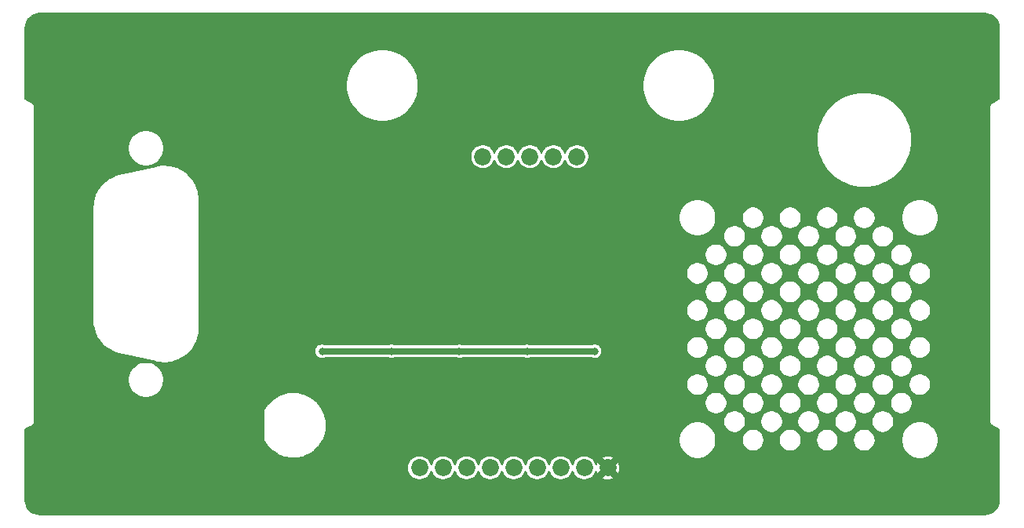
<source format=gtl>
G04 #@! TF.GenerationSoftware,KiCad,Pcbnew,5.1.5-52549c5~84~ubuntu18.04.1*
G04 #@! TF.CreationDate,2020-03-29T21:39:51-07:00*
G04 #@! TF.ProjectId,endcap,656e6463-6170-42e6-9b69-6361645f7063,2.1*
G04 #@! TF.SameCoordinates,PX2faf080PY2faf080*
G04 #@! TF.FileFunction,Copper,L1,Top*
G04 #@! TF.FilePolarity,Positive*
%FSLAX46Y46*%
G04 Gerber Fmt 4.6, Leading zero omitted, Abs format (unit mm)*
G04 Created by KiCad (PCBNEW 5.1.5-52549c5~84~ubuntu18.04.1) date 2020-03-29 21:39:51*
%MOMM*%
%LPD*%
G04 APERTURE LIST*
%ADD10C,1.850000*%
%ADD11C,4.900000*%
%ADD12C,0.800000*%
%ADD13C,0.700000*%
%ADD14C,0.200000*%
G04 APERTURE END LIST*
D10*
X43000000Y-49500000D03*
X45540000Y-49500000D03*
X48080000Y-49500000D03*
X50620000Y-49500000D03*
X53160000Y-49500000D03*
X55700000Y-49500000D03*
X58240000Y-49500000D03*
X60780000Y-49500000D03*
X63320000Y-49500000D03*
D11*
X4875000Y-3750000D03*
X101125000Y-3750000D03*
X101125000Y-51250000D03*
X4875000Y-51250000D03*
D10*
X60000000Y-15900000D03*
X57460000Y-15900000D03*
X54920000Y-15900000D03*
X52380000Y-15900000D03*
X49840000Y-15900000D03*
D12*
X40600000Y-32000000D03*
X47900000Y-33700000D03*
X55200000Y-33700000D03*
X62500000Y-33700000D03*
X68700000Y-32300000D03*
X29800000Y-34200000D03*
X38600000Y-27400000D03*
X63800000Y-25500000D03*
X56800000Y-23400000D03*
X59100000Y-22700000D03*
X41900000Y-20700000D03*
X30300000Y-20900000D03*
X69000000Y-49000000D03*
X39000000Y-48900000D03*
X47300000Y-36900000D03*
X54600000Y-36900000D03*
X61900000Y-36900000D03*
X40000000Y-36900000D03*
X32500000Y-36900000D03*
D13*
X47300000Y-36900000D02*
X40000000Y-36900000D01*
X40000000Y-36900000D02*
X33100000Y-36900000D01*
X32500000Y-36900000D02*
X33100000Y-36900000D01*
X47300000Y-36900000D02*
X54600000Y-36900000D01*
X54600000Y-36900000D02*
X61900000Y-36900000D01*
D14*
G36*
X104295764Y-506278D02*
G01*
X104580263Y-592173D01*
X104842665Y-731695D01*
X105072961Y-919521D01*
X105262394Y-1148505D01*
X105403741Y-1409921D01*
X105491620Y-1693812D01*
X105525000Y-2011398D01*
X105525001Y-9706434D01*
X104823588Y-10057141D01*
X104817346Y-10059034D01*
X104781774Y-10078048D01*
X104766705Y-10085582D01*
X104761231Y-10089028D01*
X104734827Y-10103141D01*
X104721709Y-10113907D01*
X104707362Y-10122938D01*
X104685645Y-10143504D01*
X104662499Y-10162499D01*
X104651732Y-10175618D01*
X104639424Y-10187274D01*
X104622136Y-10211681D01*
X104603141Y-10234827D01*
X104595142Y-10249792D01*
X104585342Y-10263628D01*
X104573141Y-10290953D01*
X104559034Y-10317347D01*
X104554112Y-10333574D01*
X104547195Y-10349065D01*
X104540559Y-10378252D01*
X104531873Y-10406885D01*
X104530211Y-10423763D01*
X104526450Y-10440303D01*
X104525635Y-10470218D01*
X104525000Y-10476669D01*
X104525000Y-10493550D01*
X104523903Y-10533835D01*
X104525000Y-10540259D01*
X104525001Y-44459735D01*
X104523903Y-44466165D01*
X104525001Y-44506486D01*
X104525001Y-44523332D01*
X104525635Y-44529770D01*
X104526450Y-44559697D01*
X104530212Y-44576244D01*
X104531874Y-44593116D01*
X104540557Y-44621738D01*
X104547195Y-44650935D01*
X104554114Y-44666431D01*
X104559035Y-44682654D01*
X104573138Y-44709039D01*
X104585342Y-44736372D01*
X104595146Y-44750214D01*
X104603142Y-44765173D01*
X104622130Y-44788310D01*
X104639424Y-44812726D01*
X104651737Y-44824386D01*
X104662500Y-44837501D01*
X104685639Y-44856490D01*
X104707362Y-44877062D01*
X104721713Y-44886096D01*
X104734828Y-44896859D01*
X104761225Y-44910968D01*
X104766705Y-44914418D01*
X104781789Y-44921960D01*
X104817347Y-44940966D01*
X104823586Y-44942859D01*
X105525000Y-45293566D01*
X105525001Y-52976758D01*
X105493722Y-53295765D01*
X105407826Y-53580265D01*
X105268307Y-53842661D01*
X105080479Y-54072962D01*
X104851495Y-54262394D01*
X104590079Y-54403741D01*
X104306188Y-54491620D01*
X103988602Y-54525000D01*
X2023232Y-54525000D01*
X1704235Y-54493722D01*
X1419735Y-54407826D01*
X1157339Y-54268307D01*
X927038Y-54080479D01*
X737606Y-53851495D01*
X596259Y-53590079D01*
X508380Y-53306188D01*
X475000Y-52988602D01*
X475000Y-49369499D01*
X41675000Y-49369499D01*
X41675000Y-49630501D01*
X41725919Y-49886488D01*
X41825800Y-50127623D01*
X41970805Y-50344638D01*
X42155362Y-50529195D01*
X42372377Y-50674200D01*
X42613512Y-50774081D01*
X42869499Y-50825000D01*
X43130501Y-50825000D01*
X43386488Y-50774081D01*
X43627623Y-50674200D01*
X43844638Y-50529195D01*
X44029195Y-50344638D01*
X44174200Y-50127623D01*
X44270000Y-49896340D01*
X44365800Y-50127623D01*
X44510805Y-50344638D01*
X44695362Y-50529195D01*
X44912377Y-50674200D01*
X45153512Y-50774081D01*
X45409499Y-50825000D01*
X45670501Y-50825000D01*
X45926488Y-50774081D01*
X46167623Y-50674200D01*
X46384638Y-50529195D01*
X46569195Y-50344638D01*
X46714200Y-50127623D01*
X46810000Y-49896340D01*
X46905800Y-50127623D01*
X47050805Y-50344638D01*
X47235362Y-50529195D01*
X47452377Y-50674200D01*
X47693512Y-50774081D01*
X47949499Y-50825000D01*
X48210501Y-50825000D01*
X48466488Y-50774081D01*
X48707623Y-50674200D01*
X48924638Y-50529195D01*
X49109195Y-50344638D01*
X49254200Y-50127623D01*
X49350000Y-49896340D01*
X49445800Y-50127623D01*
X49590805Y-50344638D01*
X49775362Y-50529195D01*
X49992377Y-50674200D01*
X50233512Y-50774081D01*
X50489499Y-50825000D01*
X50750501Y-50825000D01*
X51006488Y-50774081D01*
X51247623Y-50674200D01*
X51464638Y-50529195D01*
X51649195Y-50344638D01*
X51794200Y-50127623D01*
X51890000Y-49896340D01*
X51985800Y-50127623D01*
X52130805Y-50344638D01*
X52315362Y-50529195D01*
X52532377Y-50674200D01*
X52773512Y-50774081D01*
X53029499Y-50825000D01*
X53290501Y-50825000D01*
X53546488Y-50774081D01*
X53787623Y-50674200D01*
X54004638Y-50529195D01*
X54189195Y-50344638D01*
X54334200Y-50127623D01*
X54430000Y-49896340D01*
X54525800Y-50127623D01*
X54670805Y-50344638D01*
X54855362Y-50529195D01*
X55072377Y-50674200D01*
X55313512Y-50774081D01*
X55569499Y-50825000D01*
X55830501Y-50825000D01*
X56086488Y-50774081D01*
X56327623Y-50674200D01*
X56544638Y-50529195D01*
X56729195Y-50344638D01*
X56874200Y-50127623D01*
X56970000Y-49896340D01*
X57065800Y-50127623D01*
X57210805Y-50344638D01*
X57395362Y-50529195D01*
X57612377Y-50674200D01*
X57853512Y-50774081D01*
X58109499Y-50825000D01*
X58370501Y-50825000D01*
X58626488Y-50774081D01*
X58867623Y-50674200D01*
X59084638Y-50529195D01*
X59269195Y-50344638D01*
X59414200Y-50127623D01*
X59510000Y-49896340D01*
X59605800Y-50127623D01*
X59750805Y-50344638D01*
X59935362Y-50529195D01*
X60152377Y-50674200D01*
X60393512Y-50774081D01*
X60649499Y-50825000D01*
X60910501Y-50825000D01*
X61166488Y-50774081D01*
X61407623Y-50674200D01*
X61583569Y-50556636D01*
X62687628Y-50556636D01*
X62800247Y-50725770D01*
X63049370Y-50803616D01*
X63308893Y-50831365D01*
X63568842Y-50807950D01*
X63819229Y-50734271D01*
X63839753Y-50725770D01*
X63952372Y-50556636D01*
X63320000Y-49924264D01*
X62687628Y-50556636D01*
X61583569Y-50556636D01*
X61624638Y-50529195D01*
X61809195Y-50344638D01*
X61954200Y-50127623D01*
X62053188Y-49888644D01*
X62085729Y-49999229D01*
X62094230Y-50019753D01*
X62263364Y-50132372D01*
X62895736Y-49500000D01*
X63744264Y-49500000D01*
X64376636Y-50132372D01*
X64545770Y-50019753D01*
X64623616Y-49770630D01*
X64651365Y-49511107D01*
X64627950Y-49251158D01*
X64554271Y-49000771D01*
X64545770Y-48980247D01*
X64376636Y-48867628D01*
X63744264Y-49500000D01*
X62895736Y-49500000D01*
X62263364Y-48867628D01*
X62094230Y-48980247D01*
X62053230Y-49111457D01*
X61954200Y-48872377D01*
X61809195Y-48655362D01*
X61624638Y-48470805D01*
X61583570Y-48443364D01*
X62687628Y-48443364D01*
X63320000Y-49075736D01*
X63952372Y-48443364D01*
X63839753Y-48274230D01*
X63590630Y-48196384D01*
X63331107Y-48168635D01*
X63071158Y-48192050D01*
X62820771Y-48265729D01*
X62800247Y-48274230D01*
X62687628Y-48443364D01*
X61583570Y-48443364D01*
X61407623Y-48325800D01*
X61166488Y-48225919D01*
X60910501Y-48175000D01*
X60649499Y-48175000D01*
X60393512Y-48225919D01*
X60152377Y-48325800D01*
X59935362Y-48470805D01*
X59750805Y-48655362D01*
X59605800Y-48872377D01*
X59510000Y-49103660D01*
X59414200Y-48872377D01*
X59269195Y-48655362D01*
X59084638Y-48470805D01*
X58867623Y-48325800D01*
X58626488Y-48225919D01*
X58370501Y-48175000D01*
X58109499Y-48175000D01*
X57853512Y-48225919D01*
X57612377Y-48325800D01*
X57395362Y-48470805D01*
X57210805Y-48655362D01*
X57065800Y-48872377D01*
X56970000Y-49103660D01*
X56874200Y-48872377D01*
X56729195Y-48655362D01*
X56544638Y-48470805D01*
X56327623Y-48325800D01*
X56086488Y-48225919D01*
X55830501Y-48175000D01*
X55569499Y-48175000D01*
X55313512Y-48225919D01*
X55072377Y-48325800D01*
X54855362Y-48470805D01*
X54670805Y-48655362D01*
X54525800Y-48872377D01*
X54430000Y-49103660D01*
X54334200Y-48872377D01*
X54189195Y-48655362D01*
X54004638Y-48470805D01*
X53787623Y-48325800D01*
X53546488Y-48225919D01*
X53290501Y-48175000D01*
X53029499Y-48175000D01*
X52773512Y-48225919D01*
X52532377Y-48325800D01*
X52315362Y-48470805D01*
X52130805Y-48655362D01*
X51985800Y-48872377D01*
X51890000Y-49103660D01*
X51794200Y-48872377D01*
X51649195Y-48655362D01*
X51464638Y-48470805D01*
X51247623Y-48325800D01*
X51006488Y-48225919D01*
X50750501Y-48175000D01*
X50489499Y-48175000D01*
X50233512Y-48225919D01*
X49992377Y-48325800D01*
X49775362Y-48470805D01*
X49590805Y-48655362D01*
X49445800Y-48872377D01*
X49350000Y-49103660D01*
X49254200Y-48872377D01*
X49109195Y-48655362D01*
X48924638Y-48470805D01*
X48707623Y-48325800D01*
X48466488Y-48225919D01*
X48210501Y-48175000D01*
X47949499Y-48175000D01*
X47693512Y-48225919D01*
X47452377Y-48325800D01*
X47235362Y-48470805D01*
X47050805Y-48655362D01*
X46905800Y-48872377D01*
X46810000Y-49103660D01*
X46714200Y-48872377D01*
X46569195Y-48655362D01*
X46384638Y-48470805D01*
X46167623Y-48325800D01*
X45926488Y-48225919D01*
X45670501Y-48175000D01*
X45409499Y-48175000D01*
X45153512Y-48225919D01*
X44912377Y-48325800D01*
X44695362Y-48470805D01*
X44510805Y-48655362D01*
X44365800Y-48872377D01*
X44270000Y-49103660D01*
X44174200Y-48872377D01*
X44029195Y-48655362D01*
X43844638Y-48470805D01*
X43627623Y-48325800D01*
X43386488Y-48225919D01*
X43130501Y-48175000D01*
X42869499Y-48175000D01*
X42613512Y-48225919D01*
X42372377Y-48325800D01*
X42155362Y-48470805D01*
X41970805Y-48655362D01*
X41825800Y-48872377D01*
X41725919Y-49113512D01*
X41675000Y-49369499D01*
X475000Y-49369499D01*
X475000Y-45293566D01*
X1176418Y-44942857D01*
X1182653Y-44940966D01*
X1218189Y-44921972D01*
X1233295Y-44914419D01*
X1238782Y-44910965D01*
X1265173Y-44896859D01*
X1278286Y-44886098D01*
X1292638Y-44877063D01*
X1314363Y-44856490D01*
X1337501Y-44837501D01*
X1348264Y-44824386D01*
X1360576Y-44812727D01*
X1377869Y-44788312D01*
X1396859Y-44765173D01*
X1404856Y-44750212D01*
X1414658Y-44736373D01*
X1426859Y-44709046D01*
X1440966Y-44682654D01*
X1445888Y-44666427D01*
X1452805Y-44650936D01*
X1459441Y-44621749D01*
X1468127Y-44593116D01*
X1469789Y-44576238D01*
X1473550Y-44559698D01*
X1474365Y-44529783D01*
X1475000Y-44523332D01*
X1475000Y-44506450D01*
X1476097Y-44466165D01*
X1475000Y-44459741D01*
X1475000Y-43377896D01*
X26200000Y-43377896D01*
X26200002Y-46422105D01*
X26202150Y-46443915D01*
X26202150Y-46443929D01*
X26202153Y-46443943D01*
X26206513Y-46488215D01*
X26232245Y-46573041D01*
X26274031Y-46651216D01*
X26281935Y-46660847D01*
X26285997Y-46668426D01*
X26289528Y-46673623D01*
X26636590Y-47176915D01*
X26662925Y-47208090D01*
X26688792Y-47239593D01*
X26693265Y-47244006D01*
X27131474Y-47670301D01*
X27163391Y-47695790D01*
X27194856Y-47721645D01*
X27200095Y-47725101D01*
X27200100Y-47725105D01*
X27200105Y-47725108D01*
X27712766Y-48058166D01*
X27748959Y-48076935D01*
X27784913Y-48096222D01*
X27790729Y-48098597D01*
X28358321Y-48325739D01*
X28397484Y-48337124D01*
X28436488Y-48349057D01*
X28442655Y-48350257D01*
X29043557Y-48462826D01*
X29084215Y-48466390D01*
X29124763Y-48470517D01*
X29131047Y-48470496D01*
X29742369Y-48464205D01*
X29782932Y-48459806D01*
X29823522Y-48455977D01*
X29829682Y-48454736D01*
X30428140Y-48329826D01*
X30467096Y-48317626D01*
X30506149Y-48305992D01*
X30511944Y-48303581D01*
X30511950Y-48303579D01*
X30511955Y-48303576D01*
X31074749Y-48064805D01*
X31110568Y-48045285D01*
X31146644Y-48026273D01*
X31151866Y-48022778D01*
X31657567Y-47679239D01*
X31688932Y-47653116D01*
X31720608Y-47627475D01*
X31725052Y-47623033D01*
X32154396Y-47187811D01*
X32180079Y-47156107D01*
X32206182Y-47124789D01*
X32209678Y-47119569D01*
X32546311Y-46609242D01*
X32565370Y-46573109D01*
X32584869Y-46537361D01*
X32587285Y-46531561D01*
X32680600Y-46303017D01*
X71000000Y-46303017D01*
X71000000Y-46696983D01*
X71076859Y-47083378D01*
X71227623Y-47447355D01*
X71446499Y-47774926D01*
X71725074Y-48053501D01*
X72052645Y-48272377D01*
X72416622Y-48423141D01*
X72803017Y-48500000D01*
X73196983Y-48500000D01*
X73583378Y-48423141D01*
X73947355Y-48272377D01*
X74274926Y-48053501D01*
X74553501Y-47774926D01*
X74772377Y-47447355D01*
X74923141Y-47083378D01*
X75000000Y-46696983D01*
X75000000Y-46381810D01*
X77800000Y-46381810D01*
X77800000Y-46618190D01*
X77846116Y-46850027D01*
X77936574Y-47068413D01*
X78067899Y-47264955D01*
X78235045Y-47432101D01*
X78431587Y-47563426D01*
X78649973Y-47653884D01*
X78881810Y-47700000D01*
X79118190Y-47700000D01*
X79350027Y-47653884D01*
X79568413Y-47563426D01*
X79764955Y-47432101D01*
X79932101Y-47264955D01*
X80063426Y-47068413D01*
X80153884Y-46850027D01*
X80200000Y-46618190D01*
X80200000Y-46381810D01*
X81800000Y-46381810D01*
X81800000Y-46618190D01*
X81846116Y-46850027D01*
X81936574Y-47068413D01*
X82067899Y-47264955D01*
X82235045Y-47432101D01*
X82431587Y-47563426D01*
X82649973Y-47653884D01*
X82881810Y-47700000D01*
X83118190Y-47700000D01*
X83350027Y-47653884D01*
X83568413Y-47563426D01*
X83764955Y-47432101D01*
X83932101Y-47264955D01*
X84063426Y-47068413D01*
X84153884Y-46850027D01*
X84200000Y-46618190D01*
X84200000Y-46381810D01*
X85800000Y-46381810D01*
X85800000Y-46618190D01*
X85846116Y-46850027D01*
X85936574Y-47068413D01*
X86067899Y-47264955D01*
X86235045Y-47432101D01*
X86431587Y-47563426D01*
X86649973Y-47653884D01*
X86881810Y-47700000D01*
X87118190Y-47700000D01*
X87350027Y-47653884D01*
X87568413Y-47563426D01*
X87764955Y-47432101D01*
X87932101Y-47264955D01*
X88063426Y-47068413D01*
X88153884Y-46850027D01*
X88200000Y-46618190D01*
X88200000Y-46381810D01*
X89800000Y-46381810D01*
X89800000Y-46618190D01*
X89846116Y-46850027D01*
X89936574Y-47068413D01*
X90067899Y-47264955D01*
X90235045Y-47432101D01*
X90431587Y-47563426D01*
X90649973Y-47653884D01*
X90881810Y-47700000D01*
X91118190Y-47700000D01*
X91350027Y-47653884D01*
X91568413Y-47563426D01*
X91764955Y-47432101D01*
X91932101Y-47264955D01*
X92063426Y-47068413D01*
X92153884Y-46850027D01*
X92200000Y-46618190D01*
X92200000Y-46381810D01*
X92184327Y-46303017D01*
X95000000Y-46303017D01*
X95000000Y-46696983D01*
X95076859Y-47083378D01*
X95227623Y-47447355D01*
X95446499Y-47774926D01*
X95725074Y-48053501D01*
X96052645Y-48272377D01*
X96416622Y-48423141D01*
X96803017Y-48500000D01*
X97196983Y-48500000D01*
X97583378Y-48423141D01*
X97947355Y-48272377D01*
X98274926Y-48053501D01*
X98553501Y-47774926D01*
X98772377Y-47447355D01*
X98923141Y-47083378D01*
X99000000Y-46696983D01*
X99000000Y-46303017D01*
X98923141Y-45916622D01*
X98772377Y-45552645D01*
X98553501Y-45225074D01*
X98274926Y-44946499D01*
X97947355Y-44727623D01*
X97583378Y-44576859D01*
X97196983Y-44500000D01*
X96803017Y-44500000D01*
X96416622Y-44576859D01*
X96052645Y-44727623D01*
X95725074Y-44946499D01*
X95446499Y-45225074D01*
X95227623Y-45552645D01*
X95076859Y-45916622D01*
X95000000Y-46303017D01*
X92184327Y-46303017D01*
X92153884Y-46149973D01*
X92063426Y-45931587D01*
X91932101Y-45735045D01*
X91764955Y-45567899D01*
X91568413Y-45436574D01*
X91350027Y-45346116D01*
X91118190Y-45300000D01*
X90881810Y-45300000D01*
X90649973Y-45346116D01*
X90431587Y-45436574D01*
X90235045Y-45567899D01*
X90067899Y-45735045D01*
X89936574Y-45931587D01*
X89846116Y-46149973D01*
X89800000Y-46381810D01*
X88200000Y-46381810D01*
X88153884Y-46149973D01*
X88063426Y-45931587D01*
X87932101Y-45735045D01*
X87764955Y-45567899D01*
X87568413Y-45436574D01*
X87350027Y-45346116D01*
X87118190Y-45300000D01*
X86881810Y-45300000D01*
X86649973Y-45346116D01*
X86431587Y-45436574D01*
X86235045Y-45567899D01*
X86067899Y-45735045D01*
X85936574Y-45931587D01*
X85846116Y-46149973D01*
X85800000Y-46381810D01*
X84200000Y-46381810D01*
X84153884Y-46149973D01*
X84063426Y-45931587D01*
X83932101Y-45735045D01*
X83764955Y-45567899D01*
X83568413Y-45436574D01*
X83350027Y-45346116D01*
X83118190Y-45300000D01*
X82881810Y-45300000D01*
X82649973Y-45346116D01*
X82431587Y-45436574D01*
X82235045Y-45567899D01*
X82067899Y-45735045D01*
X81936574Y-45931587D01*
X81846116Y-46149973D01*
X81800000Y-46381810D01*
X80200000Y-46381810D01*
X80153884Y-46149973D01*
X80063426Y-45931587D01*
X79932101Y-45735045D01*
X79764955Y-45567899D01*
X79568413Y-45436574D01*
X79350027Y-45346116D01*
X79118190Y-45300000D01*
X78881810Y-45300000D01*
X78649973Y-45346116D01*
X78431587Y-45436574D01*
X78235045Y-45567899D01*
X78067899Y-45735045D01*
X77936574Y-45931587D01*
X77846116Y-46149973D01*
X77800000Y-46381810D01*
X75000000Y-46381810D01*
X75000000Y-46303017D01*
X74923141Y-45916622D01*
X74772377Y-45552645D01*
X74553501Y-45225074D01*
X74274926Y-44946499D01*
X73947355Y-44727623D01*
X73583378Y-44576859D01*
X73196983Y-44500000D01*
X72803017Y-44500000D01*
X72416622Y-44576859D01*
X72052645Y-44727623D01*
X71725074Y-44946499D01*
X71446499Y-45225074D01*
X71227623Y-45552645D01*
X71076859Y-45916622D01*
X71000000Y-46303017D01*
X32680600Y-46303017D01*
X32818383Y-45965568D01*
X32830046Y-45926469D01*
X32842245Y-45887567D01*
X32843488Y-45881408D01*
X32960251Y-45281307D01*
X32964104Y-45240629D01*
X32968508Y-45200156D01*
X32968532Y-45193873D01*
X32966509Y-44582522D01*
X32962392Y-44541920D01*
X32958847Y-44501314D01*
X32957649Y-44495146D01*
X32934819Y-44381810D01*
X75800000Y-44381810D01*
X75800000Y-44618190D01*
X75846116Y-44850027D01*
X75936574Y-45068413D01*
X76067899Y-45264955D01*
X76235045Y-45432101D01*
X76431587Y-45563426D01*
X76649973Y-45653884D01*
X76881810Y-45700000D01*
X77118190Y-45700000D01*
X77350027Y-45653884D01*
X77568413Y-45563426D01*
X77764955Y-45432101D01*
X77932101Y-45264955D01*
X78063426Y-45068413D01*
X78153884Y-44850027D01*
X78200000Y-44618190D01*
X78200000Y-44381810D01*
X79800000Y-44381810D01*
X79800000Y-44618190D01*
X79846116Y-44850027D01*
X79936574Y-45068413D01*
X80067899Y-45264955D01*
X80235045Y-45432101D01*
X80431587Y-45563426D01*
X80649973Y-45653884D01*
X80881810Y-45700000D01*
X81118190Y-45700000D01*
X81350027Y-45653884D01*
X81568413Y-45563426D01*
X81764955Y-45432101D01*
X81932101Y-45264955D01*
X82063426Y-45068413D01*
X82153884Y-44850027D01*
X82200000Y-44618190D01*
X82200000Y-44381810D01*
X83800000Y-44381810D01*
X83800000Y-44618190D01*
X83846116Y-44850027D01*
X83936574Y-45068413D01*
X84067899Y-45264955D01*
X84235045Y-45432101D01*
X84431587Y-45563426D01*
X84649973Y-45653884D01*
X84881810Y-45700000D01*
X85118190Y-45700000D01*
X85350027Y-45653884D01*
X85568413Y-45563426D01*
X85764955Y-45432101D01*
X85932101Y-45264955D01*
X86063426Y-45068413D01*
X86153884Y-44850027D01*
X86200000Y-44618190D01*
X86200000Y-44381810D01*
X87800000Y-44381810D01*
X87800000Y-44618190D01*
X87846116Y-44850027D01*
X87936574Y-45068413D01*
X88067899Y-45264955D01*
X88235045Y-45432101D01*
X88431587Y-45563426D01*
X88649973Y-45653884D01*
X88881810Y-45700000D01*
X89118190Y-45700000D01*
X89350027Y-45653884D01*
X89568413Y-45563426D01*
X89764955Y-45432101D01*
X89932101Y-45264955D01*
X90063426Y-45068413D01*
X90153884Y-44850027D01*
X90200000Y-44618190D01*
X90200000Y-44381810D01*
X91800000Y-44381810D01*
X91800000Y-44618190D01*
X91846116Y-44850027D01*
X91936574Y-45068413D01*
X92067899Y-45264955D01*
X92235045Y-45432101D01*
X92431587Y-45563426D01*
X92649973Y-45653884D01*
X92881810Y-45700000D01*
X93118190Y-45700000D01*
X93350027Y-45653884D01*
X93568413Y-45563426D01*
X93764955Y-45432101D01*
X93932101Y-45264955D01*
X94063426Y-45068413D01*
X94153884Y-44850027D01*
X94200000Y-44618190D01*
X94200000Y-44381810D01*
X94153884Y-44149973D01*
X94063426Y-43931587D01*
X93932101Y-43735045D01*
X93764955Y-43567899D01*
X93568413Y-43436574D01*
X93350027Y-43346116D01*
X93118190Y-43300000D01*
X92881810Y-43300000D01*
X92649973Y-43346116D01*
X92431587Y-43436574D01*
X92235045Y-43567899D01*
X92067899Y-43735045D01*
X91936574Y-43931587D01*
X91846116Y-44149973D01*
X91800000Y-44381810D01*
X90200000Y-44381810D01*
X90153884Y-44149973D01*
X90063426Y-43931587D01*
X89932101Y-43735045D01*
X89764955Y-43567899D01*
X89568413Y-43436574D01*
X89350027Y-43346116D01*
X89118190Y-43300000D01*
X88881810Y-43300000D01*
X88649973Y-43346116D01*
X88431587Y-43436574D01*
X88235045Y-43567899D01*
X88067899Y-43735045D01*
X87936574Y-43931587D01*
X87846116Y-44149973D01*
X87800000Y-44381810D01*
X86200000Y-44381810D01*
X86153884Y-44149973D01*
X86063426Y-43931587D01*
X85932101Y-43735045D01*
X85764955Y-43567899D01*
X85568413Y-43436574D01*
X85350027Y-43346116D01*
X85118190Y-43300000D01*
X84881810Y-43300000D01*
X84649973Y-43346116D01*
X84431587Y-43436574D01*
X84235045Y-43567899D01*
X84067899Y-43735045D01*
X83936574Y-43931587D01*
X83846116Y-44149973D01*
X83800000Y-44381810D01*
X82200000Y-44381810D01*
X82153884Y-44149973D01*
X82063426Y-43931587D01*
X81932101Y-43735045D01*
X81764955Y-43567899D01*
X81568413Y-43436574D01*
X81350027Y-43346116D01*
X81118190Y-43300000D01*
X80881810Y-43300000D01*
X80649973Y-43346116D01*
X80431587Y-43436574D01*
X80235045Y-43567899D01*
X80067899Y-43735045D01*
X79936574Y-43931587D01*
X79846116Y-44149973D01*
X79800000Y-44381810D01*
X78200000Y-44381810D01*
X78153884Y-44149973D01*
X78063426Y-43931587D01*
X77932101Y-43735045D01*
X77764955Y-43567899D01*
X77568413Y-43436574D01*
X77350027Y-43346116D01*
X77118190Y-43300000D01*
X76881810Y-43300000D01*
X76649973Y-43346116D01*
X76431587Y-43436574D01*
X76235045Y-43567899D01*
X76067899Y-43735045D01*
X75936574Y-43931587D01*
X75846116Y-44149973D01*
X75800000Y-44381810D01*
X32934819Y-44381810D01*
X32836920Y-43895830D01*
X32824992Y-43856788D01*
X32813631Y-43817656D01*
X32811261Y-43811845D01*
X32811259Y-43811839D01*
X32811256Y-43811834D01*
X32576420Y-43247386D01*
X32557135Y-43211404D01*
X32538390Y-43175224D01*
X32534933Y-43169978D01*
X32194932Y-42661890D01*
X32169012Y-42630322D01*
X32143609Y-42598489D01*
X32139199Y-42594014D01*
X31927072Y-42381810D01*
X73800000Y-42381810D01*
X73800000Y-42618190D01*
X73846116Y-42850027D01*
X73936574Y-43068413D01*
X74067899Y-43264955D01*
X74235045Y-43432101D01*
X74431587Y-43563426D01*
X74649973Y-43653884D01*
X74881810Y-43700000D01*
X75118190Y-43700000D01*
X75350027Y-43653884D01*
X75568413Y-43563426D01*
X75764955Y-43432101D01*
X75932101Y-43264955D01*
X76063426Y-43068413D01*
X76153884Y-42850027D01*
X76200000Y-42618190D01*
X76200000Y-42381810D01*
X77800000Y-42381810D01*
X77800000Y-42618190D01*
X77846116Y-42850027D01*
X77936574Y-43068413D01*
X78067899Y-43264955D01*
X78235045Y-43432101D01*
X78431587Y-43563426D01*
X78649973Y-43653884D01*
X78881810Y-43700000D01*
X79118190Y-43700000D01*
X79350027Y-43653884D01*
X79568413Y-43563426D01*
X79764955Y-43432101D01*
X79932101Y-43264955D01*
X80063426Y-43068413D01*
X80153884Y-42850027D01*
X80200000Y-42618190D01*
X80200000Y-42381810D01*
X81800000Y-42381810D01*
X81800000Y-42618190D01*
X81846116Y-42850027D01*
X81936574Y-43068413D01*
X82067899Y-43264955D01*
X82235045Y-43432101D01*
X82431587Y-43563426D01*
X82649973Y-43653884D01*
X82881810Y-43700000D01*
X83118190Y-43700000D01*
X83350027Y-43653884D01*
X83568413Y-43563426D01*
X83764955Y-43432101D01*
X83932101Y-43264955D01*
X84063426Y-43068413D01*
X84153884Y-42850027D01*
X84200000Y-42618190D01*
X84200000Y-42381810D01*
X85800000Y-42381810D01*
X85800000Y-42618190D01*
X85846116Y-42850027D01*
X85936574Y-43068413D01*
X86067899Y-43264955D01*
X86235045Y-43432101D01*
X86431587Y-43563426D01*
X86649973Y-43653884D01*
X86881810Y-43700000D01*
X87118190Y-43700000D01*
X87350027Y-43653884D01*
X87568413Y-43563426D01*
X87764955Y-43432101D01*
X87932101Y-43264955D01*
X88063426Y-43068413D01*
X88153884Y-42850027D01*
X88200000Y-42618190D01*
X88200000Y-42381810D01*
X89800000Y-42381810D01*
X89800000Y-42618190D01*
X89846116Y-42850027D01*
X89936574Y-43068413D01*
X90067899Y-43264955D01*
X90235045Y-43432101D01*
X90431587Y-43563426D01*
X90649973Y-43653884D01*
X90881810Y-43700000D01*
X91118190Y-43700000D01*
X91350027Y-43653884D01*
X91568413Y-43563426D01*
X91764955Y-43432101D01*
X91932101Y-43264955D01*
X92063426Y-43068413D01*
X92153884Y-42850027D01*
X92200000Y-42618190D01*
X92200000Y-42381810D01*
X93800000Y-42381810D01*
X93800000Y-42618190D01*
X93846116Y-42850027D01*
X93936574Y-43068413D01*
X94067899Y-43264955D01*
X94235045Y-43432101D01*
X94431587Y-43563426D01*
X94649973Y-43653884D01*
X94881810Y-43700000D01*
X95118190Y-43700000D01*
X95350027Y-43653884D01*
X95568413Y-43563426D01*
X95764955Y-43432101D01*
X95932101Y-43264955D01*
X96063426Y-43068413D01*
X96153884Y-42850027D01*
X96200000Y-42618190D01*
X96200000Y-42381810D01*
X96153884Y-42149973D01*
X96063426Y-41931587D01*
X95932101Y-41735045D01*
X95764955Y-41567899D01*
X95568413Y-41436574D01*
X95350027Y-41346116D01*
X95118190Y-41300000D01*
X94881810Y-41300000D01*
X94649973Y-41346116D01*
X94431587Y-41436574D01*
X94235045Y-41567899D01*
X94067899Y-41735045D01*
X93936574Y-41931587D01*
X93846116Y-42149973D01*
X93800000Y-42381810D01*
X92200000Y-42381810D01*
X92153884Y-42149973D01*
X92063426Y-41931587D01*
X91932101Y-41735045D01*
X91764955Y-41567899D01*
X91568413Y-41436574D01*
X91350027Y-41346116D01*
X91118190Y-41300000D01*
X90881810Y-41300000D01*
X90649973Y-41346116D01*
X90431587Y-41436574D01*
X90235045Y-41567899D01*
X90067899Y-41735045D01*
X89936574Y-41931587D01*
X89846116Y-42149973D01*
X89800000Y-42381810D01*
X88200000Y-42381810D01*
X88153884Y-42149973D01*
X88063426Y-41931587D01*
X87932101Y-41735045D01*
X87764955Y-41567899D01*
X87568413Y-41436574D01*
X87350027Y-41346116D01*
X87118190Y-41300000D01*
X86881810Y-41300000D01*
X86649973Y-41346116D01*
X86431587Y-41436574D01*
X86235045Y-41567899D01*
X86067899Y-41735045D01*
X85936574Y-41931587D01*
X85846116Y-42149973D01*
X85800000Y-42381810D01*
X84200000Y-42381810D01*
X84153884Y-42149973D01*
X84063426Y-41931587D01*
X83932101Y-41735045D01*
X83764955Y-41567899D01*
X83568413Y-41436574D01*
X83350027Y-41346116D01*
X83118190Y-41300000D01*
X82881810Y-41300000D01*
X82649973Y-41346116D01*
X82431587Y-41436574D01*
X82235045Y-41567899D01*
X82067899Y-41735045D01*
X81936574Y-41931587D01*
X81846116Y-42149973D01*
X81800000Y-42381810D01*
X80200000Y-42381810D01*
X80153884Y-42149973D01*
X80063426Y-41931587D01*
X79932101Y-41735045D01*
X79764955Y-41567899D01*
X79568413Y-41436574D01*
X79350027Y-41346116D01*
X79118190Y-41300000D01*
X78881810Y-41300000D01*
X78649973Y-41346116D01*
X78431587Y-41436574D01*
X78235045Y-41567899D01*
X78067899Y-41735045D01*
X77936574Y-41931587D01*
X77846116Y-42149973D01*
X77800000Y-42381810D01*
X76200000Y-42381810D01*
X76153884Y-42149973D01*
X76063426Y-41931587D01*
X75932101Y-41735045D01*
X75764955Y-41567899D01*
X75568413Y-41436574D01*
X75350027Y-41346116D01*
X75118190Y-41300000D01*
X74881810Y-41300000D01*
X74649973Y-41346116D01*
X74431587Y-41436574D01*
X74235045Y-41567899D01*
X74067899Y-41735045D01*
X73936574Y-41931587D01*
X73846116Y-42149973D01*
X73800000Y-42381810D01*
X31927072Y-42381810D01*
X31706984Y-42161643D01*
X31675473Y-42135750D01*
X31644326Y-42109419D01*
X31639130Y-42105886D01*
X31131166Y-41765699D01*
X31095199Y-41746405D01*
X31059556Y-41726639D01*
X31053773Y-41724183D01*
X30489407Y-41489139D01*
X30450385Y-41477201D01*
X30411574Y-41464732D01*
X30405427Y-41463447D01*
X30405425Y-41463446D01*
X30405423Y-41463446D01*
X29806152Y-41342498D01*
X29765536Y-41338365D01*
X29725061Y-41333674D01*
X29718779Y-41333607D01*
X29718778Y-41333607D01*
X29107428Y-41331362D01*
X29066831Y-41335192D01*
X29026169Y-41338456D01*
X29019993Y-41339611D01*
X28419849Y-41456153D01*
X28380753Y-41467800D01*
X28341513Y-41478896D01*
X28335679Y-41481228D01*
X27769601Y-41712120D01*
X27733457Y-41731168D01*
X27697176Y-41749646D01*
X27691914Y-41753062D01*
X27691906Y-41753066D01*
X27691899Y-41753071D01*
X27181457Y-42089512D01*
X27149731Y-42115193D01*
X27117700Y-42140390D01*
X27113195Y-42144769D01*
X26677816Y-42573955D01*
X26651708Y-42605279D01*
X26625155Y-42636247D01*
X26621586Y-42641418D01*
X26289270Y-43130214D01*
X26274029Y-43148785D01*
X26232243Y-43226960D01*
X26206511Y-43311786D01*
X26200000Y-43377896D01*
X1475000Y-43377896D01*
X1475000Y-39810404D01*
X11575000Y-39810404D01*
X11575000Y-40189596D01*
X11648977Y-40561502D01*
X11794087Y-40911829D01*
X12004755Y-41227116D01*
X12272884Y-41495245D01*
X12588171Y-41705913D01*
X12938498Y-41851023D01*
X13310404Y-41925000D01*
X13689596Y-41925000D01*
X14061502Y-41851023D01*
X14411829Y-41705913D01*
X14727116Y-41495245D01*
X14995245Y-41227116D01*
X15205913Y-40911829D01*
X15351023Y-40561502D01*
X15386766Y-40381810D01*
X71800000Y-40381810D01*
X71800000Y-40618190D01*
X71846116Y-40850027D01*
X71936574Y-41068413D01*
X72067899Y-41264955D01*
X72235045Y-41432101D01*
X72431587Y-41563426D01*
X72649973Y-41653884D01*
X72881810Y-41700000D01*
X73118190Y-41700000D01*
X73350027Y-41653884D01*
X73568413Y-41563426D01*
X73764955Y-41432101D01*
X73932101Y-41264955D01*
X74063426Y-41068413D01*
X74153884Y-40850027D01*
X74200000Y-40618190D01*
X74200000Y-40381810D01*
X75800000Y-40381810D01*
X75800000Y-40618190D01*
X75846116Y-40850027D01*
X75936574Y-41068413D01*
X76067899Y-41264955D01*
X76235045Y-41432101D01*
X76431587Y-41563426D01*
X76649973Y-41653884D01*
X76881810Y-41700000D01*
X77118190Y-41700000D01*
X77350027Y-41653884D01*
X77568413Y-41563426D01*
X77764955Y-41432101D01*
X77932101Y-41264955D01*
X78063426Y-41068413D01*
X78153884Y-40850027D01*
X78200000Y-40618190D01*
X78200000Y-40381810D01*
X79800000Y-40381810D01*
X79800000Y-40618190D01*
X79846116Y-40850027D01*
X79936574Y-41068413D01*
X80067899Y-41264955D01*
X80235045Y-41432101D01*
X80431587Y-41563426D01*
X80649973Y-41653884D01*
X80881810Y-41700000D01*
X81118190Y-41700000D01*
X81350027Y-41653884D01*
X81568413Y-41563426D01*
X81764955Y-41432101D01*
X81932101Y-41264955D01*
X82063426Y-41068413D01*
X82153884Y-40850027D01*
X82200000Y-40618190D01*
X82200000Y-40381810D01*
X83800000Y-40381810D01*
X83800000Y-40618190D01*
X83846116Y-40850027D01*
X83936574Y-41068413D01*
X84067899Y-41264955D01*
X84235045Y-41432101D01*
X84431587Y-41563426D01*
X84649973Y-41653884D01*
X84881810Y-41700000D01*
X85118190Y-41700000D01*
X85350027Y-41653884D01*
X85568413Y-41563426D01*
X85764955Y-41432101D01*
X85932101Y-41264955D01*
X86063426Y-41068413D01*
X86153884Y-40850027D01*
X86200000Y-40618190D01*
X86200000Y-40381810D01*
X87800000Y-40381810D01*
X87800000Y-40618190D01*
X87846116Y-40850027D01*
X87936574Y-41068413D01*
X88067899Y-41264955D01*
X88235045Y-41432101D01*
X88431587Y-41563426D01*
X88649973Y-41653884D01*
X88881810Y-41700000D01*
X89118190Y-41700000D01*
X89350027Y-41653884D01*
X89568413Y-41563426D01*
X89764955Y-41432101D01*
X89932101Y-41264955D01*
X90063426Y-41068413D01*
X90153884Y-40850027D01*
X90200000Y-40618190D01*
X90200000Y-40381810D01*
X91800000Y-40381810D01*
X91800000Y-40618190D01*
X91846116Y-40850027D01*
X91936574Y-41068413D01*
X92067899Y-41264955D01*
X92235045Y-41432101D01*
X92431587Y-41563426D01*
X92649973Y-41653884D01*
X92881810Y-41700000D01*
X93118190Y-41700000D01*
X93350027Y-41653884D01*
X93568413Y-41563426D01*
X93764955Y-41432101D01*
X93932101Y-41264955D01*
X94063426Y-41068413D01*
X94153884Y-40850027D01*
X94200000Y-40618190D01*
X94200000Y-40381810D01*
X95800000Y-40381810D01*
X95800000Y-40618190D01*
X95846116Y-40850027D01*
X95936574Y-41068413D01*
X96067899Y-41264955D01*
X96235045Y-41432101D01*
X96431587Y-41563426D01*
X96649973Y-41653884D01*
X96881810Y-41700000D01*
X97118190Y-41700000D01*
X97350027Y-41653884D01*
X97568413Y-41563426D01*
X97764955Y-41432101D01*
X97932101Y-41264955D01*
X98063426Y-41068413D01*
X98153884Y-40850027D01*
X98200000Y-40618190D01*
X98200000Y-40381810D01*
X98153884Y-40149973D01*
X98063426Y-39931587D01*
X97932101Y-39735045D01*
X97764955Y-39567899D01*
X97568413Y-39436574D01*
X97350027Y-39346116D01*
X97118190Y-39300000D01*
X96881810Y-39300000D01*
X96649973Y-39346116D01*
X96431587Y-39436574D01*
X96235045Y-39567899D01*
X96067899Y-39735045D01*
X95936574Y-39931587D01*
X95846116Y-40149973D01*
X95800000Y-40381810D01*
X94200000Y-40381810D01*
X94153884Y-40149973D01*
X94063426Y-39931587D01*
X93932101Y-39735045D01*
X93764955Y-39567899D01*
X93568413Y-39436574D01*
X93350027Y-39346116D01*
X93118190Y-39300000D01*
X92881810Y-39300000D01*
X92649973Y-39346116D01*
X92431587Y-39436574D01*
X92235045Y-39567899D01*
X92067899Y-39735045D01*
X91936574Y-39931587D01*
X91846116Y-40149973D01*
X91800000Y-40381810D01*
X90200000Y-40381810D01*
X90153884Y-40149973D01*
X90063426Y-39931587D01*
X89932101Y-39735045D01*
X89764955Y-39567899D01*
X89568413Y-39436574D01*
X89350027Y-39346116D01*
X89118190Y-39300000D01*
X88881810Y-39300000D01*
X88649973Y-39346116D01*
X88431587Y-39436574D01*
X88235045Y-39567899D01*
X88067899Y-39735045D01*
X87936574Y-39931587D01*
X87846116Y-40149973D01*
X87800000Y-40381810D01*
X86200000Y-40381810D01*
X86153884Y-40149973D01*
X86063426Y-39931587D01*
X85932101Y-39735045D01*
X85764955Y-39567899D01*
X85568413Y-39436574D01*
X85350027Y-39346116D01*
X85118190Y-39300000D01*
X84881810Y-39300000D01*
X84649973Y-39346116D01*
X84431587Y-39436574D01*
X84235045Y-39567899D01*
X84067899Y-39735045D01*
X83936574Y-39931587D01*
X83846116Y-40149973D01*
X83800000Y-40381810D01*
X82200000Y-40381810D01*
X82153884Y-40149973D01*
X82063426Y-39931587D01*
X81932101Y-39735045D01*
X81764955Y-39567899D01*
X81568413Y-39436574D01*
X81350027Y-39346116D01*
X81118190Y-39300000D01*
X80881810Y-39300000D01*
X80649973Y-39346116D01*
X80431587Y-39436574D01*
X80235045Y-39567899D01*
X80067899Y-39735045D01*
X79936574Y-39931587D01*
X79846116Y-40149973D01*
X79800000Y-40381810D01*
X78200000Y-40381810D01*
X78153884Y-40149973D01*
X78063426Y-39931587D01*
X77932101Y-39735045D01*
X77764955Y-39567899D01*
X77568413Y-39436574D01*
X77350027Y-39346116D01*
X77118190Y-39300000D01*
X76881810Y-39300000D01*
X76649973Y-39346116D01*
X76431587Y-39436574D01*
X76235045Y-39567899D01*
X76067899Y-39735045D01*
X75936574Y-39931587D01*
X75846116Y-40149973D01*
X75800000Y-40381810D01*
X74200000Y-40381810D01*
X74153884Y-40149973D01*
X74063426Y-39931587D01*
X73932101Y-39735045D01*
X73764955Y-39567899D01*
X73568413Y-39436574D01*
X73350027Y-39346116D01*
X73118190Y-39300000D01*
X72881810Y-39300000D01*
X72649973Y-39346116D01*
X72431587Y-39436574D01*
X72235045Y-39567899D01*
X72067899Y-39735045D01*
X71936574Y-39931587D01*
X71846116Y-40149973D01*
X71800000Y-40381810D01*
X15386766Y-40381810D01*
X15425000Y-40189596D01*
X15425000Y-39810404D01*
X15351023Y-39438498D01*
X15205913Y-39088171D01*
X14995245Y-38772884D01*
X14727116Y-38504755D01*
X14543116Y-38381810D01*
X73800000Y-38381810D01*
X73800000Y-38618190D01*
X73846116Y-38850027D01*
X73936574Y-39068413D01*
X74067899Y-39264955D01*
X74235045Y-39432101D01*
X74431587Y-39563426D01*
X74649973Y-39653884D01*
X74881810Y-39700000D01*
X75118190Y-39700000D01*
X75350027Y-39653884D01*
X75568413Y-39563426D01*
X75764955Y-39432101D01*
X75932101Y-39264955D01*
X76063426Y-39068413D01*
X76153884Y-38850027D01*
X76200000Y-38618190D01*
X76200000Y-38381810D01*
X77800000Y-38381810D01*
X77800000Y-38618190D01*
X77846116Y-38850027D01*
X77936574Y-39068413D01*
X78067899Y-39264955D01*
X78235045Y-39432101D01*
X78431587Y-39563426D01*
X78649973Y-39653884D01*
X78881810Y-39700000D01*
X79118190Y-39700000D01*
X79350027Y-39653884D01*
X79568413Y-39563426D01*
X79764955Y-39432101D01*
X79932101Y-39264955D01*
X80063426Y-39068413D01*
X80153884Y-38850027D01*
X80200000Y-38618190D01*
X80200000Y-38381810D01*
X81800000Y-38381810D01*
X81800000Y-38618190D01*
X81846116Y-38850027D01*
X81936574Y-39068413D01*
X82067899Y-39264955D01*
X82235045Y-39432101D01*
X82431587Y-39563426D01*
X82649973Y-39653884D01*
X82881810Y-39700000D01*
X83118190Y-39700000D01*
X83350027Y-39653884D01*
X83568413Y-39563426D01*
X83764955Y-39432101D01*
X83932101Y-39264955D01*
X84063426Y-39068413D01*
X84153884Y-38850027D01*
X84200000Y-38618190D01*
X84200000Y-38381810D01*
X85800000Y-38381810D01*
X85800000Y-38618190D01*
X85846116Y-38850027D01*
X85936574Y-39068413D01*
X86067899Y-39264955D01*
X86235045Y-39432101D01*
X86431587Y-39563426D01*
X86649973Y-39653884D01*
X86881810Y-39700000D01*
X87118190Y-39700000D01*
X87350027Y-39653884D01*
X87568413Y-39563426D01*
X87764955Y-39432101D01*
X87932101Y-39264955D01*
X88063426Y-39068413D01*
X88153884Y-38850027D01*
X88200000Y-38618190D01*
X88200000Y-38381810D01*
X89800000Y-38381810D01*
X89800000Y-38618190D01*
X89846116Y-38850027D01*
X89936574Y-39068413D01*
X90067899Y-39264955D01*
X90235045Y-39432101D01*
X90431587Y-39563426D01*
X90649973Y-39653884D01*
X90881810Y-39700000D01*
X91118190Y-39700000D01*
X91350027Y-39653884D01*
X91568413Y-39563426D01*
X91764955Y-39432101D01*
X91932101Y-39264955D01*
X92063426Y-39068413D01*
X92153884Y-38850027D01*
X92200000Y-38618190D01*
X92200000Y-38381810D01*
X93800000Y-38381810D01*
X93800000Y-38618190D01*
X93846116Y-38850027D01*
X93936574Y-39068413D01*
X94067899Y-39264955D01*
X94235045Y-39432101D01*
X94431587Y-39563426D01*
X94649973Y-39653884D01*
X94881810Y-39700000D01*
X95118190Y-39700000D01*
X95350027Y-39653884D01*
X95568413Y-39563426D01*
X95764955Y-39432101D01*
X95932101Y-39264955D01*
X96063426Y-39068413D01*
X96153884Y-38850027D01*
X96200000Y-38618190D01*
X96200000Y-38381810D01*
X96153884Y-38149973D01*
X96063426Y-37931587D01*
X95932101Y-37735045D01*
X95764955Y-37567899D01*
X95568413Y-37436574D01*
X95350027Y-37346116D01*
X95118190Y-37300000D01*
X94881810Y-37300000D01*
X94649973Y-37346116D01*
X94431587Y-37436574D01*
X94235045Y-37567899D01*
X94067899Y-37735045D01*
X93936574Y-37931587D01*
X93846116Y-38149973D01*
X93800000Y-38381810D01*
X92200000Y-38381810D01*
X92153884Y-38149973D01*
X92063426Y-37931587D01*
X91932101Y-37735045D01*
X91764955Y-37567899D01*
X91568413Y-37436574D01*
X91350027Y-37346116D01*
X91118190Y-37300000D01*
X90881810Y-37300000D01*
X90649973Y-37346116D01*
X90431587Y-37436574D01*
X90235045Y-37567899D01*
X90067899Y-37735045D01*
X89936574Y-37931587D01*
X89846116Y-38149973D01*
X89800000Y-38381810D01*
X88200000Y-38381810D01*
X88153884Y-38149973D01*
X88063426Y-37931587D01*
X87932101Y-37735045D01*
X87764955Y-37567899D01*
X87568413Y-37436574D01*
X87350027Y-37346116D01*
X87118190Y-37300000D01*
X86881810Y-37300000D01*
X86649973Y-37346116D01*
X86431587Y-37436574D01*
X86235045Y-37567899D01*
X86067899Y-37735045D01*
X85936574Y-37931587D01*
X85846116Y-38149973D01*
X85800000Y-38381810D01*
X84200000Y-38381810D01*
X84153884Y-38149973D01*
X84063426Y-37931587D01*
X83932101Y-37735045D01*
X83764955Y-37567899D01*
X83568413Y-37436574D01*
X83350027Y-37346116D01*
X83118190Y-37300000D01*
X82881810Y-37300000D01*
X82649973Y-37346116D01*
X82431587Y-37436574D01*
X82235045Y-37567899D01*
X82067899Y-37735045D01*
X81936574Y-37931587D01*
X81846116Y-38149973D01*
X81800000Y-38381810D01*
X80200000Y-38381810D01*
X80153884Y-38149973D01*
X80063426Y-37931587D01*
X79932101Y-37735045D01*
X79764955Y-37567899D01*
X79568413Y-37436574D01*
X79350027Y-37346116D01*
X79118190Y-37300000D01*
X78881810Y-37300000D01*
X78649973Y-37346116D01*
X78431587Y-37436574D01*
X78235045Y-37567899D01*
X78067899Y-37735045D01*
X77936574Y-37931587D01*
X77846116Y-38149973D01*
X77800000Y-38381810D01*
X76200000Y-38381810D01*
X76153884Y-38149973D01*
X76063426Y-37931587D01*
X75932101Y-37735045D01*
X75764955Y-37567899D01*
X75568413Y-37436574D01*
X75350027Y-37346116D01*
X75118190Y-37300000D01*
X74881810Y-37300000D01*
X74649973Y-37346116D01*
X74431587Y-37436574D01*
X74235045Y-37567899D01*
X74067899Y-37735045D01*
X73936574Y-37931587D01*
X73846116Y-38149973D01*
X73800000Y-38381810D01*
X14543116Y-38381810D01*
X14411829Y-38294087D01*
X14061502Y-38148977D01*
X13689596Y-38075000D01*
X13310404Y-38075000D01*
X12938498Y-38148977D01*
X12588171Y-38294087D01*
X12272884Y-38504755D01*
X12004755Y-38772884D01*
X11794087Y-39088171D01*
X11648977Y-39438498D01*
X11575000Y-39810404D01*
X1475000Y-39810404D01*
X1475000Y-33519260D01*
X7716474Y-33519260D01*
X7716938Y-33525526D01*
X7763199Y-34096730D01*
X7769960Y-34134195D01*
X7775732Y-34171783D01*
X7777329Y-34177860D01*
X7948213Y-34809862D01*
X7962661Y-34848037D01*
X7976553Y-34886350D01*
X7979300Y-34892000D01*
X8269686Y-35478775D01*
X8291286Y-35513436D01*
X8312343Y-35548301D01*
X8316135Y-35553310D01*
X8714962Y-36072506D01*
X8742856Y-36102282D01*
X8770311Y-36132424D01*
X8775004Y-36136601D01*
X9267082Y-36568444D01*
X9300222Y-36592231D01*
X9333015Y-36616470D01*
X9338430Y-36619656D01*
X9905014Y-36947695D01*
X9942183Y-36964610D01*
X9979019Y-36981999D01*
X9984950Y-36984073D01*
X10565890Y-37182632D01*
X10568990Y-37184366D01*
X10632178Y-37204863D01*
X14549917Y-38062478D01*
X14627485Y-38088131D01*
X14633624Y-38089470D01*
X14759483Y-38115991D01*
X14782524Y-38118535D01*
X14805235Y-38123197D01*
X14811488Y-38123810D01*
X15462603Y-38183066D01*
X15503420Y-38182781D01*
X15544171Y-38183066D01*
X15550425Y-38182453D01*
X16200649Y-38114112D01*
X16240646Y-38105902D01*
X16280664Y-38098268D01*
X16286669Y-38096455D01*
X16286679Y-38096453D01*
X16286688Y-38096449D01*
X16911245Y-37903117D01*
X16948848Y-37887310D01*
X16986660Y-37872033D01*
X16992208Y-37869084D01*
X17567327Y-37558118D01*
X17601182Y-37535283D01*
X17635267Y-37512978D01*
X17640137Y-37509007D01*
X18143902Y-37092256D01*
X18172628Y-37063329D01*
X18201782Y-37034779D01*
X18205787Y-37029938D01*
X18376023Y-36821207D01*
X31700000Y-36821207D01*
X31700000Y-36978793D01*
X31730743Y-37133351D01*
X31791049Y-37278942D01*
X31878599Y-37409970D01*
X31990030Y-37521401D01*
X32121058Y-37608951D01*
X32266649Y-37669257D01*
X32421207Y-37700000D01*
X32578793Y-37700000D01*
X32733351Y-37669257D01*
X32779841Y-37650000D01*
X39720159Y-37650000D01*
X39766649Y-37669257D01*
X39921207Y-37700000D01*
X40078793Y-37700000D01*
X40233351Y-37669257D01*
X40279841Y-37650000D01*
X47020159Y-37650000D01*
X47066649Y-37669257D01*
X47221207Y-37700000D01*
X47378793Y-37700000D01*
X47533351Y-37669257D01*
X47579841Y-37650000D01*
X54320159Y-37650000D01*
X54366649Y-37669257D01*
X54521207Y-37700000D01*
X54678793Y-37700000D01*
X54833351Y-37669257D01*
X54879841Y-37650000D01*
X61620159Y-37650000D01*
X61666649Y-37669257D01*
X61821207Y-37700000D01*
X61978793Y-37700000D01*
X62133351Y-37669257D01*
X62278942Y-37608951D01*
X62409970Y-37521401D01*
X62521401Y-37409970D01*
X62608951Y-37278942D01*
X62669257Y-37133351D01*
X62700000Y-36978793D01*
X62700000Y-36821207D01*
X62669257Y-36666649D01*
X62608951Y-36521058D01*
X62521401Y-36390030D01*
X62513181Y-36381810D01*
X71800000Y-36381810D01*
X71800000Y-36618190D01*
X71846116Y-36850027D01*
X71936574Y-37068413D01*
X72067899Y-37264955D01*
X72235045Y-37432101D01*
X72431587Y-37563426D01*
X72649973Y-37653884D01*
X72881810Y-37700000D01*
X73118190Y-37700000D01*
X73350027Y-37653884D01*
X73568413Y-37563426D01*
X73764955Y-37432101D01*
X73932101Y-37264955D01*
X74063426Y-37068413D01*
X74153884Y-36850027D01*
X74200000Y-36618190D01*
X74200000Y-36381810D01*
X75800000Y-36381810D01*
X75800000Y-36618190D01*
X75846116Y-36850027D01*
X75936574Y-37068413D01*
X76067899Y-37264955D01*
X76235045Y-37432101D01*
X76431587Y-37563426D01*
X76649973Y-37653884D01*
X76881810Y-37700000D01*
X77118190Y-37700000D01*
X77350027Y-37653884D01*
X77568413Y-37563426D01*
X77764955Y-37432101D01*
X77932101Y-37264955D01*
X78063426Y-37068413D01*
X78153884Y-36850027D01*
X78200000Y-36618190D01*
X78200000Y-36381810D01*
X79800000Y-36381810D01*
X79800000Y-36618190D01*
X79846116Y-36850027D01*
X79936574Y-37068413D01*
X80067899Y-37264955D01*
X80235045Y-37432101D01*
X80431587Y-37563426D01*
X80649973Y-37653884D01*
X80881810Y-37700000D01*
X81118190Y-37700000D01*
X81350027Y-37653884D01*
X81568413Y-37563426D01*
X81764955Y-37432101D01*
X81932101Y-37264955D01*
X82063426Y-37068413D01*
X82153884Y-36850027D01*
X82200000Y-36618190D01*
X82200000Y-36381810D01*
X83800000Y-36381810D01*
X83800000Y-36618190D01*
X83846116Y-36850027D01*
X83936574Y-37068413D01*
X84067899Y-37264955D01*
X84235045Y-37432101D01*
X84431587Y-37563426D01*
X84649973Y-37653884D01*
X84881810Y-37700000D01*
X85118190Y-37700000D01*
X85350027Y-37653884D01*
X85568413Y-37563426D01*
X85764955Y-37432101D01*
X85932101Y-37264955D01*
X86063426Y-37068413D01*
X86153884Y-36850027D01*
X86200000Y-36618190D01*
X86200000Y-36381810D01*
X87800000Y-36381810D01*
X87800000Y-36618190D01*
X87846116Y-36850027D01*
X87936574Y-37068413D01*
X88067899Y-37264955D01*
X88235045Y-37432101D01*
X88431587Y-37563426D01*
X88649973Y-37653884D01*
X88881810Y-37700000D01*
X89118190Y-37700000D01*
X89350027Y-37653884D01*
X89568413Y-37563426D01*
X89764955Y-37432101D01*
X89932101Y-37264955D01*
X90063426Y-37068413D01*
X90153884Y-36850027D01*
X90200000Y-36618190D01*
X90200000Y-36381810D01*
X91800000Y-36381810D01*
X91800000Y-36618190D01*
X91846116Y-36850027D01*
X91936574Y-37068413D01*
X92067899Y-37264955D01*
X92235045Y-37432101D01*
X92431587Y-37563426D01*
X92649973Y-37653884D01*
X92881810Y-37700000D01*
X93118190Y-37700000D01*
X93350027Y-37653884D01*
X93568413Y-37563426D01*
X93764955Y-37432101D01*
X93932101Y-37264955D01*
X94063426Y-37068413D01*
X94153884Y-36850027D01*
X94200000Y-36618190D01*
X94200000Y-36381810D01*
X95800000Y-36381810D01*
X95800000Y-36618190D01*
X95846116Y-36850027D01*
X95936574Y-37068413D01*
X96067899Y-37264955D01*
X96235045Y-37432101D01*
X96431587Y-37563426D01*
X96649973Y-37653884D01*
X96881810Y-37700000D01*
X97118190Y-37700000D01*
X97350027Y-37653884D01*
X97568413Y-37563426D01*
X97764955Y-37432101D01*
X97932101Y-37264955D01*
X98063426Y-37068413D01*
X98153884Y-36850027D01*
X98200000Y-36618190D01*
X98200000Y-36381810D01*
X98153884Y-36149973D01*
X98063426Y-35931587D01*
X97932101Y-35735045D01*
X97764955Y-35567899D01*
X97568413Y-35436574D01*
X97350027Y-35346116D01*
X97118190Y-35300000D01*
X96881810Y-35300000D01*
X96649973Y-35346116D01*
X96431587Y-35436574D01*
X96235045Y-35567899D01*
X96067899Y-35735045D01*
X95936574Y-35931587D01*
X95846116Y-36149973D01*
X95800000Y-36381810D01*
X94200000Y-36381810D01*
X94153884Y-36149973D01*
X94063426Y-35931587D01*
X93932101Y-35735045D01*
X93764955Y-35567899D01*
X93568413Y-35436574D01*
X93350027Y-35346116D01*
X93118190Y-35300000D01*
X92881810Y-35300000D01*
X92649973Y-35346116D01*
X92431587Y-35436574D01*
X92235045Y-35567899D01*
X92067899Y-35735045D01*
X91936574Y-35931587D01*
X91846116Y-36149973D01*
X91800000Y-36381810D01*
X90200000Y-36381810D01*
X90153884Y-36149973D01*
X90063426Y-35931587D01*
X89932101Y-35735045D01*
X89764955Y-35567899D01*
X89568413Y-35436574D01*
X89350027Y-35346116D01*
X89118190Y-35300000D01*
X88881810Y-35300000D01*
X88649973Y-35346116D01*
X88431587Y-35436574D01*
X88235045Y-35567899D01*
X88067899Y-35735045D01*
X87936574Y-35931587D01*
X87846116Y-36149973D01*
X87800000Y-36381810D01*
X86200000Y-36381810D01*
X86153884Y-36149973D01*
X86063426Y-35931587D01*
X85932101Y-35735045D01*
X85764955Y-35567899D01*
X85568413Y-35436574D01*
X85350027Y-35346116D01*
X85118190Y-35300000D01*
X84881810Y-35300000D01*
X84649973Y-35346116D01*
X84431587Y-35436574D01*
X84235045Y-35567899D01*
X84067899Y-35735045D01*
X83936574Y-35931587D01*
X83846116Y-36149973D01*
X83800000Y-36381810D01*
X82200000Y-36381810D01*
X82153884Y-36149973D01*
X82063426Y-35931587D01*
X81932101Y-35735045D01*
X81764955Y-35567899D01*
X81568413Y-35436574D01*
X81350027Y-35346116D01*
X81118190Y-35300000D01*
X80881810Y-35300000D01*
X80649973Y-35346116D01*
X80431587Y-35436574D01*
X80235045Y-35567899D01*
X80067899Y-35735045D01*
X79936574Y-35931587D01*
X79846116Y-36149973D01*
X79800000Y-36381810D01*
X78200000Y-36381810D01*
X78153884Y-36149973D01*
X78063426Y-35931587D01*
X77932101Y-35735045D01*
X77764955Y-35567899D01*
X77568413Y-35436574D01*
X77350027Y-35346116D01*
X77118190Y-35300000D01*
X76881810Y-35300000D01*
X76649973Y-35346116D01*
X76431587Y-35436574D01*
X76235045Y-35567899D01*
X76067899Y-35735045D01*
X75936574Y-35931587D01*
X75846116Y-36149973D01*
X75800000Y-36381810D01*
X74200000Y-36381810D01*
X74153884Y-36149973D01*
X74063426Y-35931587D01*
X73932101Y-35735045D01*
X73764955Y-35567899D01*
X73568413Y-35436574D01*
X73350027Y-35346116D01*
X73118190Y-35300000D01*
X72881810Y-35300000D01*
X72649973Y-35346116D01*
X72431587Y-35436574D01*
X72235045Y-35567899D01*
X72067899Y-35735045D01*
X71936574Y-35931587D01*
X71846116Y-36149973D01*
X71800000Y-36381810D01*
X62513181Y-36381810D01*
X62409970Y-36278599D01*
X62278942Y-36191049D01*
X62133351Y-36130743D01*
X61978793Y-36100000D01*
X61821207Y-36100000D01*
X61666649Y-36130743D01*
X61620159Y-36150000D01*
X54879841Y-36150000D01*
X54833351Y-36130743D01*
X54678793Y-36100000D01*
X54521207Y-36100000D01*
X54366649Y-36130743D01*
X54320159Y-36150000D01*
X47579841Y-36150000D01*
X47533351Y-36130743D01*
X47378793Y-36100000D01*
X47221207Y-36100000D01*
X47066649Y-36130743D01*
X47020159Y-36150000D01*
X40279841Y-36150000D01*
X40233351Y-36130743D01*
X40078793Y-36100000D01*
X39921207Y-36100000D01*
X39766649Y-36130743D01*
X39720159Y-36150000D01*
X32779841Y-36150000D01*
X32733351Y-36130743D01*
X32578793Y-36100000D01*
X32421207Y-36100000D01*
X32266649Y-36130743D01*
X32121058Y-36191049D01*
X31990030Y-36278599D01*
X31878599Y-36390030D01*
X31791049Y-36521058D01*
X31730743Y-36666649D01*
X31700000Y-36821207D01*
X18376023Y-36821207D01*
X18619011Y-36523275D01*
X18641587Y-36489296D01*
X18664624Y-36455651D01*
X18667609Y-36450129D01*
X18667612Y-36450125D01*
X18667614Y-36450121D01*
X18974555Y-35872849D01*
X18990098Y-35835141D01*
X19006165Y-35797653D01*
X19008023Y-35791651D01*
X19196994Y-35165749D01*
X19204926Y-35125691D01*
X19213395Y-35085846D01*
X19214052Y-35079597D01*
X19277852Y-34428912D01*
X19280000Y-34407105D01*
X19280000Y-34381810D01*
X73800000Y-34381810D01*
X73800000Y-34618190D01*
X73846116Y-34850027D01*
X73936574Y-35068413D01*
X74067899Y-35264955D01*
X74235045Y-35432101D01*
X74431587Y-35563426D01*
X74649973Y-35653884D01*
X74881810Y-35700000D01*
X75118190Y-35700000D01*
X75350027Y-35653884D01*
X75568413Y-35563426D01*
X75764955Y-35432101D01*
X75932101Y-35264955D01*
X76063426Y-35068413D01*
X76153884Y-34850027D01*
X76200000Y-34618190D01*
X76200000Y-34381810D01*
X77800000Y-34381810D01*
X77800000Y-34618190D01*
X77846116Y-34850027D01*
X77936574Y-35068413D01*
X78067899Y-35264955D01*
X78235045Y-35432101D01*
X78431587Y-35563426D01*
X78649973Y-35653884D01*
X78881810Y-35700000D01*
X79118190Y-35700000D01*
X79350027Y-35653884D01*
X79568413Y-35563426D01*
X79764955Y-35432101D01*
X79932101Y-35264955D01*
X80063426Y-35068413D01*
X80153884Y-34850027D01*
X80200000Y-34618190D01*
X80200000Y-34381810D01*
X81800000Y-34381810D01*
X81800000Y-34618190D01*
X81846116Y-34850027D01*
X81936574Y-35068413D01*
X82067899Y-35264955D01*
X82235045Y-35432101D01*
X82431587Y-35563426D01*
X82649973Y-35653884D01*
X82881810Y-35700000D01*
X83118190Y-35700000D01*
X83350027Y-35653884D01*
X83568413Y-35563426D01*
X83764955Y-35432101D01*
X83932101Y-35264955D01*
X84063426Y-35068413D01*
X84153884Y-34850027D01*
X84200000Y-34618190D01*
X84200000Y-34381810D01*
X85800000Y-34381810D01*
X85800000Y-34618190D01*
X85846116Y-34850027D01*
X85936574Y-35068413D01*
X86067899Y-35264955D01*
X86235045Y-35432101D01*
X86431587Y-35563426D01*
X86649973Y-35653884D01*
X86881810Y-35700000D01*
X87118190Y-35700000D01*
X87350027Y-35653884D01*
X87568413Y-35563426D01*
X87764955Y-35432101D01*
X87932101Y-35264955D01*
X88063426Y-35068413D01*
X88153884Y-34850027D01*
X88200000Y-34618190D01*
X88200000Y-34381810D01*
X89800000Y-34381810D01*
X89800000Y-34618190D01*
X89846116Y-34850027D01*
X89936574Y-35068413D01*
X90067899Y-35264955D01*
X90235045Y-35432101D01*
X90431587Y-35563426D01*
X90649973Y-35653884D01*
X90881810Y-35700000D01*
X91118190Y-35700000D01*
X91350027Y-35653884D01*
X91568413Y-35563426D01*
X91764955Y-35432101D01*
X91932101Y-35264955D01*
X92063426Y-35068413D01*
X92153884Y-34850027D01*
X92200000Y-34618190D01*
X92200000Y-34381810D01*
X93800000Y-34381810D01*
X93800000Y-34618190D01*
X93846116Y-34850027D01*
X93936574Y-35068413D01*
X94067899Y-35264955D01*
X94235045Y-35432101D01*
X94431587Y-35563426D01*
X94649973Y-35653884D01*
X94881810Y-35700000D01*
X95118190Y-35700000D01*
X95350027Y-35653884D01*
X95568413Y-35563426D01*
X95764955Y-35432101D01*
X95932101Y-35264955D01*
X96063426Y-35068413D01*
X96153884Y-34850027D01*
X96200000Y-34618190D01*
X96200000Y-34381810D01*
X96153884Y-34149973D01*
X96063426Y-33931587D01*
X95932101Y-33735045D01*
X95764955Y-33567899D01*
X95568413Y-33436574D01*
X95350027Y-33346116D01*
X95118190Y-33300000D01*
X94881810Y-33300000D01*
X94649973Y-33346116D01*
X94431587Y-33436574D01*
X94235045Y-33567899D01*
X94067899Y-33735045D01*
X93936574Y-33931587D01*
X93846116Y-34149973D01*
X93800000Y-34381810D01*
X92200000Y-34381810D01*
X92153884Y-34149973D01*
X92063426Y-33931587D01*
X91932101Y-33735045D01*
X91764955Y-33567899D01*
X91568413Y-33436574D01*
X91350027Y-33346116D01*
X91118190Y-33300000D01*
X90881810Y-33300000D01*
X90649973Y-33346116D01*
X90431587Y-33436574D01*
X90235045Y-33567899D01*
X90067899Y-33735045D01*
X89936574Y-33931587D01*
X89846116Y-34149973D01*
X89800000Y-34381810D01*
X88200000Y-34381810D01*
X88153884Y-34149973D01*
X88063426Y-33931587D01*
X87932101Y-33735045D01*
X87764955Y-33567899D01*
X87568413Y-33436574D01*
X87350027Y-33346116D01*
X87118190Y-33300000D01*
X86881810Y-33300000D01*
X86649973Y-33346116D01*
X86431587Y-33436574D01*
X86235045Y-33567899D01*
X86067899Y-33735045D01*
X85936574Y-33931587D01*
X85846116Y-34149973D01*
X85800000Y-34381810D01*
X84200000Y-34381810D01*
X84153884Y-34149973D01*
X84063426Y-33931587D01*
X83932101Y-33735045D01*
X83764955Y-33567899D01*
X83568413Y-33436574D01*
X83350027Y-33346116D01*
X83118190Y-33300000D01*
X82881810Y-33300000D01*
X82649973Y-33346116D01*
X82431587Y-33436574D01*
X82235045Y-33567899D01*
X82067899Y-33735045D01*
X81936574Y-33931587D01*
X81846116Y-34149973D01*
X81800000Y-34381810D01*
X80200000Y-34381810D01*
X80153884Y-34149973D01*
X80063426Y-33931587D01*
X79932101Y-33735045D01*
X79764955Y-33567899D01*
X79568413Y-33436574D01*
X79350027Y-33346116D01*
X79118190Y-33300000D01*
X78881810Y-33300000D01*
X78649973Y-33346116D01*
X78431587Y-33436574D01*
X78235045Y-33567899D01*
X78067899Y-33735045D01*
X77936574Y-33931587D01*
X77846116Y-34149973D01*
X77800000Y-34381810D01*
X76200000Y-34381810D01*
X76153884Y-34149973D01*
X76063426Y-33931587D01*
X75932101Y-33735045D01*
X75764955Y-33567899D01*
X75568413Y-33436574D01*
X75350027Y-33346116D01*
X75118190Y-33300000D01*
X74881810Y-33300000D01*
X74649973Y-33346116D01*
X74431587Y-33436574D01*
X74235045Y-33567899D01*
X74067899Y-33735045D01*
X73936574Y-33931587D01*
X73846116Y-34149973D01*
X73800000Y-34381810D01*
X19280000Y-34381810D01*
X19280000Y-32381810D01*
X71800000Y-32381810D01*
X71800000Y-32618190D01*
X71846116Y-32850027D01*
X71936574Y-33068413D01*
X72067899Y-33264955D01*
X72235045Y-33432101D01*
X72431587Y-33563426D01*
X72649973Y-33653884D01*
X72881810Y-33700000D01*
X73118190Y-33700000D01*
X73350027Y-33653884D01*
X73568413Y-33563426D01*
X73764955Y-33432101D01*
X73932101Y-33264955D01*
X74063426Y-33068413D01*
X74153884Y-32850027D01*
X74200000Y-32618190D01*
X74200000Y-32381810D01*
X75800000Y-32381810D01*
X75800000Y-32618190D01*
X75846116Y-32850027D01*
X75936574Y-33068413D01*
X76067899Y-33264955D01*
X76235045Y-33432101D01*
X76431587Y-33563426D01*
X76649973Y-33653884D01*
X76881810Y-33700000D01*
X77118190Y-33700000D01*
X77350027Y-33653884D01*
X77568413Y-33563426D01*
X77764955Y-33432101D01*
X77932101Y-33264955D01*
X78063426Y-33068413D01*
X78153884Y-32850027D01*
X78200000Y-32618190D01*
X78200000Y-32381810D01*
X79800000Y-32381810D01*
X79800000Y-32618190D01*
X79846116Y-32850027D01*
X79936574Y-33068413D01*
X80067899Y-33264955D01*
X80235045Y-33432101D01*
X80431587Y-33563426D01*
X80649973Y-33653884D01*
X80881810Y-33700000D01*
X81118190Y-33700000D01*
X81350027Y-33653884D01*
X81568413Y-33563426D01*
X81764955Y-33432101D01*
X81932101Y-33264955D01*
X82063426Y-33068413D01*
X82153884Y-32850027D01*
X82200000Y-32618190D01*
X82200000Y-32381810D01*
X83800000Y-32381810D01*
X83800000Y-32618190D01*
X83846116Y-32850027D01*
X83936574Y-33068413D01*
X84067899Y-33264955D01*
X84235045Y-33432101D01*
X84431587Y-33563426D01*
X84649973Y-33653884D01*
X84881810Y-33700000D01*
X85118190Y-33700000D01*
X85350027Y-33653884D01*
X85568413Y-33563426D01*
X85764955Y-33432101D01*
X85932101Y-33264955D01*
X86063426Y-33068413D01*
X86153884Y-32850027D01*
X86200000Y-32618190D01*
X86200000Y-32381810D01*
X87800000Y-32381810D01*
X87800000Y-32618190D01*
X87846116Y-32850027D01*
X87936574Y-33068413D01*
X88067899Y-33264955D01*
X88235045Y-33432101D01*
X88431587Y-33563426D01*
X88649973Y-33653884D01*
X88881810Y-33700000D01*
X89118190Y-33700000D01*
X89350027Y-33653884D01*
X89568413Y-33563426D01*
X89764955Y-33432101D01*
X89932101Y-33264955D01*
X90063426Y-33068413D01*
X90153884Y-32850027D01*
X90200000Y-32618190D01*
X90200000Y-32381810D01*
X91800000Y-32381810D01*
X91800000Y-32618190D01*
X91846116Y-32850027D01*
X91936574Y-33068413D01*
X92067899Y-33264955D01*
X92235045Y-33432101D01*
X92431587Y-33563426D01*
X92649973Y-33653884D01*
X92881810Y-33700000D01*
X93118190Y-33700000D01*
X93350027Y-33653884D01*
X93568413Y-33563426D01*
X93764955Y-33432101D01*
X93932101Y-33264955D01*
X94063426Y-33068413D01*
X94153884Y-32850027D01*
X94200000Y-32618190D01*
X94200000Y-32381810D01*
X95800000Y-32381810D01*
X95800000Y-32618190D01*
X95846116Y-32850027D01*
X95936574Y-33068413D01*
X96067899Y-33264955D01*
X96235045Y-33432101D01*
X96431587Y-33563426D01*
X96649973Y-33653884D01*
X96881810Y-33700000D01*
X97118190Y-33700000D01*
X97350027Y-33653884D01*
X97568413Y-33563426D01*
X97764955Y-33432101D01*
X97932101Y-33264955D01*
X98063426Y-33068413D01*
X98153884Y-32850027D01*
X98200000Y-32618190D01*
X98200000Y-32381810D01*
X98153884Y-32149973D01*
X98063426Y-31931587D01*
X97932101Y-31735045D01*
X97764955Y-31567899D01*
X97568413Y-31436574D01*
X97350027Y-31346116D01*
X97118190Y-31300000D01*
X96881810Y-31300000D01*
X96649973Y-31346116D01*
X96431587Y-31436574D01*
X96235045Y-31567899D01*
X96067899Y-31735045D01*
X95936574Y-31931587D01*
X95846116Y-32149973D01*
X95800000Y-32381810D01*
X94200000Y-32381810D01*
X94153884Y-32149973D01*
X94063426Y-31931587D01*
X93932101Y-31735045D01*
X93764955Y-31567899D01*
X93568413Y-31436574D01*
X93350027Y-31346116D01*
X93118190Y-31300000D01*
X92881810Y-31300000D01*
X92649973Y-31346116D01*
X92431587Y-31436574D01*
X92235045Y-31567899D01*
X92067899Y-31735045D01*
X91936574Y-31931587D01*
X91846116Y-32149973D01*
X91800000Y-32381810D01*
X90200000Y-32381810D01*
X90153884Y-32149973D01*
X90063426Y-31931587D01*
X89932101Y-31735045D01*
X89764955Y-31567899D01*
X89568413Y-31436574D01*
X89350027Y-31346116D01*
X89118190Y-31300000D01*
X88881810Y-31300000D01*
X88649973Y-31346116D01*
X88431587Y-31436574D01*
X88235045Y-31567899D01*
X88067899Y-31735045D01*
X87936574Y-31931587D01*
X87846116Y-32149973D01*
X87800000Y-32381810D01*
X86200000Y-32381810D01*
X86153884Y-32149973D01*
X86063426Y-31931587D01*
X85932101Y-31735045D01*
X85764955Y-31567899D01*
X85568413Y-31436574D01*
X85350027Y-31346116D01*
X85118190Y-31300000D01*
X84881810Y-31300000D01*
X84649973Y-31346116D01*
X84431587Y-31436574D01*
X84235045Y-31567899D01*
X84067899Y-31735045D01*
X83936574Y-31931587D01*
X83846116Y-32149973D01*
X83800000Y-32381810D01*
X82200000Y-32381810D01*
X82153884Y-32149973D01*
X82063426Y-31931587D01*
X81932101Y-31735045D01*
X81764955Y-31567899D01*
X81568413Y-31436574D01*
X81350027Y-31346116D01*
X81118190Y-31300000D01*
X80881810Y-31300000D01*
X80649973Y-31346116D01*
X80431587Y-31436574D01*
X80235045Y-31567899D01*
X80067899Y-31735045D01*
X79936574Y-31931587D01*
X79846116Y-32149973D01*
X79800000Y-32381810D01*
X78200000Y-32381810D01*
X78153884Y-32149973D01*
X78063426Y-31931587D01*
X77932101Y-31735045D01*
X77764955Y-31567899D01*
X77568413Y-31436574D01*
X77350027Y-31346116D01*
X77118190Y-31300000D01*
X76881810Y-31300000D01*
X76649973Y-31346116D01*
X76431587Y-31436574D01*
X76235045Y-31567899D01*
X76067899Y-31735045D01*
X75936574Y-31931587D01*
X75846116Y-32149973D01*
X75800000Y-32381810D01*
X74200000Y-32381810D01*
X74153884Y-32149973D01*
X74063426Y-31931587D01*
X73932101Y-31735045D01*
X73764955Y-31567899D01*
X73568413Y-31436574D01*
X73350027Y-31346116D01*
X73118190Y-31300000D01*
X72881810Y-31300000D01*
X72649973Y-31346116D01*
X72431587Y-31436574D01*
X72235045Y-31567899D01*
X72067899Y-31735045D01*
X71936574Y-31931587D01*
X71846116Y-32149973D01*
X71800000Y-32381810D01*
X19280000Y-32381810D01*
X19280000Y-30381810D01*
X73800000Y-30381810D01*
X73800000Y-30618190D01*
X73846116Y-30850027D01*
X73936574Y-31068413D01*
X74067899Y-31264955D01*
X74235045Y-31432101D01*
X74431587Y-31563426D01*
X74649973Y-31653884D01*
X74881810Y-31700000D01*
X75118190Y-31700000D01*
X75350027Y-31653884D01*
X75568413Y-31563426D01*
X75764955Y-31432101D01*
X75932101Y-31264955D01*
X76063426Y-31068413D01*
X76153884Y-30850027D01*
X76200000Y-30618190D01*
X76200000Y-30381810D01*
X77800000Y-30381810D01*
X77800000Y-30618190D01*
X77846116Y-30850027D01*
X77936574Y-31068413D01*
X78067899Y-31264955D01*
X78235045Y-31432101D01*
X78431587Y-31563426D01*
X78649973Y-31653884D01*
X78881810Y-31700000D01*
X79118190Y-31700000D01*
X79350027Y-31653884D01*
X79568413Y-31563426D01*
X79764955Y-31432101D01*
X79932101Y-31264955D01*
X80063426Y-31068413D01*
X80153884Y-30850027D01*
X80200000Y-30618190D01*
X80200000Y-30381810D01*
X81800000Y-30381810D01*
X81800000Y-30618190D01*
X81846116Y-30850027D01*
X81936574Y-31068413D01*
X82067899Y-31264955D01*
X82235045Y-31432101D01*
X82431587Y-31563426D01*
X82649973Y-31653884D01*
X82881810Y-31700000D01*
X83118190Y-31700000D01*
X83350027Y-31653884D01*
X83568413Y-31563426D01*
X83764955Y-31432101D01*
X83932101Y-31264955D01*
X84063426Y-31068413D01*
X84153884Y-30850027D01*
X84200000Y-30618190D01*
X84200000Y-30381810D01*
X85800000Y-30381810D01*
X85800000Y-30618190D01*
X85846116Y-30850027D01*
X85936574Y-31068413D01*
X86067899Y-31264955D01*
X86235045Y-31432101D01*
X86431587Y-31563426D01*
X86649973Y-31653884D01*
X86881810Y-31700000D01*
X87118190Y-31700000D01*
X87350027Y-31653884D01*
X87568413Y-31563426D01*
X87764955Y-31432101D01*
X87932101Y-31264955D01*
X88063426Y-31068413D01*
X88153884Y-30850027D01*
X88200000Y-30618190D01*
X88200000Y-30381810D01*
X89800000Y-30381810D01*
X89800000Y-30618190D01*
X89846116Y-30850027D01*
X89936574Y-31068413D01*
X90067899Y-31264955D01*
X90235045Y-31432101D01*
X90431587Y-31563426D01*
X90649973Y-31653884D01*
X90881810Y-31700000D01*
X91118190Y-31700000D01*
X91350027Y-31653884D01*
X91568413Y-31563426D01*
X91764955Y-31432101D01*
X91932101Y-31264955D01*
X92063426Y-31068413D01*
X92153884Y-30850027D01*
X92200000Y-30618190D01*
X92200000Y-30381810D01*
X93800000Y-30381810D01*
X93800000Y-30618190D01*
X93846116Y-30850027D01*
X93936574Y-31068413D01*
X94067899Y-31264955D01*
X94235045Y-31432101D01*
X94431587Y-31563426D01*
X94649973Y-31653884D01*
X94881810Y-31700000D01*
X95118190Y-31700000D01*
X95350027Y-31653884D01*
X95568413Y-31563426D01*
X95764955Y-31432101D01*
X95932101Y-31264955D01*
X96063426Y-31068413D01*
X96153884Y-30850027D01*
X96200000Y-30618190D01*
X96200000Y-30381810D01*
X96153884Y-30149973D01*
X96063426Y-29931587D01*
X95932101Y-29735045D01*
X95764955Y-29567899D01*
X95568413Y-29436574D01*
X95350027Y-29346116D01*
X95118190Y-29300000D01*
X94881810Y-29300000D01*
X94649973Y-29346116D01*
X94431587Y-29436574D01*
X94235045Y-29567899D01*
X94067899Y-29735045D01*
X93936574Y-29931587D01*
X93846116Y-30149973D01*
X93800000Y-30381810D01*
X92200000Y-30381810D01*
X92153884Y-30149973D01*
X92063426Y-29931587D01*
X91932101Y-29735045D01*
X91764955Y-29567899D01*
X91568413Y-29436574D01*
X91350027Y-29346116D01*
X91118190Y-29300000D01*
X90881810Y-29300000D01*
X90649973Y-29346116D01*
X90431587Y-29436574D01*
X90235045Y-29567899D01*
X90067899Y-29735045D01*
X89936574Y-29931587D01*
X89846116Y-30149973D01*
X89800000Y-30381810D01*
X88200000Y-30381810D01*
X88153884Y-30149973D01*
X88063426Y-29931587D01*
X87932101Y-29735045D01*
X87764955Y-29567899D01*
X87568413Y-29436574D01*
X87350027Y-29346116D01*
X87118190Y-29300000D01*
X86881810Y-29300000D01*
X86649973Y-29346116D01*
X86431587Y-29436574D01*
X86235045Y-29567899D01*
X86067899Y-29735045D01*
X85936574Y-29931587D01*
X85846116Y-30149973D01*
X85800000Y-30381810D01*
X84200000Y-30381810D01*
X84153884Y-30149973D01*
X84063426Y-29931587D01*
X83932101Y-29735045D01*
X83764955Y-29567899D01*
X83568413Y-29436574D01*
X83350027Y-29346116D01*
X83118190Y-29300000D01*
X82881810Y-29300000D01*
X82649973Y-29346116D01*
X82431587Y-29436574D01*
X82235045Y-29567899D01*
X82067899Y-29735045D01*
X81936574Y-29931587D01*
X81846116Y-30149973D01*
X81800000Y-30381810D01*
X80200000Y-30381810D01*
X80153884Y-30149973D01*
X80063426Y-29931587D01*
X79932101Y-29735045D01*
X79764955Y-29567899D01*
X79568413Y-29436574D01*
X79350027Y-29346116D01*
X79118190Y-29300000D01*
X78881810Y-29300000D01*
X78649973Y-29346116D01*
X78431587Y-29436574D01*
X78235045Y-29567899D01*
X78067899Y-29735045D01*
X77936574Y-29931587D01*
X77846116Y-30149973D01*
X77800000Y-30381810D01*
X76200000Y-30381810D01*
X76153884Y-30149973D01*
X76063426Y-29931587D01*
X75932101Y-29735045D01*
X75764955Y-29567899D01*
X75568413Y-29436574D01*
X75350027Y-29346116D01*
X75118190Y-29300000D01*
X74881810Y-29300000D01*
X74649973Y-29346116D01*
X74431587Y-29436574D01*
X74235045Y-29567899D01*
X74067899Y-29735045D01*
X73936574Y-29931587D01*
X73846116Y-30149973D01*
X73800000Y-30381810D01*
X19280000Y-30381810D01*
X19280000Y-28381810D01*
X71800000Y-28381810D01*
X71800000Y-28618190D01*
X71846116Y-28850027D01*
X71936574Y-29068413D01*
X72067899Y-29264955D01*
X72235045Y-29432101D01*
X72431587Y-29563426D01*
X72649973Y-29653884D01*
X72881810Y-29700000D01*
X73118190Y-29700000D01*
X73350027Y-29653884D01*
X73568413Y-29563426D01*
X73764955Y-29432101D01*
X73932101Y-29264955D01*
X74063426Y-29068413D01*
X74153884Y-28850027D01*
X74200000Y-28618190D01*
X74200000Y-28381810D01*
X75800000Y-28381810D01*
X75800000Y-28618190D01*
X75846116Y-28850027D01*
X75936574Y-29068413D01*
X76067899Y-29264955D01*
X76235045Y-29432101D01*
X76431587Y-29563426D01*
X76649973Y-29653884D01*
X76881810Y-29700000D01*
X77118190Y-29700000D01*
X77350027Y-29653884D01*
X77568413Y-29563426D01*
X77764955Y-29432101D01*
X77932101Y-29264955D01*
X78063426Y-29068413D01*
X78153884Y-28850027D01*
X78200000Y-28618190D01*
X78200000Y-28381810D01*
X79800000Y-28381810D01*
X79800000Y-28618190D01*
X79846116Y-28850027D01*
X79936574Y-29068413D01*
X80067899Y-29264955D01*
X80235045Y-29432101D01*
X80431587Y-29563426D01*
X80649973Y-29653884D01*
X80881810Y-29700000D01*
X81118190Y-29700000D01*
X81350027Y-29653884D01*
X81568413Y-29563426D01*
X81764955Y-29432101D01*
X81932101Y-29264955D01*
X82063426Y-29068413D01*
X82153884Y-28850027D01*
X82200000Y-28618190D01*
X82200000Y-28381810D01*
X83800000Y-28381810D01*
X83800000Y-28618190D01*
X83846116Y-28850027D01*
X83936574Y-29068413D01*
X84067899Y-29264955D01*
X84235045Y-29432101D01*
X84431587Y-29563426D01*
X84649973Y-29653884D01*
X84881810Y-29700000D01*
X85118190Y-29700000D01*
X85350027Y-29653884D01*
X85568413Y-29563426D01*
X85764955Y-29432101D01*
X85932101Y-29264955D01*
X86063426Y-29068413D01*
X86153884Y-28850027D01*
X86200000Y-28618190D01*
X86200000Y-28381810D01*
X87800000Y-28381810D01*
X87800000Y-28618190D01*
X87846116Y-28850027D01*
X87936574Y-29068413D01*
X88067899Y-29264955D01*
X88235045Y-29432101D01*
X88431587Y-29563426D01*
X88649973Y-29653884D01*
X88881810Y-29700000D01*
X89118190Y-29700000D01*
X89350027Y-29653884D01*
X89568413Y-29563426D01*
X89764955Y-29432101D01*
X89932101Y-29264955D01*
X90063426Y-29068413D01*
X90153884Y-28850027D01*
X90200000Y-28618190D01*
X90200000Y-28381810D01*
X91800000Y-28381810D01*
X91800000Y-28618190D01*
X91846116Y-28850027D01*
X91936574Y-29068413D01*
X92067899Y-29264955D01*
X92235045Y-29432101D01*
X92431587Y-29563426D01*
X92649973Y-29653884D01*
X92881810Y-29700000D01*
X93118190Y-29700000D01*
X93350027Y-29653884D01*
X93568413Y-29563426D01*
X93764955Y-29432101D01*
X93932101Y-29264955D01*
X94063426Y-29068413D01*
X94153884Y-28850027D01*
X94200000Y-28618190D01*
X94200000Y-28381810D01*
X95800000Y-28381810D01*
X95800000Y-28618190D01*
X95846116Y-28850027D01*
X95936574Y-29068413D01*
X96067899Y-29264955D01*
X96235045Y-29432101D01*
X96431587Y-29563426D01*
X96649973Y-29653884D01*
X96881810Y-29700000D01*
X97118190Y-29700000D01*
X97350027Y-29653884D01*
X97568413Y-29563426D01*
X97764955Y-29432101D01*
X97932101Y-29264955D01*
X98063426Y-29068413D01*
X98153884Y-28850027D01*
X98200000Y-28618190D01*
X98200000Y-28381810D01*
X98153884Y-28149973D01*
X98063426Y-27931587D01*
X97932101Y-27735045D01*
X97764955Y-27567899D01*
X97568413Y-27436574D01*
X97350027Y-27346116D01*
X97118190Y-27300000D01*
X96881810Y-27300000D01*
X96649973Y-27346116D01*
X96431587Y-27436574D01*
X96235045Y-27567899D01*
X96067899Y-27735045D01*
X95936574Y-27931587D01*
X95846116Y-28149973D01*
X95800000Y-28381810D01*
X94200000Y-28381810D01*
X94153884Y-28149973D01*
X94063426Y-27931587D01*
X93932101Y-27735045D01*
X93764955Y-27567899D01*
X93568413Y-27436574D01*
X93350027Y-27346116D01*
X93118190Y-27300000D01*
X92881810Y-27300000D01*
X92649973Y-27346116D01*
X92431587Y-27436574D01*
X92235045Y-27567899D01*
X92067899Y-27735045D01*
X91936574Y-27931587D01*
X91846116Y-28149973D01*
X91800000Y-28381810D01*
X90200000Y-28381810D01*
X90153884Y-28149973D01*
X90063426Y-27931587D01*
X89932101Y-27735045D01*
X89764955Y-27567899D01*
X89568413Y-27436574D01*
X89350027Y-27346116D01*
X89118190Y-27300000D01*
X88881810Y-27300000D01*
X88649973Y-27346116D01*
X88431587Y-27436574D01*
X88235045Y-27567899D01*
X88067899Y-27735045D01*
X87936574Y-27931587D01*
X87846116Y-28149973D01*
X87800000Y-28381810D01*
X86200000Y-28381810D01*
X86153884Y-28149973D01*
X86063426Y-27931587D01*
X85932101Y-27735045D01*
X85764955Y-27567899D01*
X85568413Y-27436574D01*
X85350027Y-27346116D01*
X85118190Y-27300000D01*
X84881810Y-27300000D01*
X84649973Y-27346116D01*
X84431587Y-27436574D01*
X84235045Y-27567899D01*
X84067899Y-27735045D01*
X83936574Y-27931587D01*
X83846116Y-28149973D01*
X83800000Y-28381810D01*
X82200000Y-28381810D01*
X82153884Y-28149973D01*
X82063426Y-27931587D01*
X81932101Y-27735045D01*
X81764955Y-27567899D01*
X81568413Y-27436574D01*
X81350027Y-27346116D01*
X81118190Y-27300000D01*
X80881810Y-27300000D01*
X80649973Y-27346116D01*
X80431587Y-27436574D01*
X80235045Y-27567899D01*
X80067899Y-27735045D01*
X79936574Y-27931587D01*
X79846116Y-28149973D01*
X79800000Y-28381810D01*
X78200000Y-28381810D01*
X78153884Y-28149973D01*
X78063426Y-27931587D01*
X77932101Y-27735045D01*
X77764955Y-27567899D01*
X77568413Y-27436574D01*
X77350027Y-27346116D01*
X77118190Y-27300000D01*
X76881810Y-27300000D01*
X76649973Y-27346116D01*
X76431587Y-27436574D01*
X76235045Y-27567899D01*
X76067899Y-27735045D01*
X75936574Y-27931587D01*
X75846116Y-28149973D01*
X75800000Y-28381810D01*
X74200000Y-28381810D01*
X74153884Y-28149973D01*
X74063426Y-27931587D01*
X73932101Y-27735045D01*
X73764955Y-27567899D01*
X73568413Y-27436574D01*
X73350027Y-27346116D01*
X73118190Y-27300000D01*
X72881810Y-27300000D01*
X72649973Y-27346116D01*
X72431587Y-27436574D01*
X72235045Y-27567899D01*
X72067899Y-27735045D01*
X71936574Y-27931587D01*
X71846116Y-28149973D01*
X71800000Y-28381810D01*
X19280000Y-28381810D01*
X19280000Y-26381810D01*
X73800000Y-26381810D01*
X73800000Y-26618190D01*
X73846116Y-26850027D01*
X73936574Y-27068413D01*
X74067899Y-27264955D01*
X74235045Y-27432101D01*
X74431587Y-27563426D01*
X74649973Y-27653884D01*
X74881810Y-27700000D01*
X75118190Y-27700000D01*
X75350027Y-27653884D01*
X75568413Y-27563426D01*
X75764955Y-27432101D01*
X75932101Y-27264955D01*
X76063426Y-27068413D01*
X76153884Y-26850027D01*
X76200000Y-26618190D01*
X76200000Y-26381810D01*
X77800000Y-26381810D01*
X77800000Y-26618190D01*
X77846116Y-26850027D01*
X77936574Y-27068413D01*
X78067899Y-27264955D01*
X78235045Y-27432101D01*
X78431587Y-27563426D01*
X78649973Y-27653884D01*
X78881810Y-27700000D01*
X79118190Y-27700000D01*
X79350027Y-27653884D01*
X79568413Y-27563426D01*
X79764955Y-27432101D01*
X79932101Y-27264955D01*
X80063426Y-27068413D01*
X80153884Y-26850027D01*
X80200000Y-26618190D01*
X80200000Y-26381810D01*
X81800000Y-26381810D01*
X81800000Y-26618190D01*
X81846116Y-26850027D01*
X81936574Y-27068413D01*
X82067899Y-27264955D01*
X82235045Y-27432101D01*
X82431587Y-27563426D01*
X82649973Y-27653884D01*
X82881810Y-27700000D01*
X83118190Y-27700000D01*
X83350027Y-27653884D01*
X83568413Y-27563426D01*
X83764955Y-27432101D01*
X83932101Y-27264955D01*
X84063426Y-27068413D01*
X84153884Y-26850027D01*
X84200000Y-26618190D01*
X84200000Y-26381810D01*
X85800000Y-26381810D01*
X85800000Y-26618190D01*
X85846116Y-26850027D01*
X85936574Y-27068413D01*
X86067899Y-27264955D01*
X86235045Y-27432101D01*
X86431587Y-27563426D01*
X86649973Y-27653884D01*
X86881810Y-27700000D01*
X87118190Y-27700000D01*
X87350027Y-27653884D01*
X87568413Y-27563426D01*
X87764955Y-27432101D01*
X87932101Y-27264955D01*
X88063426Y-27068413D01*
X88153884Y-26850027D01*
X88200000Y-26618190D01*
X88200000Y-26381810D01*
X89800000Y-26381810D01*
X89800000Y-26618190D01*
X89846116Y-26850027D01*
X89936574Y-27068413D01*
X90067899Y-27264955D01*
X90235045Y-27432101D01*
X90431587Y-27563426D01*
X90649973Y-27653884D01*
X90881810Y-27700000D01*
X91118190Y-27700000D01*
X91350027Y-27653884D01*
X91568413Y-27563426D01*
X91764955Y-27432101D01*
X91932101Y-27264955D01*
X92063426Y-27068413D01*
X92153884Y-26850027D01*
X92200000Y-26618190D01*
X92200000Y-26381810D01*
X93800000Y-26381810D01*
X93800000Y-26618190D01*
X93846116Y-26850027D01*
X93936574Y-27068413D01*
X94067899Y-27264955D01*
X94235045Y-27432101D01*
X94431587Y-27563426D01*
X94649973Y-27653884D01*
X94881810Y-27700000D01*
X95118190Y-27700000D01*
X95350027Y-27653884D01*
X95568413Y-27563426D01*
X95764955Y-27432101D01*
X95932101Y-27264955D01*
X96063426Y-27068413D01*
X96153884Y-26850027D01*
X96200000Y-26618190D01*
X96200000Y-26381810D01*
X96153884Y-26149973D01*
X96063426Y-25931587D01*
X95932101Y-25735045D01*
X95764955Y-25567899D01*
X95568413Y-25436574D01*
X95350027Y-25346116D01*
X95118190Y-25300000D01*
X94881810Y-25300000D01*
X94649973Y-25346116D01*
X94431587Y-25436574D01*
X94235045Y-25567899D01*
X94067899Y-25735045D01*
X93936574Y-25931587D01*
X93846116Y-26149973D01*
X93800000Y-26381810D01*
X92200000Y-26381810D01*
X92153884Y-26149973D01*
X92063426Y-25931587D01*
X91932101Y-25735045D01*
X91764955Y-25567899D01*
X91568413Y-25436574D01*
X91350027Y-25346116D01*
X91118190Y-25300000D01*
X90881810Y-25300000D01*
X90649973Y-25346116D01*
X90431587Y-25436574D01*
X90235045Y-25567899D01*
X90067899Y-25735045D01*
X89936574Y-25931587D01*
X89846116Y-26149973D01*
X89800000Y-26381810D01*
X88200000Y-26381810D01*
X88153884Y-26149973D01*
X88063426Y-25931587D01*
X87932101Y-25735045D01*
X87764955Y-25567899D01*
X87568413Y-25436574D01*
X87350027Y-25346116D01*
X87118190Y-25300000D01*
X86881810Y-25300000D01*
X86649973Y-25346116D01*
X86431587Y-25436574D01*
X86235045Y-25567899D01*
X86067899Y-25735045D01*
X85936574Y-25931587D01*
X85846116Y-26149973D01*
X85800000Y-26381810D01*
X84200000Y-26381810D01*
X84153884Y-26149973D01*
X84063426Y-25931587D01*
X83932101Y-25735045D01*
X83764955Y-25567899D01*
X83568413Y-25436574D01*
X83350027Y-25346116D01*
X83118190Y-25300000D01*
X82881810Y-25300000D01*
X82649973Y-25346116D01*
X82431587Y-25436574D01*
X82235045Y-25567899D01*
X82067899Y-25735045D01*
X81936574Y-25931587D01*
X81846116Y-26149973D01*
X81800000Y-26381810D01*
X80200000Y-26381810D01*
X80153884Y-26149973D01*
X80063426Y-25931587D01*
X79932101Y-25735045D01*
X79764955Y-25567899D01*
X79568413Y-25436574D01*
X79350027Y-25346116D01*
X79118190Y-25300000D01*
X78881810Y-25300000D01*
X78649973Y-25346116D01*
X78431587Y-25436574D01*
X78235045Y-25567899D01*
X78067899Y-25735045D01*
X77936574Y-25931587D01*
X77846116Y-26149973D01*
X77800000Y-26381810D01*
X76200000Y-26381810D01*
X76153884Y-26149973D01*
X76063426Y-25931587D01*
X75932101Y-25735045D01*
X75764955Y-25567899D01*
X75568413Y-25436574D01*
X75350027Y-25346116D01*
X75118190Y-25300000D01*
X74881810Y-25300000D01*
X74649973Y-25346116D01*
X74431587Y-25436574D01*
X74235045Y-25567899D01*
X74067899Y-25735045D01*
X73936574Y-25931587D01*
X73846116Y-26149973D01*
X73800000Y-26381810D01*
X19280000Y-26381810D01*
X19280000Y-22303017D01*
X71000000Y-22303017D01*
X71000000Y-22696983D01*
X71076859Y-23083378D01*
X71227623Y-23447355D01*
X71446499Y-23774926D01*
X71725074Y-24053501D01*
X72052645Y-24272377D01*
X72416622Y-24423141D01*
X72803017Y-24500000D01*
X73196983Y-24500000D01*
X73583378Y-24423141D01*
X73683159Y-24381810D01*
X75800000Y-24381810D01*
X75800000Y-24618190D01*
X75846116Y-24850027D01*
X75936574Y-25068413D01*
X76067899Y-25264955D01*
X76235045Y-25432101D01*
X76431587Y-25563426D01*
X76649973Y-25653884D01*
X76881810Y-25700000D01*
X77118190Y-25700000D01*
X77350027Y-25653884D01*
X77568413Y-25563426D01*
X77764955Y-25432101D01*
X77932101Y-25264955D01*
X78063426Y-25068413D01*
X78153884Y-24850027D01*
X78200000Y-24618190D01*
X78200000Y-24381810D01*
X79800000Y-24381810D01*
X79800000Y-24618190D01*
X79846116Y-24850027D01*
X79936574Y-25068413D01*
X80067899Y-25264955D01*
X80235045Y-25432101D01*
X80431587Y-25563426D01*
X80649973Y-25653884D01*
X80881810Y-25700000D01*
X81118190Y-25700000D01*
X81350027Y-25653884D01*
X81568413Y-25563426D01*
X81764955Y-25432101D01*
X81932101Y-25264955D01*
X82063426Y-25068413D01*
X82153884Y-24850027D01*
X82200000Y-24618190D01*
X82200000Y-24381810D01*
X83800000Y-24381810D01*
X83800000Y-24618190D01*
X83846116Y-24850027D01*
X83936574Y-25068413D01*
X84067899Y-25264955D01*
X84235045Y-25432101D01*
X84431587Y-25563426D01*
X84649973Y-25653884D01*
X84881810Y-25700000D01*
X85118190Y-25700000D01*
X85350027Y-25653884D01*
X85568413Y-25563426D01*
X85764955Y-25432101D01*
X85932101Y-25264955D01*
X86063426Y-25068413D01*
X86153884Y-24850027D01*
X86200000Y-24618190D01*
X86200000Y-24381810D01*
X87800000Y-24381810D01*
X87800000Y-24618190D01*
X87846116Y-24850027D01*
X87936574Y-25068413D01*
X88067899Y-25264955D01*
X88235045Y-25432101D01*
X88431587Y-25563426D01*
X88649973Y-25653884D01*
X88881810Y-25700000D01*
X89118190Y-25700000D01*
X89350027Y-25653884D01*
X89568413Y-25563426D01*
X89764955Y-25432101D01*
X89932101Y-25264955D01*
X90063426Y-25068413D01*
X90153884Y-24850027D01*
X90200000Y-24618190D01*
X90200000Y-24381810D01*
X91800000Y-24381810D01*
X91800000Y-24618190D01*
X91846116Y-24850027D01*
X91936574Y-25068413D01*
X92067899Y-25264955D01*
X92235045Y-25432101D01*
X92431587Y-25563426D01*
X92649973Y-25653884D01*
X92881810Y-25700000D01*
X93118190Y-25700000D01*
X93350027Y-25653884D01*
X93568413Y-25563426D01*
X93764955Y-25432101D01*
X93932101Y-25264955D01*
X94063426Y-25068413D01*
X94153884Y-24850027D01*
X94200000Y-24618190D01*
X94200000Y-24381810D01*
X94153884Y-24149973D01*
X94063426Y-23931587D01*
X93932101Y-23735045D01*
X93764955Y-23567899D01*
X93568413Y-23436574D01*
X93350027Y-23346116D01*
X93118190Y-23300000D01*
X92881810Y-23300000D01*
X92649973Y-23346116D01*
X92431587Y-23436574D01*
X92235045Y-23567899D01*
X92067899Y-23735045D01*
X91936574Y-23931587D01*
X91846116Y-24149973D01*
X91800000Y-24381810D01*
X90200000Y-24381810D01*
X90153884Y-24149973D01*
X90063426Y-23931587D01*
X89932101Y-23735045D01*
X89764955Y-23567899D01*
X89568413Y-23436574D01*
X89350027Y-23346116D01*
X89118190Y-23300000D01*
X88881810Y-23300000D01*
X88649973Y-23346116D01*
X88431587Y-23436574D01*
X88235045Y-23567899D01*
X88067899Y-23735045D01*
X87936574Y-23931587D01*
X87846116Y-24149973D01*
X87800000Y-24381810D01*
X86200000Y-24381810D01*
X86153884Y-24149973D01*
X86063426Y-23931587D01*
X85932101Y-23735045D01*
X85764955Y-23567899D01*
X85568413Y-23436574D01*
X85350027Y-23346116D01*
X85118190Y-23300000D01*
X84881810Y-23300000D01*
X84649973Y-23346116D01*
X84431587Y-23436574D01*
X84235045Y-23567899D01*
X84067899Y-23735045D01*
X83936574Y-23931587D01*
X83846116Y-24149973D01*
X83800000Y-24381810D01*
X82200000Y-24381810D01*
X82153884Y-24149973D01*
X82063426Y-23931587D01*
X81932101Y-23735045D01*
X81764955Y-23567899D01*
X81568413Y-23436574D01*
X81350027Y-23346116D01*
X81118190Y-23300000D01*
X80881810Y-23300000D01*
X80649973Y-23346116D01*
X80431587Y-23436574D01*
X80235045Y-23567899D01*
X80067899Y-23735045D01*
X79936574Y-23931587D01*
X79846116Y-24149973D01*
X79800000Y-24381810D01*
X78200000Y-24381810D01*
X78153884Y-24149973D01*
X78063426Y-23931587D01*
X77932101Y-23735045D01*
X77764955Y-23567899D01*
X77568413Y-23436574D01*
X77350027Y-23346116D01*
X77118190Y-23300000D01*
X76881810Y-23300000D01*
X76649973Y-23346116D01*
X76431587Y-23436574D01*
X76235045Y-23567899D01*
X76067899Y-23735045D01*
X75936574Y-23931587D01*
X75846116Y-24149973D01*
X75800000Y-24381810D01*
X73683159Y-24381810D01*
X73947355Y-24272377D01*
X74274926Y-24053501D01*
X74553501Y-23774926D01*
X74772377Y-23447355D01*
X74923141Y-23083378D01*
X75000000Y-22696983D01*
X75000000Y-22381810D01*
X77800000Y-22381810D01*
X77800000Y-22618190D01*
X77846116Y-22850027D01*
X77936574Y-23068413D01*
X78067899Y-23264955D01*
X78235045Y-23432101D01*
X78431587Y-23563426D01*
X78649973Y-23653884D01*
X78881810Y-23700000D01*
X79118190Y-23700000D01*
X79350027Y-23653884D01*
X79568413Y-23563426D01*
X79764955Y-23432101D01*
X79932101Y-23264955D01*
X80063426Y-23068413D01*
X80153884Y-22850027D01*
X80200000Y-22618190D01*
X80200000Y-22381810D01*
X81800000Y-22381810D01*
X81800000Y-22618190D01*
X81846116Y-22850027D01*
X81936574Y-23068413D01*
X82067899Y-23264955D01*
X82235045Y-23432101D01*
X82431587Y-23563426D01*
X82649973Y-23653884D01*
X82881810Y-23700000D01*
X83118190Y-23700000D01*
X83350027Y-23653884D01*
X83568413Y-23563426D01*
X83764955Y-23432101D01*
X83932101Y-23264955D01*
X84063426Y-23068413D01*
X84153884Y-22850027D01*
X84200000Y-22618190D01*
X84200000Y-22381810D01*
X85800000Y-22381810D01*
X85800000Y-22618190D01*
X85846116Y-22850027D01*
X85936574Y-23068413D01*
X86067899Y-23264955D01*
X86235045Y-23432101D01*
X86431587Y-23563426D01*
X86649973Y-23653884D01*
X86881810Y-23700000D01*
X87118190Y-23700000D01*
X87350027Y-23653884D01*
X87568413Y-23563426D01*
X87764955Y-23432101D01*
X87932101Y-23264955D01*
X88063426Y-23068413D01*
X88153884Y-22850027D01*
X88200000Y-22618190D01*
X88200000Y-22381810D01*
X89800000Y-22381810D01*
X89800000Y-22618190D01*
X89846116Y-22850027D01*
X89936574Y-23068413D01*
X90067899Y-23264955D01*
X90235045Y-23432101D01*
X90431587Y-23563426D01*
X90649973Y-23653884D01*
X90881810Y-23700000D01*
X91118190Y-23700000D01*
X91350027Y-23653884D01*
X91568413Y-23563426D01*
X91764955Y-23432101D01*
X91932101Y-23264955D01*
X92063426Y-23068413D01*
X92153884Y-22850027D01*
X92200000Y-22618190D01*
X92200000Y-22381810D01*
X92184327Y-22303017D01*
X95000000Y-22303017D01*
X95000000Y-22696983D01*
X95076859Y-23083378D01*
X95227623Y-23447355D01*
X95446499Y-23774926D01*
X95725074Y-24053501D01*
X96052645Y-24272377D01*
X96416622Y-24423141D01*
X96803017Y-24500000D01*
X97196983Y-24500000D01*
X97583378Y-24423141D01*
X97947355Y-24272377D01*
X98274926Y-24053501D01*
X98553501Y-23774926D01*
X98772377Y-23447355D01*
X98923141Y-23083378D01*
X99000000Y-22696983D01*
X99000000Y-22303017D01*
X98923141Y-21916622D01*
X98772377Y-21552645D01*
X98553501Y-21225074D01*
X98274926Y-20946499D01*
X97947355Y-20727623D01*
X97583378Y-20576859D01*
X97196983Y-20500000D01*
X96803017Y-20500000D01*
X96416622Y-20576859D01*
X96052645Y-20727623D01*
X95725074Y-20946499D01*
X95446499Y-21225074D01*
X95227623Y-21552645D01*
X95076859Y-21916622D01*
X95000000Y-22303017D01*
X92184327Y-22303017D01*
X92153884Y-22149973D01*
X92063426Y-21931587D01*
X91932101Y-21735045D01*
X91764955Y-21567899D01*
X91568413Y-21436574D01*
X91350027Y-21346116D01*
X91118190Y-21300000D01*
X90881810Y-21300000D01*
X90649973Y-21346116D01*
X90431587Y-21436574D01*
X90235045Y-21567899D01*
X90067899Y-21735045D01*
X89936574Y-21931587D01*
X89846116Y-22149973D01*
X89800000Y-22381810D01*
X88200000Y-22381810D01*
X88153884Y-22149973D01*
X88063426Y-21931587D01*
X87932101Y-21735045D01*
X87764955Y-21567899D01*
X87568413Y-21436574D01*
X87350027Y-21346116D01*
X87118190Y-21300000D01*
X86881810Y-21300000D01*
X86649973Y-21346116D01*
X86431587Y-21436574D01*
X86235045Y-21567899D01*
X86067899Y-21735045D01*
X85936574Y-21931587D01*
X85846116Y-22149973D01*
X85800000Y-22381810D01*
X84200000Y-22381810D01*
X84153884Y-22149973D01*
X84063426Y-21931587D01*
X83932101Y-21735045D01*
X83764955Y-21567899D01*
X83568413Y-21436574D01*
X83350027Y-21346116D01*
X83118190Y-21300000D01*
X82881810Y-21300000D01*
X82649973Y-21346116D01*
X82431587Y-21436574D01*
X82235045Y-21567899D01*
X82067899Y-21735045D01*
X81936574Y-21931587D01*
X81846116Y-22149973D01*
X81800000Y-22381810D01*
X80200000Y-22381810D01*
X80153884Y-22149973D01*
X80063426Y-21931587D01*
X79932101Y-21735045D01*
X79764955Y-21567899D01*
X79568413Y-21436574D01*
X79350027Y-21346116D01*
X79118190Y-21300000D01*
X78881810Y-21300000D01*
X78649973Y-21346116D01*
X78431587Y-21436574D01*
X78235045Y-21567899D01*
X78067899Y-21735045D01*
X77936574Y-21931587D01*
X77846116Y-22149973D01*
X77800000Y-22381810D01*
X75000000Y-22381810D01*
X75000000Y-22303017D01*
X74923141Y-21916622D01*
X74772377Y-21552645D01*
X74553501Y-21225074D01*
X74274926Y-20946499D01*
X73947355Y-20727623D01*
X73583378Y-20576859D01*
X73196983Y-20500000D01*
X72803017Y-20500000D01*
X72416622Y-20576859D01*
X72052645Y-20727623D01*
X71725074Y-20946499D01*
X71446499Y-21225074D01*
X71227623Y-21552645D01*
X71076859Y-21916622D01*
X71000000Y-22303017D01*
X19280000Y-22303017D01*
X19280000Y-20592895D01*
X19279576Y-20588587D01*
X19277448Y-20477763D01*
X19274743Y-20454738D01*
X19274177Y-20431559D01*
X19273367Y-20425329D01*
X19184635Y-19777573D01*
X19175179Y-19737879D01*
X19166286Y-19698095D01*
X19164282Y-19692140D01*
X18951424Y-19073954D01*
X18934452Y-19036883D01*
X18917987Y-18999552D01*
X18914865Y-18994100D01*
X18585988Y-18429033D01*
X18562120Y-18395940D01*
X18538736Y-18362544D01*
X18534614Y-18357802D01*
X18102245Y-17867375D01*
X18072402Y-17839546D01*
X18042979Y-17811330D01*
X18038014Y-17807478D01*
X17518621Y-17410372D01*
X17483930Y-17388863D01*
X17449598Y-17366906D01*
X17443980Y-17364093D01*
X16857348Y-17075434D01*
X16819147Y-17061075D01*
X16781196Y-17046202D01*
X16775139Y-17044533D01*
X16143610Y-16875316D01*
X16103321Y-16868646D01*
X16063231Y-16861433D01*
X16056965Y-16860972D01*
X15404597Y-16817642D01*
X15363813Y-16818924D01*
X15323052Y-16819635D01*
X15316816Y-16820401D01*
X14668456Y-16904608D01*
X14582883Y-16924364D01*
X14557106Y-16935948D01*
X10632178Y-17795137D01*
X10568990Y-17815634D01*
X10568309Y-17816015D01*
X10065177Y-17981143D01*
X10030350Y-17996481D01*
X9995143Y-18010899D01*
X9989609Y-18013874D01*
X9415178Y-18327974D01*
X9381454Y-18350953D01*
X9347451Y-18373433D01*
X9342600Y-18377427D01*
X8840119Y-18797118D01*
X8811490Y-18826220D01*
X8782512Y-18854866D01*
X8778529Y-18859726D01*
X8367135Y-19369023D01*
X8344711Y-19403122D01*
X8321841Y-19436862D01*
X8318882Y-19442398D01*
X8318879Y-19442402D01*
X8318879Y-19442403D01*
X8014244Y-20021907D01*
X7998871Y-20059708D01*
X7982989Y-20097251D01*
X7981159Y-20103262D01*
X7794885Y-20730900D01*
X7787145Y-20770983D01*
X7778860Y-20810880D01*
X7778233Y-20817131D01*
X7717415Y-21468997D01*
X7717828Y-21556820D01*
X7720001Y-21567530D01*
X7720000Y-33427947D01*
X7719187Y-33431477D01*
X7716474Y-33519260D01*
X1475000Y-33519260D01*
X1475000Y-14810404D01*
X11575000Y-14810404D01*
X11575000Y-15189596D01*
X11648977Y-15561502D01*
X11794087Y-15911829D01*
X12004755Y-16227116D01*
X12272884Y-16495245D01*
X12588171Y-16705913D01*
X12938498Y-16851023D01*
X13310404Y-16925000D01*
X13689596Y-16925000D01*
X14061502Y-16851023D01*
X14411829Y-16705913D01*
X14727116Y-16495245D01*
X14995245Y-16227116D01*
X15205913Y-15911829D01*
X15264867Y-15769499D01*
X48515000Y-15769499D01*
X48515000Y-16030501D01*
X48565919Y-16286488D01*
X48665800Y-16527623D01*
X48810805Y-16744638D01*
X48995362Y-16929195D01*
X49212377Y-17074200D01*
X49453512Y-17174081D01*
X49709499Y-17225000D01*
X49970501Y-17225000D01*
X50226488Y-17174081D01*
X50467623Y-17074200D01*
X50684638Y-16929195D01*
X50869195Y-16744638D01*
X51014200Y-16527623D01*
X51110000Y-16296340D01*
X51205800Y-16527623D01*
X51350805Y-16744638D01*
X51535362Y-16929195D01*
X51752377Y-17074200D01*
X51993512Y-17174081D01*
X52249499Y-17225000D01*
X52510501Y-17225000D01*
X52766488Y-17174081D01*
X53007623Y-17074200D01*
X53224638Y-16929195D01*
X53409195Y-16744638D01*
X53554200Y-16527623D01*
X53650000Y-16296340D01*
X53745800Y-16527623D01*
X53890805Y-16744638D01*
X54075362Y-16929195D01*
X54292377Y-17074200D01*
X54533512Y-17174081D01*
X54789499Y-17225000D01*
X55050501Y-17225000D01*
X55306488Y-17174081D01*
X55547623Y-17074200D01*
X55764638Y-16929195D01*
X55949195Y-16744638D01*
X56094200Y-16527623D01*
X56190000Y-16296340D01*
X56285800Y-16527623D01*
X56430805Y-16744638D01*
X56615362Y-16929195D01*
X56832377Y-17074200D01*
X57073512Y-17174081D01*
X57329499Y-17225000D01*
X57590501Y-17225000D01*
X57846488Y-17174081D01*
X58087623Y-17074200D01*
X58304638Y-16929195D01*
X58489195Y-16744638D01*
X58634200Y-16527623D01*
X58730000Y-16296340D01*
X58825800Y-16527623D01*
X58970805Y-16744638D01*
X59155362Y-16929195D01*
X59372377Y-17074200D01*
X59613512Y-17174081D01*
X59869499Y-17225000D01*
X60130501Y-17225000D01*
X60386488Y-17174081D01*
X60627623Y-17074200D01*
X60844638Y-16929195D01*
X61029195Y-16744638D01*
X61174200Y-16527623D01*
X61274081Y-16286488D01*
X61325000Y-16030501D01*
X61325000Y-15769499D01*
X61274081Y-15513512D01*
X61174200Y-15272377D01*
X61029195Y-15055362D01*
X60844638Y-14870805D01*
X60627623Y-14725800D01*
X60386488Y-14625919D01*
X60130501Y-14575000D01*
X59869499Y-14575000D01*
X59613512Y-14625919D01*
X59372377Y-14725800D01*
X59155362Y-14870805D01*
X58970805Y-15055362D01*
X58825800Y-15272377D01*
X58730000Y-15503660D01*
X58634200Y-15272377D01*
X58489195Y-15055362D01*
X58304638Y-14870805D01*
X58087623Y-14725800D01*
X57846488Y-14625919D01*
X57590501Y-14575000D01*
X57329499Y-14575000D01*
X57073512Y-14625919D01*
X56832377Y-14725800D01*
X56615362Y-14870805D01*
X56430805Y-15055362D01*
X56285800Y-15272377D01*
X56190000Y-15503660D01*
X56094200Y-15272377D01*
X55949195Y-15055362D01*
X55764638Y-14870805D01*
X55547623Y-14725800D01*
X55306488Y-14625919D01*
X55050501Y-14575000D01*
X54789499Y-14575000D01*
X54533512Y-14625919D01*
X54292377Y-14725800D01*
X54075362Y-14870805D01*
X53890805Y-15055362D01*
X53745800Y-15272377D01*
X53650000Y-15503660D01*
X53554200Y-15272377D01*
X53409195Y-15055362D01*
X53224638Y-14870805D01*
X53007623Y-14725800D01*
X52766488Y-14625919D01*
X52510501Y-14575000D01*
X52249499Y-14575000D01*
X51993512Y-14625919D01*
X51752377Y-14725800D01*
X51535362Y-14870805D01*
X51350805Y-15055362D01*
X51205800Y-15272377D01*
X51110000Y-15503660D01*
X51014200Y-15272377D01*
X50869195Y-15055362D01*
X50684638Y-14870805D01*
X50467623Y-14725800D01*
X50226488Y-14625919D01*
X49970501Y-14575000D01*
X49709499Y-14575000D01*
X49453512Y-14625919D01*
X49212377Y-14725800D01*
X48995362Y-14870805D01*
X48810805Y-15055362D01*
X48665800Y-15272377D01*
X48565919Y-15513512D01*
X48515000Y-15769499D01*
X15264867Y-15769499D01*
X15351023Y-15561502D01*
X15425000Y-15189596D01*
X15425000Y-14810404D01*
X15351023Y-14438498D01*
X15205913Y-14088171D01*
X14995245Y-13772884D01*
X14815130Y-13592769D01*
X85850000Y-13592769D01*
X85850000Y-14607231D01*
X86047911Y-15602200D01*
X86436129Y-16539440D01*
X86999734Y-17382934D01*
X87717066Y-18100266D01*
X88560560Y-18663871D01*
X89497800Y-19052089D01*
X90492769Y-19250000D01*
X91507231Y-19250000D01*
X92502200Y-19052089D01*
X93439440Y-18663871D01*
X94282934Y-18100266D01*
X95000266Y-17382934D01*
X95563871Y-16539440D01*
X95952089Y-15602200D01*
X96150000Y-14607231D01*
X96150000Y-13592769D01*
X95952089Y-12597800D01*
X95563871Y-11660560D01*
X95000266Y-10817066D01*
X94282934Y-10099734D01*
X93439440Y-9536129D01*
X92502200Y-9147911D01*
X91507231Y-8950000D01*
X90492769Y-8950000D01*
X89497800Y-9147911D01*
X88560560Y-9536129D01*
X87717066Y-10099734D01*
X86999734Y-10817066D01*
X86436129Y-11660560D01*
X86047911Y-12597800D01*
X85850000Y-13592769D01*
X14815130Y-13592769D01*
X14727116Y-13504755D01*
X14411829Y-13294087D01*
X14061502Y-13148977D01*
X13689596Y-13075000D01*
X13310404Y-13075000D01*
X12938498Y-13148977D01*
X12588171Y-13294087D01*
X12272884Y-13504755D01*
X12004755Y-13772884D01*
X11794087Y-14088171D01*
X11648977Y-14438498D01*
X11575000Y-14810404D01*
X1475000Y-14810404D01*
X1475000Y-10540259D01*
X1476097Y-10533835D01*
X1475000Y-10493550D01*
X1475000Y-10476668D01*
X1474365Y-10470217D01*
X1473550Y-10440302D01*
X1469789Y-10423762D01*
X1468127Y-10406884D01*
X1459441Y-10378251D01*
X1452805Y-10349064D01*
X1445888Y-10333573D01*
X1440966Y-10317346D01*
X1426859Y-10290954D01*
X1414658Y-10263627D01*
X1404856Y-10249788D01*
X1396859Y-10234827D01*
X1377869Y-10211688D01*
X1360576Y-10187273D01*
X1348264Y-10175614D01*
X1337501Y-10162499D01*
X1314363Y-10143510D01*
X1292638Y-10122937D01*
X1278286Y-10113902D01*
X1265173Y-10103141D01*
X1238780Y-10089034D01*
X1233295Y-10085581D01*
X1218198Y-10078032D01*
X1182654Y-10059034D01*
X1176417Y-10057142D01*
X475000Y-9706434D01*
X475000Y-7850884D01*
X35100000Y-7850884D01*
X35100000Y-8619116D01*
X35249875Y-9372588D01*
X35543865Y-10082343D01*
X35970673Y-10721105D01*
X36513895Y-11264327D01*
X37152657Y-11691135D01*
X37862412Y-11985125D01*
X38615884Y-12135000D01*
X39384116Y-12135000D01*
X40137588Y-11985125D01*
X40847343Y-11691135D01*
X41486105Y-11264327D01*
X42029327Y-10721105D01*
X42456135Y-10082343D01*
X42750125Y-9372588D01*
X42900000Y-8619116D01*
X42900000Y-7850884D01*
X67100000Y-7850884D01*
X67100000Y-8619116D01*
X67249875Y-9372588D01*
X67543865Y-10082343D01*
X67970673Y-10721105D01*
X68513895Y-11264327D01*
X69152657Y-11691135D01*
X69862412Y-11985125D01*
X70615884Y-12135000D01*
X71384116Y-12135000D01*
X72137588Y-11985125D01*
X72847343Y-11691135D01*
X73486105Y-11264327D01*
X74029327Y-10721105D01*
X74456135Y-10082343D01*
X74750125Y-9372588D01*
X74900000Y-8619116D01*
X74900000Y-7850884D01*
X74750125Y-7097412D01*
X74456135Y-6387657D01*
X74029327Y-5748895D01*
X73486105Y-5205673D01*
X72847343Y-4778865D01*
X72137588Y-4484875D01*
X71384116Y-4335000D01*
X70615884Y-4335000D01*
X69862412Y-4484875D01*
X69152657Y-4778865D01*
X68513895Y-5205673D01*
X67970673Y-5748895D01*
X67543865Y-6387657D01*
X67249875Y-7097412D01*
X67100000Y-7850884D01*
X42900000Y-7850884D01*
X42750125Y-7097412D01*
X42456135Y-6387657D01*
X42029327Y-5748895D01*
X41486105Y-5205673D01*
X40847343Y-4778865D01*
X40137588Y-4484875D01*
X39384116Y-4335000D01*
X38615884Y-4335000D01*
X37862412Y-4484875D01*
X37152657Y-4778865D01*
X36513895Y-5205673D01*
X35970673Y-5748895D01*
X35543865Y-6387657D01*
X35249875Y-7097412D01*
X35100000Y-7850884D01*
X475000Y-7850884D01*
X475000Y-2023232D01*
X506278Y-1704236D01*
X592173Y-1419737D01*
X731695Y-1157335D01*
X919521Y-927039D01*
X1148505Y-737606D01*
X1409921Y-596259D01*
X1693812Y-508380D01*
X2011398Y-475000D01*
X103976768Y-475000D01*
X104295764Y-506278D01*
G37*
X104295764Y-506278D02*
X104580263Y-592173D01*
X104842665Y-731695D01*
X105072961Y-919521D01*
X105262394Y-1148505D01*
X105403741Y-1409921D01*
X105491620Y-1693812D01*
X105525000Y-2011398D01*
X105525001Y-9706434D01*
X104823588Y-10057141D01*
X104817346Y-10059034D01*
X104781774Y-10078048D01*
X104766705Y-10085582D01*
X104761231Y-10089028D01*
X104734827Y-10103141D01*
X104721709Y-10113907D01*
X104707362Y-10122938D01*
X104685645Y-10143504D01*
X104662499Y-10162499D01*
X104651732Y-10175618D01*
X104639424Y-10187274D01*
X104622136Y-10211681D01*
X104603141Y-10234827D01*
X104595142Y-10249792D01*
X104585342Y-10263628D01*
X104573141Y-10290953D01*
X104559034Y-10317347D01*
X104554112Y-10333574D01*
X104547195Y-10349065D01*
X104540559Y-10378252D01*
X104531873Y-10406885D01*
X104530211Y-10423763D01*
X104526450Y-10440303D01*
X104525635Y-10470218D01*
X104525000Y-10476669D01*
X104525000Y-10493550D01*
X104523903Y-10533835D01*
X104525000Y-10540259D01*
X104525001Y-44459735D01*
X104523903Y-44466165D01*
X104525001Y-44506486D01*
X104525001Y-44523332D01*
X104525635Y-44529770D01*
X104526450Y-44559697D01*
X104530212Y-44576244D01*
X104531874Y-44593116D01*
X104540557Y-44621738D01*
X104547195Y-44650935D01*
X104554114Y-44666431D01*
X104559035Y-44682654D01*
X104573138Y-44709039D01*
X104585342Y-44736372D01*
X104595146Y-44750214D01*
X104603142Y-44765173D01*
X104622130Y-44788310D01*
X104639424Y-44812726D01*
X104651737Y-44824386D01*
X104662500Y-44837501D01*
X104685639Y-44856490D01*
X104707362Y-44877062D01*
X104721713Y-44886096D01*
X104734828Y-44896859D01*
X104761225Y-44910968D01*
X104766705Y-44914418D01*
X104781789Y-44921960D01*
X104817347Y-44940966D01*
X104823586Y-44942859D01*
X105525000Y-45293566D01*
X105525001Y-52976758D01*
X105493722Y-53295765D01*
X105407826Y-53580265D01*
X105268307Y-53842661D01*
X105080479Y-54072962D01*
X104851495Y-54262394D01*
X104590079Y-54403741D01*
X104306188Y-54491620D01*
X103988602Y-54525000D01*
X2023232Y-54525000D01*
X1704235Y-54493722D01*
X1419735Y-54407826D01*
X1157339Y-54268307D01*
X927038Y-54080479D01*
X737606Y-53851495D01*
X596259Y-53590079D01*
X508380Y-53306188D01*
X475000Y-52988602D01*
X475000Y-49369499D01*
X41675000Y-49369499D01*
X41675000Y-49630501D01*
X41725919Y-49886488D01*
X41825800Y-50127623D01*
X41970805Y-50344638D01*
X42155362Y-50529195D01*
X42372377Y-50674200D01*
X42613512Y-50774081D01*
X42869499Y-50825000D01*
X43130501Y-50825000D01*
X43386488Y-50774081D01*
X43627623Y-50674200D01*
X43844638Y-50529195D01*
X44029195Y-50344638D01*
X44174200Y-50127623D01*
X44270000Y-49896340D01*
X44365800Y-50127623D01*
X44510805Y-50344638D01*
X44695362Y-50529195D01*
X44912377Y-50674200D01*
X45153512Y-50774081D01*
X45409499Y-50825000D01*
X45670501Y-50825000D01*
X45926488Y-50774081D01*
X46167623Y-50674200D01*
X46384638Y-50529195D01*
X46569195Y-50344638D01*
X46714200Y-50127623D01*
X46810000Y-49896340D01*
X46905800Y-50127623D01*
X47050805Y-50344638D01*
X47235362Y-50529195D01*
X47452377Y-50674200D01*
X47693512Y-50774081D01*
X47949499Y-50825000D01*
X48210501Y-50825000D01*
X48466488Y-50774081D01*
X48707623Y-50674200D01*
X48924638Y-50529195D01*
X49109195Y-50344638D01*
X49254200Y-50127623D01*
X49350000Y-49896340D01*
X49445800Y-50127623D01*
X49590805Y-50344638D01*
X49775362Y-50529195D01*
X49992377Y-50674200D01*
X50233512Y-50774081D01*
X50489499Y-50825000D01*
X50750501Y-50825000D01*
X51006488Y-50774081D01*
X51247623Y-50674200D01*
X51464638Y-50529195D01*
X51649195Y-50344638D01*
X51794200Y-50127623D01*
X51890000Y-49896340D01*
X51985800Y-50127623D01*
X52130805Y-50344638D01*
X52315362Y-50529195D01*
X52532377Y-50674200D01*
X52773512Y-50774081D01*
X53029499Y-50825000D01*
X53290501Y-50825000D01*
X53546488Y-50774081D01*
X53787623Y-50674200D01*
X54004638Y-50529195D01*
X54189195Y-50344638D01*
X54334200Y-50127623D01*
X54430000Y-49896340D01*
X54525800Y-50127623D01*
X54670805Y-50344638D01*
X54855362Y-50529195D01*
X55072377Y-50674200D01*
X55313512Y-50774081D01*
X55569499Y-50825000D01*
X55830501Y-50825000D01*
X56086488Y-50774081D01*
X56327623Y-50674200D01*
X56544638Y-50529195D01*
X56729195Y-50344638D01*
X56874200Y-50127623D01*
X56970000Y-49896340D01*
X57065800Y-50127623D01*
X57210805Y-50344638D01*
X57395362Y-50529195D01*
X57612377Y-50674200D01*
X57853512Y-50774081D01*
X58109499Y-50825000D01*
X58370501Y-50825000D01*
X58626488Y-50774081D01*
X58867623Y-50674200D01*
X59084638Y-50529195D01*
X59269195Y-50344638D01*
X59414200Y-50127623D01*
X59510000Y-49896340D01*
X59605800Y-50127623D01*
X59750805Y-50344638D01*
X59935362Y-50529195D01*
X60152377Y-50674200D01*
X60393512Y-50774081D01*
X60649499Y-50825000D01*
X60910501Y-50825000D01*
X61166488Y-50774081D01*
X61407623Y-50674200D01*
X61583569Y-50556636D01*
X62687628Y-50556636D01*
X62800247Y-50725770D01*
X63049370Y-50803616D01*
X63308893Y-50831365D01*
X63568842Y-50807950D01*
X63819229Y-50734271D01*
X63839753Y-50725770D01*
X63952372Y-50556636D01*
X63320000Y-49924264D01*
X62687628Y-50556636D01*
X61583569Y-50556636D01*
X61624638Y-50529195D01*
X61809195Y-50344638D01*
X61954200Y-50127623D01*
X62053188Y-49888644D01*
X62085729Y-49999229D01*
X62094230Y-50019753D01*
X62263364Y-50132372D01*
X62895736Y-49500000D01*
X63744264Y-49500000D01*
X64376636Y-50132372D01*
X64545770Y-50019753D01*
X64623616Y-49770630D01*
X64651365Y-49511107D01*
X64627950Y-49251158D01*
X64554271Y-49000771D01*
X64545770Y-48980247D01*
X64376636Y-48867628D01*
X63744264Y-49500000D01*
X62895736Y-49500000D01*
X62263364Y-48867628D01*
X62094230Y-48980247D01*
X62053230Y-49111457D01*
X61954200Y-48872377D01*
X61809195Y-48655362D01*
X61624638Y-48470805D01*
X61583570Y-48443364D01*
X62687628Y-48443364D01*
X63320000Y-49075736D01*
X63952372Y-48443364D01*
X63839753Y-48274230D01*
X63590630Y-48196384D01*
X63331107Y-48168635D01*
X63071158Y-48192050D01*
X62820771Y-48265729D01*
X62800247Y-48274230D01*
X62687628Y-48443364D01*
X61583570Y-48443364D01*
X61407623Y-48325800D01*
X61166488Y-48225919D01*
X60910501Y-48175000D01*
X60649499Y-48175000D01*
X60393512Y-48225919D01*
X60152377Y-48325800D01*
X59935362Y-48470805D01*
X59750805Y-48655362D01*
X59605800Y-48872377D01*
X59510000Y-49103660D01*
X59414200Y-48872377D01*
X59269195Y-48655362D01*
X59084638Y-48470805D01*
X58867623Y-48325800D01*
X58626488Y-48225919D01*
X58370501Y-48175000D01*
X58109499Y-48175000D01*
X57853512Y-48225919D01*
X57612377Y-48325800D01*
X57395362Y-48470805D01*
X57210805Y-48655362D01*
X57065800Y-48872377D01*
X56970000Y-49103660D01*
X56874200Y-48872377D01*
X56729195Y-48655362D01*
X56544638Y-48470805D01*
X56327623Y-48325800D01*
X56086488Y-48225919D01*
X55830501Y-48175000D01*
X55569499Y-48175000D01*
X55313512Y-48225919D01*
X55072377Y-48325800D01*
X54855362Y-48470805D01*
X54670805Y-48655362D01*
X54525800Y-48872377D01*
X54430000Y-49103660D01*
X54334200Y-48872377D01*
X54189195Y-48655362D01*
X54004638Y-48470805D01*
X53787623Y-48325800D01*
X53546488Y-48225919D01*
X53290501Y-48175000D01*
X53029499Y-48175000D01*
X52773512Y-48225919D01*
X52532377Y-48325800D01*
X52315362Y-48470805D01*
X52130805Y-48655362D01*
X51985800Y-48872377D01*
X51890000Y-49103660D01*
X51794200Y-48872377D01*
X51649195Y-48655362D01*
X51464638Y-48470805D01*
X51247623Y-48325800D01*
X51006488Y-48225919D01*
X50750501Y-48175000D01*
X50489499Y-48175000D01*
X50233512Y-48225919D01*
X49992377Y-48325800D01*
X49775362Y-48470805D01*
X49590805Y-48655362D01*
X49445800Y-48872377D01*
X49350000Y-49103660D01*
X49254200Y-48872377D01*
X49109195Y-48655362D01*
X48924638Y-48470805D01*
X48707623Y-48325800D01*
X48466488Y-48225919D01*
X48210501Y-48175000D01*
X47949499Y-48175000D01*
X47693512Y-48225919D01*
X47452377Y-48325800D01*
X47235362Y-48470805D01*
X47050805Y-48655362D01*
X46905800Y-48872377D01*
X46810000Y-49103660D01*
X46714200Y-48872377D01*
X46569195Y-48655362D01*
X46384638Y-48470805D01*
X46167623Y-48325800D01*
X45926488Y-48225919D01*
X45670501Y-48175000D01*
X45409499Y-48175000D01*
X45153512Y-48225919D01*
X44912377Y-48325800D01*
X44695362Y-48470805D01*
X44510805Y-48655362D01*
X44365800Y-48872377D01*
X44270000Y-49103660D01*
X44174200Y-48872377D01*
X44029195Y-48655362D01*
X43844638Y-48470805D01*
X43627623Y-48325800D01*
X43386488Y-48225919D01*
X43130501Y-48175000D01*
X42869499Y-48175000D01*
X42613512Y-48225919D01*
X42372377Y-48325800D01*
X42155362Y-48470805D01*
X41970805Y-48655362D01*
X41825800Y-48872377D01*
X41725919Y-49113512D01*
X41675000Y-49369499D01*
X475000Y-49369499D01*
X475000Y-45293566D01*
X1176418Y-44942857D01*
X1182653Y-44940966D01*
X1218189Y-44921972D01*
X1233295Y-44914419D01*
X1238782Y-44910965D01*
X1265173Y-44896859D01*
X1278286Y-44886098D01*
X1292638Y-44877063D01*
X1314363Y-44856490D01*
X1337501Y-44837501D01*
X1348264Y-44824386D01*
X1360576Y-44812727D01*
X1377869Y-44788312D01*
X1396859Y-44765173D01*
X1404856Y-44750212D01*
X1414658Y-44736373D01*
X1426859Y-44709046D01*
X1440966Y-44682654D01*
X1445888Y-44666427D01*
X1452805Y-44650936D01*
X1459441Y-44621749D01*
X1468127Y-44593116D01*
X1469789Y-44576238D01*
X1473550Y-44559698D01*
X1474365Y-44529783D01*
X1475000Y-44523332D01*
X1475000Y-44506450D01*
X1476097Y-44466165D01*
X1475000Y-44459741D01*
X1475000Y-43377896D01*
X26200000Y-43377896D01*
X26200002Y-46422105D01*
X26202150Y-46443915D01*
X26202150Y-46443929D01*
X26202153Y-46443943D01*
X26206513Y-46488215D01*
X26232245Y-46573041D01*
X26274031Y-46651216D01*
X26281935Y-46660847D01*
X26285997Y-46668426D01*
X26289528Y-46673623D01*
X26636590Y-47176915D01*
X26662925Y-47208090D01*
X26688792Y-47239593D01*
X26693265Y-47244006D01*
X27131474Y-47670301D01*
X27163391Y-47695790D01*
X27194856Y-47721645D01*
X27200095Y-47725101D01*
X27200100Y-47725105D01*
X27200105Y-47725108D01*
X27712766Y-48058166D01*
X27748959Y-48076935D01*
X27784913Y-48096222D01*
X27790729Y-48098597D01*
X28358321Y-48325739D01*
X28397484Y-48337124D01*
X28436488Y-48349057D01*
X28442655Y-48350257D01*
X29043557Y-48462826D01*
X29084215Y-48466390D01*
X29124763Y-48470517D01*
X29131047Y-48470496D01*
X29742369Y-48464205D01*
X29782932Y-48459806D01*
X29823522Y-48455977D01*
X29829682Y-48454736D01*
X30428140Y-48329826D01*
X30467096Y-48317626D01*
X30506149Y-48305992D01*
X30511944Y-48303581D01*
X30511950Y-48303579D01*
X30511955Y-48303576D01*
X31074749Y-48064805D01*
X31110568Y-48045285D01*
X31146644Y-48026273D01*
X31151866Y-48022778D01*
X31657567Y-47679239D01*
X31688932Y-47653116D01*
X31720608Y-47627475D01*
X31725052Y-47623033D01*
X32154396Y-47187811D01*
X32180079Y-47156107D01*
X32206182Y-47124789D01*
X32209678Y-47119569D01*
X32546311Y-46609242D01*
X32565370Y-46573109D01*
X32584869Y-46537361D01*
X32587285Y-46531561D01*
X32680600Y-46303017D01*
X71000000Y-46303017D01*
X71000000Y-46696983D01*
X71076859Y-47083378D01*
X71227623Y-47447355D01*
X71446499Y-47774926D01*
X71725074Y-48053501D01*
X72052645Y-48272377D01*
X72416622Y-48423141D01*
X72803017Y-48500000D01*
X73196983Y-48500000D01*
X73583378Y-48423141D01*
X73947355Y-48272377D01*
X74274926Y-48053501D01*
X74553501Y-47774926D01*
X74772377Y-47447355D01*
X74923141Y-47083378D01*
X75000000Y-46696983D01*
X75000000Y-46381810D01*
X77800000Y-46381810D01*
X77800000Y-46618190D01*
X77846116Y-46850027D01*
X77936574Y-47068413D01*
X78067899Y-47264955D01*
X78235045Y-47432101D01*
X78431587Y-47563426D01*
X78649973Y-47653884D01*
X78881810Y-47700000D01*
X79118190Y-47700000D01*
X79350027Y-47653884D01*
X79568413Y-47563426D01*
X79764955Y-47432101D01*
X79932101Y-47264955D01*
X80063426Y-47068413D01*
X80153884Y-46850027D01*
X80200000Y-46618190D01*
X80200000Y-46381810D01*
X81800000Y-46381810D01*
X81800000Y-46618190D01*
X81846116Y-46850027D01*
X81936574Y-47068413D01*
X82067899Y-47264955D01*
X82235045Y-47432101D01*
X82431587Y-47563426D01*
X82649973Y-47653884D01*
X82881810Y-47700000D01*
X83118190Y-47700000D01*
X83350027Y-47653884D01*
X83568413Y-47563426D01*
X83764955Y-47432101D01*
X83932101Y-47264955D01*
X84063426Y-47068413D01*
X84153884Y-46850027D01*
X84200000Y-46618190D01*
X84200000Y-46381810D01*
X85800000Y-46381810D01*
X85800000Y-46618190D01*
X85846116Y-46850027D01*
X85936574Y-47068413D01*
X86067899Y-47264955D01*
X86235045Y-47432101D01*
X86431587Y-47563426D01*
X86649973Y-47653884D01*
X86881810Y-47700000D01*
X87118190Y-47700000D01*
X87350027Y-47653884D01*
X87568413Y-47563426D01*
X87764955Y-47432101D01*
X87932101Y-47264955D01*
X88063426Y-47068413D01*
X88153884Y-46850027D01*
X88200000Y-46618190D01*
X88200000Y-46381810D01*
X89800000Y-46381810D01*
X89800000Y-46618190D01*
X89846116Y-46850027D01*
X89936574Y-47068413D01*
X90067899Y-47264955D01*
X90235045Y-47432101D01*
X90431587Y-47563426D01*
X90649973Y-47653884D01*
X90881810Y-47700000D01*
X91118190Y-47700000D01*
X91350027Y-47653884D01*
X91568413Y-47563426D01*
X91764955Y-47432101D01*
X91932101Y-47264955D01*
X92063426Y-47068413D01*
X92153884Y-46850027D01*
X92200000Y-46618190D01*
X92200000Y-46381810D01*
X92184327Y-46303017D01*
X95000000Y-46303017D01*
X95000000Y-46696983D01*
X95076859Y-47083378D01*
X95227623Y-47447355D01*
X95446499Y-47774926D01*
X95725074Y-48053501D01*
X96052645Y-48272377D01*
X96416622Y-48423141D01*
X96803017Y-48500000D01*
X97196983Y-48500000D01*
X97583378Y-48423141D01*
X97947355Y-48272377D01*
X98274926Y-48053501D01*
X98553501Y-47774926D01*
X98772377Y-47447355D01*
X98923141Y-47083378D01*
X99000000Y-46696983D01*
X99000000Y-46303017D01*
X98923141Y-45916622D01*
X98772377Y-45552645D01*
X98553501Y-45225074D01*
X98274926Y-44946499D01*
X97947355Y-44727623D01*
X97583378Y-44576859D01*
X97196983Y-44500000D01*
X96803017Y-44500000D01*
X96416622Y-44576859D01*
X96052645Y-44727623D01*
X95725074Y-44946499D01*
X95446499Y-45225074D01*
X95227623Y-45552645D01*
X95076859Y-45916622D01*
X95000000Y-46303017D01*
X92184327Y-46303017D01*
X92153884Y-46149973D01*
X92063426Y-45931587D01*
X91932101Y-45735045D01*
X91764955Y-45567899D01*
X91568413Y-45436574D01*
X91350027Y-45346116D01*
X91118190Y-45300000D01*
X90881810Y-45300000D01*
X90649973Y-45346116D01*
X90431587Y-45436574D01*
X90235045Y-45567899D01*
X90067899Y-45735045D01*
X89936574Y-45931587D01*
X89846116Y-46149973D01*
X89800000Y-46381810D01*
X88200000Y-46381810D01*
X88153884Y-46149973D01*
X88063426Y-45931587D01*
X87932101Y-45735045D01*
X87764955Y-45567899D01*
X87568413Y-45436574D01*
X87350027Y-45346116D01*
X87118190Y-45300000D01*
X86881810Y-45300000D01*
X86649973Y-45346116D01*
X86431587Y-45436574D01*
X86235045Y-45567899D01*
X86067899Y-45735045D01*
X85936574Y-45931587D01*
X85846116Y-46149973D01*
X85800000Y-46381810D01*
X84200000Y-46381810D01*
X84153884Y-46149973D01*
X84063426Y-45931587D01*
X83932101Y-45735045D01*
X83764955Y-45567899D01*
X83568413Y-45436574D01*
X83350027Y-45346116D01*
X83118190Y-45300000D01*
X82881810Y-45300000D01*
X82649973Y-45346116D01*
X82431587Y-45436574D01*
X82235045Y-45567899D01*
X82067899Y-45735045D01*
X81936574Y-45931587D01*
X81846116Y-46149973D01*
X81800000Y-46381810D01*
X80200000Y-46381810D01*
X80153884Y-46149973D01*
X80063426Y-45931587D01*
X79932101Y-45735045D01*
X79764955Y-45567899D01*
X79568413Y-45436574D01*
X79350027Y-45346116D01*
X79118190Y-45300000D01*
X78881810Y-45300000D01*
X78649973Y-45346116D01*
X78431587Y-45436574D01*
X78235045Y-45567899D01*
X78067899Y-45735045D01*
X77936574Y-45931587D01*
X77846116Y-46149973D01*
X77800000Y-46381810D01*
X75000000Y-46381810D01*
X75000000Y-46303017D01*
X74923141Y-45916622D01*
X74772377Y-45552645D01*
X74553501Y-45225074D01*
X74274926Y-44946499D01*
X73947355Y-44727623D01*
X73583378Y-44576859D01*
X73196983Y-44500000D01*
X72803017Y-44500000D01*
X72416622Y-44576859D01*
X72052645Y-44727623D01*
X71725074Y-44946499D01*
X71446499Y-45225074D01*
X71227623Y-45552645D01*
X71076859Y-45916622D01*
X71000000Y-46303017D01*
X32680600Y-46303017D01*
X32818383Y-45965568D01*
X32830046Y-45926469D01*
X32842245Y-45887567D01*
X32843488Y-45881408D01*
X32960251Y-45281307D01*
X32964104Y-45240629D01*
X32968508Y-45200156D01*
X32968532Y-45193873D01*
X32966509Y-44582522D01*
X32962392Y-44541920D01*
X32958847Y-44501314D01*
X32957649Y-44495146D01*
X32934819Y-44381810D01*
X75800000Y-44381810D01*
X75800000Y-44618190D01*
X75846116Y-44850027D01*
X75936574Y-45068413D01*
X76067899Y-45264955D01*
X76235045Y-45432101D01*
X76431587Y-45563426D01*
X76649973Y-45653884D01*
X76881810Y-45700000D01*
X77118190Y-45700000D01*
X77350027Y-45653884D01*
X77568413Y-45563426D01*
X77764955Y-45432101D01*
X77932101Y-45264955D01*
X78063426Y-45068413D01*
X78153884Y-44850027D01*
X78200000Y-44618190D01*
X78200000Y-44381810D01*
X79800000Y-44381810D01*
X79800000Y-44618190D01*
X79846116Y-44850027D01*
X79936574Y-45068413D01*
X80067899Y-45264955D01*
X80235045Y-45432101D01*
X80431587Y-45563426D01*
X80649973Y-45653884D01*
X80881810Y-45700000D01*
X81118190Y-45700000D01*
X81350027Y-45653884D01*
X81568413Y-45563426D01*
X81764955Y-45432101D01*
X81932101Y-45264955D01*
X82063426Y-45068413D01*
X82153884Y-44850027D01*
X82200000Y-44618190D01*
X82200000Y-44381810D01*
X83800000Y-44381810D01*
X83800000Y-44618190D01*
X83846116Y-44850027D01*
X83936574Y-45068413D01*
X84067899Y-45264955D01*
X84235045Y-45432101D01*
X84431587Y-45563426D01*
X84649973Y-45653884D01*
X84881810Y-45700000D01*
X85118190Y-45700000D01*
X85350027Y-45653884D01*
X85568413Y-45563426D01*
X85764955Y-45432101D01*
X85932101Y-45264955D01*
X86063426Y-45068413D01*
X86153884Y-44850027D01*
X86200000Y-44618190D01*
X86200000Y-44381810D01*
X87800000Y-44381810D01*
X87800000Y-44618190D01*
X87846116Y-44850027D01*
X87936574Y-45068413D01*
X88067899Y-45264955D01*
X88235045Y-45432101D01*
X88431587Y-45563426D01*
X88649973Y-45653884D01*
X88881810Y-45700000D01*
X89118190Y-45700000D01*
X89350027Y-45653884D01*
X89568413Y-45563426D01*
X89764955Y-45432101D01*
X89932101Y-45264955D01*
X90063426Y-45068413D01*
X90153884Y-44850027D01*
X90200000Y-44618190D01*
X90200000Y-44381810D01*
X91800000Y-44381810D01*
X91800000Y-44618190D01*
X91846116Y-44850027D01*
X91936574Y-45068413D01*
X92067899Y-45264955D01*
X92235045Y-45432101D01*
X92431587Y-45563426D01*
X92649973Y-45653884D01*
X92881810Y-45700000D01*
X93118190Y-45700000D01*
X93350027Y-45653884D01*
X93568413Y-45563426D01*
X93764955Y-45432101D01*
X93932101Y-45264955D01*
X94063426Y-45068413D01*
X94153884Y-44850027D01*
X94200000Y-44618190D01*
X94200000Y-44381810D01*
X94153884Y-44149973D01*
X94063426Y-43931587D01*
X93932101Y-43735045D01*
X93764955Y-43567899D01*
X93568413Y-43436574D01*
X93350027Y-43346116D01*
X93118190Y-43300000D01*
X92881810Y-43300000D01*
X92649973Y-43346116D01*
X92431587Y-43436574D01*
X92235045Y-43567899D01*
X92067899Y-43735045D01*
X91936574Y-43931587D01*
X91846116Y-44149973D01*
X91800000Y-44381810D01*
X90200000Y-44381810D01*
X90153884Y-44149973D01*
X90063426Y-43931587D01*
X89932101Y-43735045D01*
X89764955Y-43567899D01*
X89568413Y-43436574D01*
X89350027Y-43346116D01*
X89118190Y-43300000D01*
X88881810Y-43300000D01*
X88649973Y-43346116D01*
X88431587Y-43436574D01*
X88235045Y-43567899D01*
X88067899Y-43735045D01*
X87936574Y-43931587D01*
X87846116Y-44149973D01*
X87800000Y-44381810D01*
X86200000Y-44381810D01*
X86153884Y-44149973D01*
X86063426Y-43931587D01*
X85932101Y-43735045D01*
X85764955Y-43567899D01*
X85568413Y-43436574D01*
X85350027Y-43346116D01*
X85118190Y-43300000D01*
X84881810Y-43300000D01*
X84649973Y-43346116D01*
X84431587Y-43436574D01*
X84235045Y-43567899D01*
X84067899Y-43735045D01*
X83936574Y-43931587D01*
X83846116Y-44149973D01*
X83800000Y-44381810D01*
X82200000Y-44381810D01*
X82153884Y-44149973D01*
X82063426Y-43931587D01*
X81932101Y-43735045D01*
X81764955Y-43567899D01*
X81568413Y-43436574D01*
X81350027Y-43346116D01*
X81118190Y-43300000D01*
X80881810Y-43300000D01*
X80649973Y-43346116D01*
X80431587Y-43436574D01*
X80235045Y-43567899D01*
X80067899Y-43735045D01*
X79936574Y-43931587D01*
X79846116Y-44149973D01*
X79800000Y-44381810D01*
X78200000Y-44381810D01*
X78153884Y-44149973D01*
X78063426Y-43931587D01*
X77932101Y-43735045D01*
X77764955Y-43567899D01*
X77568413Y-43436574D01*
X77350027Y-43346116D01*
X77118190Y-43300000D01*
X76881810Y-43300000D01*
X76649973Y-43346116D01*
X76431587Y-43436574D01*
X76235045Y-43567899D01*
X76067899Y-43735045D01*
X75936574Y-43931587D01*
X75846116Y-44149973D01*
X75800000Y-44381810D01*
X32934819Y-44381810D01*
X32836920Y-43895830D01*
X32824992Y-43856788D01*
X32813631Y-43817656D01*
X32811261Y-43811845D01*
X32811259Y-43811839D01*
X32811256Y-43811834D01*
X32576420Y-43247386D01*
X32557135Y-43211404D01*
X32538390Y-43175224D01*
X32534933Y-43169978D01*
X32194932Y-42661890D01*
X32169012Y-42630322D01*
X32143609Y-42598489D01*
X32139199Y-42594014D01*
X31927072Y-42381810D01*
X73800000Y-42381810D01*
X73800000Y-42618190D01*
X73846116Y-42850027D01*
X73936574Y-43068413D01*
X74067899Y-43264955D01*
X74235045Y-43432101D01*
X74431587Y-43563426D01*
X74649973Y-43653884D01*
X74881810Y-43700000D01*
X75118190Y-43700000D01*
X75350027Y-43653884D01*
X75568413Y-43563426D01*
X75764955Y-43432101D01*
X75932101Y-43264955D01*
X76063426Y-43068413D01*
X76153884Y-42850027D01*
X76200000Y-42618190D01*
X76200000Y-42381810D01*
X77800000Y-42381810D01*
X77800000Y-42618190D01*
X77846116Y-42850027D01*
X77936574Y-43068413D01*
X78067899Y-43264955D01*
X78235045Y-43432101D01*
X78431587Y-43563426D01*
X78649973Y-43653884D01*
X78881810Y-43700000D01*
X79118190Y-43700000D01*
X79350027Y-43653884D01*
X79568413Y-43563426D01*
X79764955Y-43432101D01*
X79932101Y-43264955D01*
X80063426Y-43068413D01*
X80153884Y-42850027D01*
X80200000Y-42618190D01*
X80200000Y-42381810D01*
X81800000Y-42381810D01*
X81800000Y-42618190D01*
X81846116Y-42850027D01*
X81936574Y-43068413D01*
X82067899Y-43264955D01*
X82235045Y-43432101D01*
X82431587Y-43563426D01*
X82649973Y-43653884D01*
X82881810Y-43700000D01*
X83118190Y-43700000D01*
X83350027Y-43653884D01*
X83568413Y-43563426D01*
X83764955Y-43432101D01*
X83932101Y-43264955D01*
X84063426Y-43068413D01*
X84153884Y-42850027D01*
X84200000Y-42618190D01*
X84200000Y-42381810D01*
X85800000Y-42381810D01*
X85800000Y-42618190D01*
X85846116Y-42850027D01*
X85936574Y-43068413D01*
X86067899Y-43264955D01*
X86235045Y-43432101D01*
X86431587Y-43563426D01*
X86649973Y-43653884D01*
X86881810Y-43700000D01*
X87118190Y-43700000D01*
X87350027Y-43653884D01*
X87568413Y-43563426D01*
X87764955Y-43432101D01*
X87932101Y-43264955D01*
X88063426Y-43068413D01*
X88153884Y-42850027D01*
X88200000Y-42618190D01*
X88200000Y-42381810D01*
X89800000Y-42381810D01*
X89800000Y-42618190D01*
X89846116Y-42850027D01*
X89936574Y-43068413D01*
X90067899Y-43264955D01*
X90235045Y-43432101D01*
X90431587Y-43563426D01*
X90649973Y-43653884D01*
X90881810Y-43700000D01*
X91118190Y-43700000D01*
X91350027Y-43653884D01*
X91568413Y-43563426D01*
X91764955Y-43432101D01*
X91932101Y-43264955D01*
X92063426Y-43068413D01*
X92153884Y-42850027D01*
X92200000Y-42618190D01*
X92200000Y-42381810D01*
X93800000Y-42381810D01*
X93800000Y-42618190D01*
X93846116Y-42850027D01*
X93936574Y-43068413D01*
X94067899Y-43264955D01*
X94235045Y-43432101D01*
X94431587Y-43563426D01*
X94649973Y-43653884D01*
X94881810Y-43700000D01*
X95118190Y-43700000D01*
X95350027Y-43653884D01*
X95568413Y-43563426D01*
X95764955Y-43432101D01*
X95932101Y-43264955D01*
X96063426Y-43068413D01*
X96153884Y-42850027D01*
X96200000Y-42618190D01*
X96200000Y-42381810D01*
X96153884Y-42149973D01*
X96063426Y-41931587D01*
X95932101Y-41735045D01*
X95764955Y-41567899D01*
X95568413Y-41436574D01*
X95350027Y-41346116D01*
X95118190Y-41300000D01*
X94881810Y-41300000D01*
X94649973Y-41346116D01*
X94431587Y-41436574D01*
X94235045Y-41567899D01*
X94067899Y-41735045D01*
X93936574Y-41931587D01*
X93846116Y-42149973D01*
X93800000Y-42381810D01*
X92200000Y-42381810D01*
X92153884Y-42149973D01*
X92063426Y-41931587D01*
X91932101Y-41735045D01*
X91764955Y-41567899D01*
X91568413Y-41436574D01*
X91350027Y-41346116D01*
X91118190Y-41300000D01*
X90881810Y-41300000D01*
X90649973Y-41346116D01*
X90431587Y-41436574D01*
X90235045Y-41567899D01*
X90067899Y-41735045D01*
X89936574Y-41931587D01*
X89846116Y-42149973D01*
X89800000Y-42381810D01*
X88200000Y-42381810D01*
X88153884Y-42149973D01*
X88063426Y-41931587D01*
X87932101Y-41735045D01*
X87764955Y-41567899D01*
X87568413Y-41436574D01*
X87350027Y-41346116D01*
X87118190Y-41300000D01*
X86881810Y-41300000D01*
X86649973Y-41346116D01*
X86431587Y-41436574D01*
X86235045Y-41567899D01*
X86067899Y-41735045D01*
X85936574Y-41931587D01*
X85846116Y-42149973D01*
X85800000Y-42381810D01*
X84200000Y-42381810D01*
X84153884Y-42149973D01*
X84063426Y-41931587D01*
X83932101Y-41735045D01*
X83764955Y-41567899D01*
X83568413Y-41436574D01*
X83350027Y-41346116D01*
X83118190Y-41300000D01*
X82881810Y-41300000D01*
X82649973Y-41346116D01*
X82431587Y-41436574D01*
X82235045Y-41567899D01*
X82067899Y-41735045D01*
X81936574Y-41931587D01*
X81846116Y-42149973D01*
X81800000Y-42381810D01*
X80200000Y-42381810D01*
X80153884Y-42149973D01*
X80063426Y-41931587D01*
X79932101Y-41735045D01*
X79764955Y-41567899D01*
X79568413Y-41436574D01*
X79350027Y-41346116D01*
X79118190Y-41300000D01*
X78881810Y-41300000D01*
X78649973Y-41346116D01*
X78431587Y-41436574D01*
X78235045Y-41567899D01*
X78067899Y-41735045D01*
X77936574Y-41931587D01*
X77846116Y-42149973D01*
X77800000Y-42381810D01*
X76200000Y-42381810D01*
X76153884Y-42149973D01*
X76063426Y-41931587D01*
X75932101Y-41735045D01*
X75764955Y-41567899D01*
X75568413Y-41436574D01*
X75350027Y-41346116D01*
X75118190Y-41300000D01*
X74881810Y-41300000D01*
X74649973Y-41346116D01*
X74431587Y-41436574D01*
X74235045Y-41567899D01*
X74067899Y-41735045D01*
X73936574Y-41931587D01*
X73846116Y-42149973D01*
X73800000Y-42381810D01*
X31927072Y-42381810D01*
X31706984Y-42161643D01*
X31675473Y-42135750D01*
X31644326Y-42109419D01*
X31639130Y-42105886D01*
X31131166Y-41765699D01*
X31095199Y-41746405D01*
X31059556Y-41726639D01*
X31053773Y-41724183D01*
X30489407Y-41489139D01*
X30450385Y-41477201D01*
X30411574Y-41464732D01*
X30405427Y-41463447D01*
X30405425Y-41463446D01*
X30405423Y-41463446D01*
X29806152Y-41342498D01*
X29765536Y-41338365D01*
X29725061Y-41333674D01*
X29718779Y-41333607D01*
X29718778Y-41333607D01*
X29107428Y-41331362D01*
X29066831Y-41335192D01*
X29026169Y-41338456D01*
X29019993Y-41339611D01*
X28419849Y-41456153D01*
X28380753Y-41467800D01*
X28341513Y-41478896D01*
X28335679Y-41481228D01*
X27769601Y-41712120D01*
X27733457Y-41731168D01*
X27697176Y-41749646D01*
X27691914Y-41753062D01*
X27691906Y-41753066D01*
X27691899Y-41753071D01*
X27181457Y-42089512D01*
X27149731Y-42115193D01*
X27117700Y-42140390D01*
X27113195Y-42144769D01*
X26677816Y-42573955D01*
X26651708Y-42605279D01*
X26625155Y-42636247D01*
X26621586Y-42641418D01*
X26289270Y-43130214D01*
X26274029Y-43148785D01*
X26232243Y-43226960D01*
X26206511Y-43311786D01*
X26200000Y-43377896D01*
X1475000Y-43377896D01*
X1475000Y-39810404D01*
X11575000Y-39810404D01*
X11575000Y-40189596D01*
X11648977Y-40561502D01*
X11794087Y-40911829D01*
X12004755Y-41227116D01*
X12272884Y-41495245D01*
X12588171Y-41705913D01*
X12938498Y-41851023D01*
X13310404Y-41925000D01*
X13689596Y-41925000D01*
X14061502Y-41851023D01*
X14411829Y-41705913D01*
X14727116Y-41495245D01*
X14995245Y-41227116D01*
X15205913Y-40911829D01*
X15351023Y-40561502D01*
X15386766Y-40381810D01*
X71800000Y-40381810D01*
X71800000Y-40618190D01*
X71846116Y-40850027D01*
X71936574Y-41068413D01*
X72067899Y-41264955D01*
X72235045Y-41432101D01*
X72431587Y-41563426D01*
X72649973Y-41653884D01*
X72881810Y-41700000D01*
X73118190Y-41700000D01*
X73350027Y-41653884D01*
X73568413Y-41563426D01*
X73764955Y-41432101D01*
X73932101Y-41264955D01*
X74063426Y-41068413D01*
X74153884Y-40850027D01*
X74200000Y-40618190D01*
X74200000Y-40381810D01*
X75800000Y-40381810D01*
X75800000Y-40618190D01*
X75846116Y-40850027D01*
X75936574Y-41068413D01*
X76067899Y-41264955D01*
X76235045Y-41432101D01*
X76431587Y-41563426D01*
X76649973Y-41653884D01*
X76881810Y-41700000D01*
X77118190Y-41700000D01*
X77350027Y-41653884D01*
X77568413Y-41563426D01*
X77764955Y-41432101D01*
X77932101Y-41264955D01*
X78063426Y-41068413D01*
X78153884Y-40850027D01*
X78200000Y-40618190D01*
X78200000Y-40381810D01*
X79800000Y-40381810D01*
X79800000Y-40618190D01*
X79846116Y-40850027D01*
X79936574Y-41068413D01*
X80067899Y-41264955D01*
X80235045Y-41432101D01*
X80431587Y-41563426D01*
X80649973Y-41653884D01*
X80881810Y-41700000D01*
X81118190Y-41700000D01*
X81350027Y-41653884D01*
X81568413Y-41563426D01*
X81764955Y-41432101D01*
X81932101Y-41264955D01*
X82063426Y-41068413D01*
X82153884Y-40850027D01*
X82200000Y-40618190D01*
X82200000Y-40381810D01*
X83800000Y-40381810D01*
X83800000Y-40618190D01*
X83846116Y-40850027D01*
X83936574Y-41068413D01*
X84067899Y-41264955D01*
X84235045Y-41432101D01*
X84431587Y-41563426D01*
X84649973Y-41653884D01*
X84881810Y-41700000D01*
X85118190Y-41700000D01*
X85350027Y-41653884D01*
X85568413Y-41563426D01*
X85764955Y-41432101D01*
X85932101Y-41264955D01*
X86063426Y-41068413D01*
X86153884Y-40850027D01*
X86200000Y-40618190D01*
X86200000Y-40381810D01*
X87800000Y-40381810D01*
X87800000Y-40618190D01*
X87846116Y-40850027D01*
X87936574Y-41068413D01*
X88067899Y-41264955D01*
X88235045Y-41432101D01*
X88431587Y-41563426D01*
X88649973Y-41653884D01*
X88881810Y-41700000D01*
X89118190Y-41700000D01*
X89350027Y-41653884D01*
X89568413Y-41563426D01*
X89764955Y-41432101D01*
X89932101Y-41264955D01*
X90063426Y-41068413D01*
X90153884Y-40850027D01*
X90200000Y-40618190D01*
X90200000Y-40381810D01*
X91800000Y-40381810D01*
X91800000Y-40618190D01*
X91846116Y-40850027D01*
X91936574Y-41068413D01*
X92067899Y-41264955D01*
X92235045Y-41432101D01*
X92431587Y-41563426D01*
X92649973Y-41653884D01*
X92881810Y-41700000D01*
X93118190Y-41700000D01*
X93350027Y-41653884D01*
X93568413Y-41563426D01*
X93764955Y-41432101D01*
X93932101Y-41264955D01*
X94063426Y-41068413D01*
X94153884Y-40850027D01*
X94200000Y-40618190D01*
X94200000Y-40381810D01*
X95800000Y-40381810D01*
X95800000Y-40618190D01*
X95846116Y-40850027D01*
X95936574Y-41068413D01*
X96067899Y-41264955D01*
X96235045Y-41432101D01*
X96431587Y-41563426D01*
X96649973Y-41653884D01*
X96881810Y-41700000D01*
X97118190Y-41700000D01*
X97350027Y-41653884D01*
X97568413Y-41563426D01*
X97764955Y-41432101D01*
X97932101Y-41264955D01*
X98063426Y-41068413D01*
X98153884Y-40850027D01*
X98200000Y-40618190D01*
X98200000Y-40381810D01*
X98153884Y-40149973D01*
X98063426Y-39931587D01*
X97932101Y-39735045D01*
X97764955Y-39567899D01*
X97568413Y-39436574D01*
X97350027Y-39346116D01*
X97118190Y-39300000D01*
X96881810Y-39300000D01*
X96649973Y-39346116D01*
X96431587Y-39436574D01*
X96235045Y-39567899D01*
X96067899Y-39735045D01*
X95936574Y-39931587D01*
X95846116Y-40149973D01*
X95800000Y-40381810D01*
X94200000Y-40381810D01*
X94153884Y-40149973D01*
X94063426Y-39931587D01*
X93932101Y-39735045D01*
X93764955Y-39567899D01*
X93568413Y-39436574D01*
X93350027Y-39346116D01*
X93118190Y-39300000D01*
X92881810Y-39300000D01*
X92649973Y-39346116D01*
X92431587Y-39436574D01*
X92235045Y-39567899D01*
X92067899Y-39735045D01*
X91936574Y-39931587D01*
X91846116Y-40149973D01*
X91800000Y-40381810D01*
X90200000Y-40381810D01*
X90153884Y-40149973D01*
X90063426Y-39931587D01*
X89932101Y-39735045D01*
X89764955Y-39567899D01*
X89568413Y-39436574D01*
X89350027Y-39346116D01*
X89118190Y-39300000D01*
X88881810Y-39300000D01*
X88649973Y-39346116D01*
X88431587Y-39436574D01*
X88235045Y-39567899D01*
X88067899Y-39735045D01*
X87936574Y-39931587D01*
X87846116Y-40149973D01*
X87800000Y-40381810D01*
X86200000Y-40381810D01*
X86153884Y-40149973D01*
X86063426Y-39931587D01*
X85932101Y-39735045D01*
X85764955Y-39567899D01*
X85568413Y-39436574D01*
X85350027Y-39346116D01*
X85118190Y-39300000D01*
X84881810Y-39300000D01*
X84649973Y-39346116D01*
X84431587Y-39436574D01*
X84235045Y-39567899D01*
X84067899Y-39735045D01*
X83936574Y-39931587D01*
X83846116Y-40149973D01*
X83800000Y-40381810D01*
X82200000Y-40381810D01*
X82153884Y-40149973D01*
X82063426Y-39931587D01*
X81932101Y-39735045D01*
X81764955Y-39567899D01*
X81568413Y-39436574D01*
X81350027Y-39346116D01*
X81118190Y-39300000D01*
X80881810Y-39300000D01*
X80649973Y-39346116D01*
X80431587Y-39436574D01*
X80235045Y-39567899D01*
X80067899Y-39735045D01*
X79936574Y-39931587D01*
X79846116Y-40149973D01*
X79800000Y-40381810D01*
X78200000Y-40381810D01*
X78153884Y-40149973D01*
X78063426Y-39931587D01*
X77932101Y-39735045D01*
X77764955Y-39567899D01*
X77568413Y-39436574D01*
X77350027Y-39346116D01*
X77118190Y-39300000D01*
X76881810Y-39300000D01*
X76649973Y-39346116D01*
X76431587Y-39436574D01*
X76235045Y-39567899D01*
X76067899Y-39735045D01*
X75936574Y-39931587D01*
X75846116Y-40149973D01*
X75800000Y-40381810D01*
X74200000Y-40381810D01*
X74153884Y-40149973D01*
X74063426Y-39931587D01*
X73932101Y-39735045D01*
X73764955Y-39567899D01*
X73568413Y-39436574D01*
X73350027Y-39346116D01*
X73118190Y-39300000D01*
X72881810Y-39300000D01*
X72649973Y-39346116D01*
X72431587Y-39436574D01*
X72235045Y-39567899D01*
X72067899Y-39735045D01*
X71936574Y-39931587D01*
X71846116Y-40149973D01*
X71800000Y-40381810D01*
X15386766Y-40381810D01*
X15425000Y-40189596D01*
X15425000Y-39810404D01*
X15351023Y-39438498D01*
X15205913Y-39088171D01*
X14995245Y-38772884D01*
X14727116Y-38504755D01*
X14543116Y-38381810D01*
X73800000Y-38381810D01*
X73800000Y-38618190D01*
X73846116Y-38850027D01*
X73936574Y-39068413D01*
X74067899Y-39264955D01*
X74235045Y-39432101D01*
X74431587Y-39563426D01*
X74649973Y-39653884D01*
X74881810Y-39700000D01*
X75118190Y-39700000D01*
X75350027Y-39653884D01*
X75568413Y-39563426D01*
X75764955Y-39432101D01*
X75932101Y-39264955D01*
X76063426Y-39068413D01*
X76153884Y-38850027D01*
X76200000Y-38618190D01*
X76200000Y-38381810D01*
X77800000Y-38381810D01*
X77800000Y-38618190D01*
X77846116Y-38850027D01*
X77936574Y-39068413D01*
X78067899Y-39264955D01*
X78235045Y-39432101D01*
X78431587Y-39563426D01*
X78649973Y-39653884D01*
X78881810Y-39700000D01*
X79118190Y-39700000D01*
X79350027Y-39653884D01*
X79568413Y-39563426D01*
X79764955Y-39432101D01*
X79932101Y-39264955D01*
X80063426Y-39068413D01*
X80153884Y-38850027D01*
X80200000Y-38618190D01*
X80200000Y-38381810D01*
X81800000Y-38381810D01*
X81800000Y-38618190D01*
X81846116Y-38850027D01*
X81936574Y-39068413D01*
X82067899Y-39264955D01*
X82235045Y-39432101D01*
X82431587Y-39563426D01*
X82649973Y-39653884D01*
X82881810Y-39700000D01*
X83118190Y-39700000D01*
X83350027Y-39653884D01*
X83568413Y-39563426D01*
X83764955Y-39432101D01*
X83932101Y-39264955D01*
X84063426Y-39068413D01*
X84153884Y-38850027D01*
X84200000Y-38618190D01*
X84200000Y-38381810D01*
X85800000Y-38381810D01*
X85800000Y-38618190D01*
X85846116Y-38850027D01*
X85936574Y-39068413D01*
X86067899Y-39264955D01*
X86235045Y-39432101D01*
X86431587Y-39563426D01*
X86649973Y-39653884D01*
X86881810Y-39700000D01*
X87118190Y-39700000D01*
X87350027Y-39653884D01*
X87568413Y-39563426D01*
X87764955Y-39432101D01*
X87932101Y-39264955D01*
X88063426Y-39068413D01*
X88153884Y-38850027D01*
X88200000Y-38618190D01*
X88200000Y-38381810D01*
X89800000Y-38381810D01*
X89800000Y-38618190D01*
X89846116Y-38850027D01*
X89936574Y-39068413D01*
X90067899Y-39264955D01*
X90235045Y-39432101D01*
X90431587Y-39563426D01*
X90649973Y-39653884D01*
X90881810Y-39700000D01*
X91118190Y-39700000D01*
X91350027Y-39653884D01*
X91568413Y-39563426D01*
X91764955Y-39432101D01*
X91932101Y-39264955D01*
X92063426Y-39068413D01*
X92153884Y-38850027D01*
X92200000Y-38618190D01*
X92200000Y-38381810D01*
X93800000Y-38381810D01*
X93800000Y-38618190D01*
X93846116Y-38850027D01*
X93936574Y-39068413D01*
X94067899Y-39264955D01*
X94235045Y-39432101D01*
X94431587Y-39563426D01*
X94649973Y-39653884D01*
X94881810Y-39700000D01*
X95118190Y-39700000D01*
X95350027Y-39653884D01*
X95568413Y-39563426D01*
X95764955Y-39432101D01*
X95932101Y-39264955D01*
X96063426Y-39068413D01*
X96153884Y-38850027D01*
X96200000Y-38618190D01*
X96200000Y-38381810D01*
X96153884Y-38149973D01*
X96063426Y-37931587D01*
X95932101Y-37735045D01*
X95764955Y-37567899D01*
X95568413Y-37436574D01*
X95350027Y-37346116D01*
X95118190Y-37300000D01*
X94881810Y-37300000D01*
X94649973Y-37346116D01*
X94431587Y-37436574D01*
X94235045Y-37567899D01*
X94067899Y-37735045D01*
X93936574Y-37931587D01*
X93846116Y-38149973D01*
X93800000Y-38381810D01*
X92200000Y-38381810D01*
X92153884Y-38149973D01*
X92063426Y-37931587D01*
X91932101Y-37735045D01*
X91764955Y-37567899D01*
X91568413Y-37436574D01*
X91350027Y-37346116D01*
X91118190Y-37300000D01*
X90881810Y-37300000D01*
X90649973Y-37346116D01*
X90431587Y-37436574D01*
X90235045Y-37567899D01*
X90067899Y-37735045D01*
X89936574Y-37931587D01*
X89846116Y-38149973D01*
X89800000Y-38381810D01*
X88200000Y-38381810D01*
X88153884Y-38149973D01*
X88063426Y-37931587D01*
X87932101Y-37735045D01*
X87764955Y-37567899D01*
X87568413Y-37436574D01*
X87350027Y-37346116D01*
X87118190Y-37300000D01*
X86881810Y-37300000D01*
X86649973Y-37346116D01*
X86431587Y-37436574D01*
X86235045Y-37567899D01*
X86067899Y-37735045D01*
X85936574Y-37931587D01*
X85846116Y-38149973D01*
X85800000Y-38381810D01*
X84200000Y-38381810D01*
X84153884Y-38149973D01*
X84063426Y-37931587D01*
X83932101Y-37735045D01*
X83764955Y-37567899D01*
X83568413Y-37436574D01*
X83350027Y-37346116D01*
X83118190Y-37300000D01*
X82881810Y-37300000D01*
X82649973Y-37346116D01*
X82431587Y-37436574D01*
X82235045Y-37567899D01*
X82067899Y-37735045D01*
X81936574Y-37931587D01*
X81846116Y-38149973D01*
X81800000Y-38381810D01*
X80200000Y-38381810D01*
X80153884Y-38149973D01*
X80063426Y-37931587D01*
X79932101Y-37735045D01*
X79764955Y-37567899D01*
X79568413Y-37436574D01*
X79350027Y-37346116D01*
X79118190Y-37300000D01*
X78881810Y-37300000D01*
X78649973Y-37346116D01*
X78431587Y-37436574D01*
X78235045Y-37567899D01*
X78067899Y-37735045D01*
X77936574Y-37931587D01*
X77846116Y-38149973D01*
X77800000Y-38381810D01*
X76200000Y-38381810D01*
X76153884Y-38149973D01*
X76063426Y-37931587D01*
X75932101Y-37735045D01*
X75764955Y-37567899D01*
X75568413Y-37436574D01*
X75350027Y-37346116D01*
X75118190Y-37300000D01*
X74881810Y-37300000D01*
X74649973Y-37346116D01*
X74431587Y-37436574D01*
X74235045Y-37567899D01*
X74067899Y-37735045D01*
X73936574Y-37931587D01*
X73846116Y-38149973D01*
X73800000Y-38381810D01*
X14543116Y-38381810D01*
X14411829Y-38294087D01*
X14061502Y-38148977D01*
X13689596Y-38075000D01*
X13310404Y-38075000D01*
X12938498Y-38148977D01*
X12588171Y-38294087D01*
X12272884Y-38504755D01*
X12004755Y-38772884D01*
X11794087Y-39088171D01*
X11648977Y-39438498D01*
X11575000Y-39810404D01*
X1475000Y-39810404D01*
X1475000Y-33519260D01*
X7716474Y-33519260D01*
X7716938Y-33525526D01*
X7763199Y-34096730D01*
X7769960Y-34134195D01*
X7775732Y-34171783D01*
X7777329Y-34177860D01*
X7948213Y-34809862D01*
X7962661Y-34848037D01*
X7976553Y-34886350D01*
X7979300Y-34892000D01*
X8269686Y-35478775D01*
X8291286Y-35513436D01*
X8312343Y-35548301D01*
X8316135Y-35553310D01*
X8714962Y-36072506D01*
X8742856Y-36102282D01*
X8770311Y-36132424D01*
X8775004Y-36136601D01*
X9267082Y-36568444D01*
X9300222Y-36592231D01*
X9333015Y-36616470D01*
X9338430Y-36619656D01*
X9905014Y-36947695D01*
X9942183Y-36964610D01*
X9979019Y-36981999D01*
X9984950Y-36984073D01*
X10565890Y-37182632D01*
X10568990Y-37184366D01*
X10632178Y-37204863D01*
X14549917Y-38062478D01*
X14627485Y-38088131D01*
X14633624Y-38089470D01*
X14759483Y-38115991D01*
X14782524Y-38118535D01*
X14805235Y-38123197D01*
X14811488Y-38123810D01*
X15462603Y-38183066D01*
X15503420Y-38182781D01*
X15544171Y-38183066D01*
X15550425Y-38182453D01*
X16200649Y-38114112D01*
X16240646Y-38105902D01*
X16280664Y-38098268D01*
X16286669Y-38096455D01*
X16286679Y-38096453D01*
X16286688Y-38096449D01*
X16911245Y-37903117D01*
X16948848Y-37887310D01*
X16986660Y-37872033D01*
X16992208Y-37869084D01*
X17567327Y-37558118D01*
X17601182Y-37535283D01*
X17635267Y-37512978D01*
X17640137Y-37509007D01*
X18143902Y-37092256D01*
X18172628Y-37063329D01*
X18201782Y-37034779D01*
X18205787Y-37029938D01*
X18376023Y-36821207D01*
X31700000Y-36821207D01*
X31700000Y-36978793D01*
X31730743Y-37133351D01*
X31791049Y-37278942D01*
X31878599Y-37409970D01*
X31990030Y-37521401D01*
X32121058Y-37608951D01*
X32266649Y-37669257D01*
X32421207Y-37700000D01*
X32578793Y-37700000D01*
X32733351Y-37669257D01*
X32779841Y-37650000D01*
X39720159Y-37650000D01*
X39766649Y-37669257D01*
X39921207Y-37700000D01*
X40078793Y-37700000D01*
X40233351Y-37669257D01*
X40279841Y-37650000D01*
X47020159Y-37650000D01*
X47066649Y-37669257D01*
X47221207Y-37700000D01*
X47378793Y-37700000D01*
X47533351Y-37669257D01*
X47579841Y-37650000D01*
X54320159Y-37650000D01*
X54366649Y-37669257D01*
X54521207Y-37700000D01*
X54678793Y-37700000D01*
X54833351Y-37669257D01*
X54879841Y-37650000D01*
X61620159Y-37650000D01*
X61666649Y-37669257D01*
X61821207Y-37700000D01*
X61978793Y-37700000D01*
X62133351Y-37669257D01*
X62278942Y-37608951D01*
X62409970Y-37521401D01*
X62521401Y-37409970D01*
X62608951Y-37278942D01*
X62669257Y-37133351D01*
X62700000Y-36978793D01*
X62700000Y-36821207D01*
X62669257Y-36666649D01*
X62608951Y-36521058D01*
X62521401Y-36390030D01*
X62513181Y-36381810D01*
X71800000Y-36381810D01*
X71800000Y-36618190D01*
X71846116Y-36850027D01*
X71936574Y-37068413D01*
X72067899Y-37264955D01*
X72235045Y-37432101D01*
X72431587Y-37563426D01*
X72649973Y-37653884D01*
X72881810Y-37700000D01*
X73118190Y-37700000D01*
X73350027Y-37653884D01*
X73568413Y-37563426D01*
X73764955Y-37432101D01*
X73932101Y-37264955D01*
X74063426Y-37068413D01*
X74153884Y-36850027D01*
X74200000Y-36618190D01*
X74200000Y-36381810D01*
X75800000Y-36381810D01*
X75800000Y-36618190D01*
X75846116Y-36850027D01*
X75936574Y-37068413D01*
X76067899Y-37264955D01*
X76235045Y-37432101D01*
X76431587Y-37563426D01*
X76649973Y-37653884D01*
X76881810Y-37700000D01*
X77118190Y-37700000D01*
X77350027Y-37653884D01*
X77568413Y-37563426D01*
X77764955Y-37432101D01*
X77932101Y-37264955D01*
X78063426Y-37068413D01*
X78153884Y-36850027D01*
X78200000Y-36618190D01*
X78200000Y-36381810D01*
X79800000Y-36381810D01*
X79800000Y-36618190D01*
X79846116Y-36850027D01*
X79936574Y-37068413D01*
X80067899Y-37264955D01*
X80235045Y-37432101D01*
X80431587Y-37563426D01*
X80649973Y-37653884D01*
X80881810Y-37700000D01*
X81118190Y-37700000D01*
X81350027Y-37653884D01*
X81568413Y-37563426D01*
X81764955Y-37432101D01*
X81932101Y-37264955D01*
X82063426Y-37068413D01*
X82153884Y-36850027D01*
X82200000Y-36618190D01*
X82200000Y-36381810D01*
X83800000Y-36381810D01*
X83800000Y-36618190D01*
X83846116Y-36850027D01*
X83936574Y-37068413D01*
X84067899Y-37264955D01*
X84235045Y-37432101D01*
X84431587Y-37563426D01*
X84649973Y-37653884D01*
X84881810Y-37700000D01*
X85118190Y-37700000D01*
X85350027Y-37653884D01*
X85568413Y-37563426D01*
X85764955Y-37432101D01*
X85932101Y-37264955D01*
X86063426Y-37068413D01*
X86153884Y-36850027D01*
X86200000Y-36618190D01*
X86200000Y-36381810D01*
X87800000Y-36381810D01*
X87800000Y-36618190D01*
X87846116Y-36850027D01*
X87936574Y-37068413D01*
X88067899Y-37264955D01*
X88235045Y-37432101D01*
X88431587Y-37563426D01*
X88649973Y-37653884D01*
X88881810Y-37700000D01*
X89118190Y-37700000D01*
X89350027Y-37653884D01*
X89568413Y-37563426D01*
X89764955Y-37432101D01*
X89932101Y-37264955D01*
X90063426Y-37068413D01*
X90153884Y-36850027D01*
X90200000Y-36618190D01*
X90200000Y-36381810D01*
X91800000Y-36381810D01*
X91800000Y-36618190D01*
X91846116Y-36850027D01*
X91936574Y-37068413D01*
X92067899Y-37264955D01*
X92235045Y-37432101D01*
X92431587Y-37563426D01*
X92649973Y-37653884D01*
X92881810Y-37700000D01*
X93118190Y-37700000D01*
X93350027Y-37653884D01*
X93568413Y-37563426D01*
X93764955Y-37432101D01*
X93932101Y-37264955D01*
X94063426Y-37068413D01*
X94153884Y-36850027D01*
X94200000Y-36618190D01*
X94200000Y-36381810D01*
X95800000Y-36381810D01*
X95800000Y-36618190D01*
X95846116Y-36850027D01*
X95936574Y-37068413D01*
X96067899Y-37264955D01*
X96235045Y-37432101D01*
X96431587Y-37563426D01*
X96649973Y-37653884D01*
X96881810Y-37700000D01*
X97118190Y-37700000D01*
X97350027Y-37653884D01*
X97568413Y-37563426D01*
X97764955Y-37432101D01*
X97932101Y-37264955D01*
X98063426Y-37068413D01*
X98153884Y-36850027D01*
X98200000Y-36618190D01*
X98200000Y-36381810D01*
X98153884Y-36149973D01*
X98063426Y-35931587D01*
X97932101Y-35735045D01*
X97764955Y-35567899D01*
X97568413Y-35436574D01*
X97350027Y-35346116D01*
X97118190Y-35300000D01*
X96881810Y-35300000D01*
X96649973Y-35346116D01*
X96431587Y-35436574D01*
X96235045Y-35567899D01*
X96067899Y-35735045D01*
X95936574Y-35931587D01*
X95846116Y-36149973D01*
X95800000Y-36381810D01*
X94200000Y-36381810D01*
X94153884Y-36149973D01*
X94063426Y-35931587D01*
X93932101Y-35735045D01*
X93764955Y-35567899D01*
X93568413Y-35436574D01*
X93350027Y-35346116D01*
X93118190Y-35300000D01*
X92881810Y-35300000D01*
X92649973Y-35346116D01*
X92431587Y-35436574D01*
X92235045Y-35567899D01*
X92067899Y-35735045D01*
X91936574Y-35931587D01*
X91846116Y-36149973D01*
X91800000Y-36381810D01*
X90200000Y-36381810D01*
X90153884Y-36149973D01*
X90063426Y-35931587D01*
X89932101Y-35735045D01*
X89764955Y-35567899D01*
X89568413Y-35436574D01*
X89350027Y-35346116D01*
X89118190Y-35300000D01*
X88881810Y-35300000D01*
X88649973Y-35346116D01*
X88431587Y-35436574D01*
X88235045Y-35567899D01*
X88067899Y-35735045D01*
X87936574Y-35931587D01*
X87846116Y-36149973D01*
X87800000Y-36381810D01*
X86200000Y-36381810D01*
X86153884Y-36149973D01*
X86063426Y-35931587D01*
X85932101Y-35735045D01*
X85764955Y-35567899D01*
X85568413Y-35436574D01*
X85350027Y-35346116D01*
X85118190Y-35300000D01*
X84881810Y-35300000D01*
X84649973Y-35346116D01*
X84431587Y-35436574D01*
X84235045Y-35567899D01*
X84067899Y-35735045D01*
X83936574Y-35931587D01*
X83846116Y-36149973D01*
X83800000Y-36381810D01*
X82200000Y-36381810D01*
X82153884Y-36149973D01*
X82063426Y-35931587D01*
X81932101Y-35735045D01*
X81764955Y-35567899D01*
X81568413Y-35436574D01*
X81350027Y-35346116D01*
X81118190Y-35300000D01*
X80881810Y-35300000D01*
X80649973Y-35346116D01*
X80431587Y-35436574D01*
X80235045Y-35567899D01*
X80067899Y-35735045D01*
X79936574Y-35931587D01*
X79846116Y-36149973D01*
X79800000Y-36381810D01*
X78200000Y-36381810D01*
X78153884Y-36149973D01*
X78063426Y-35931587D01*
X77932101Y-35735045D01*
X77764955Y-35567899D01*
X77568413Y-35436574D01*
X77350027Y-35346116D01*
X77118190Y-35300000D01*
X76881810Y-35300000D01*
X76649973Y-35346116D01*
X76431587Y-35436574D01*
X76235045Y-35567899D01*
X76067899Y-35735045D01*
X75936574Y-35931587D01*
X75846116Y-36149973D01*
X75800000Y-36381810D01*
X74200000Y-36381810D01*
X74153884Y-36149973D01*
X74063426Y-35931587D01*
X73932101Y-35735045D01*
X73764955Y-35567899D01*
X73568413Y-35436574D01*
X73350027Y-35346116D01*
X73118190Y-35300000D01*
X72881810Y-35300000D01*
X72649973Y-35346116D01*
X72431587Y-35436574D01*
X72235045Y-35567899D01*
X72067899Y-35735045D01*
X71936574Y-35931587D01*
X71846116Y-36149973D01*
X71800000Y-36381810D01*
X62513181Y-36381810D01*
X62409970Y-36278599D01*
X62278942Y-36191049D01*
X62133351Y-36130743D01*
X61978793Y-36100000D01*
X61821207Y-36100000D01*
X61666649Y-36130743D01*
X61620159Y-36150000D01*
X54879841Y-36150000D01*
X54833351Y-36130743D01*
X54678793Y-36100000D01*
X54521207Y-36100000D01*
X54366649Y-36130743D01*
X54320159Y-36150000D01*
X47579841Y-36150000D01*
X47533351Y-36130743D01*
X47378793Y-36100000D01*
X47221207Y-36100000D01*
X47066649Y-36130743D01*
X47020159Y-36150000D01*
X40279841Y-36150000D01*
X40233351Y-36130743D01*
X40078793Y-36100000D01*
X39921207Y-36100000D01*
X39766649Y-36130743D01*
X39720159Y-36150000D01*
X32779841Y-36150000D01*
X32733351Y-36130743D01*
X32578793Y-36100000D01*
X32421207Y-36100000D01*
X32266649Y-36130743D01*
X32121058Y-36191049D01*
X31990030Y-36278599D01*
X31878599Y-36390030D01*
X31791049Y-36521058D01*
X31730743Y-36666649D01*
X31700000Y-36821207D01*
X18376023Y-36821207D01*
X18619011Y-36523275D01*
X18641587Y-36489296D01*
X18664624Y-36455651D01*
X18667609Y-36450129D01*
X18667612Y-36450125D01*
X18667614Y-36450121D01*
X18974555Y-35872849D01*
X18990098Y-35835141D01*
X19006165Y-35797653D01*
X19008023Y-35791651D01*
X19196994Y-35165749D01*
X19204926Y-35125691D01*
X19213395Y-35085846D01*
X19214052Y-35079597D01*
X19277852Y-34428912D01*
X19280000Y-34407105D01*
X19280000Y-34381810D01*
X73800000Y-34381810D01*
X73800000Y-34618190D01*
X73846116Y-34850027D01*
X73936574Y-35068413D01*
X74067899Y-35264955D01*
X74235045Y-35432101D01*
X74431587Y-35563426D01*
X74649973Y-35653884D01*
X74881810Y-35700000D01*
X75118190Y-35700000D01*
X75350027Y-35653884D01*
X75568413Y-35563426D01*
X75764955Y-35432101D01*
X75932101Y-35264955D01*
X76063426Y-35068413D01*
X76153884Y-34850027D01*
X76200000Y-34618190D01*
X76200000Y-34381810D01*
X77800000Y-34381810D01*
X77800000Y-34618190D01*
X77846116Y-34850027D01*
X77936574Y-35068413D01*
X78067899Y-35264955D01*
X78235045Y-35432101D01*
X78431587Y-35563426D01*
X78649973Y-35653884D01*
X78881810Y-35700000D01*
X79118190Y-35700000D01*
X79350027Y-35653884D01*
X79568413Y-35563426D01*
X79764955Y-35432101D01*
X79932101Y-35264955D01*
X80063426Y-35068413D01*
X80153884Y-34850027D01*
X80200000Y-34618190D01*
X80200000Y-34381810D01*
X81800000Y-34381810D01*
X81800000Y-34618190D01*
X81846116Y-34850027D01*
X81936574Y-35068413D01*
X82067899Y-35264955D01*
X82235045Y-35432101D01*
X82431587Y-35563426D01*
X82649973Y-35653884D01*
X82881810Y-35700000D01*
X83118190Y-35700000D01*
X83350027Y-35653884D01*
X83568413Y-35563426D01*
X83764955Y-35432101D01*
X83932101Y-35264955D01*
X84063426Y-35068413D01*
X84153884Y-34850027D01*
X84200000Y-34618190D01*
X84200000Y-34381810D01*
X85800000Y-34381810D01*
X85800000Y-34618190D01*
X85846116Y-34850027D01*
X85936574Y-35068413D01*
X86067899Y-35264955D01*
X86235045Y-35432101D01*
X86431587Y-35563426D01*
X86649973Y-35653884D01*
X86881810Y-35700000D01*
X87118190Y-35700000D01*
X87350027Y-35653884D01*
X87568413Y-35563426D01*
X87764955Y-35432101D01*
X87932101Y-35264955D01*
X88063426Y-35068413D01*
X88153884Y-34850027D01*
X88200000Y-34618190D01*
X88200000Y-34381810D01*
X89800000Y-34381810D01*
X89800000Y-34618190D01*
X89846116Y-34850027D01*
X89936574Y-35068413D01*
X90067899Y-35264955D01*
X90235045Y-35432101D01*
X90431587Y-35563426D01*
X90649973Y-35653884D01*
X90881810Y-35700000D01*
X91118190Y-35700000D01*
X91350027Y-35653884D01*
X91568413Y-35563426D01*
X91764955Y-35432101D01*
X91932101Y-35264955D01*
X92063426Y-35068413D01*
X92153884Y-34850027D01*
X92200000Y-34618190D01*
X92200000Y-34381810D01*
X93800000Y-34381810D01*
X93800000Y-34618190D01*
X93846116Y-34850027D01*
X93936574Y-35068413D01*
X94067899Y-35264955D01*
X94235045Y-35432101D01*
X94431587Y-35563426D01*
X94649973Y-35653884D01*
X94881810Y-35700000D01*
X95118190Y-35700000D01*
X95350027Y-35653884D01*
X95568413Y-35563426D01*
X95764955Y-35432101D01*
X95932101Y-35264955D01*
X96063426Y-35068413D01*
X96153884Y-34850027D01*
X96200000Y-34618190D01*
X96200000Y-34381810D01*
X96153884Y-34149973D01*
X96063426Y-33931587D01*
X95932101Y-33735045D01*
X95764955Y-33567899D01*
X95568413Y-33436574D01*
X95350027Y-33346116D01*
X95118190Y-33300000D01*
X94881810Y-33300000D01*
X94649973Y-33346116D01*
X94431587Y-33436574D01*
X94235045Y-33567899D01*
X94067899Y-33735045D01*
X93936574Y-33931587D01*
X93846116Y-34149973D01*
X93800000Y-34381810D01*
X92200000Y-34381810D01*
X92153884Y-34149973D01*
X92063426Y-33931587D01*
X91932101Y-33735045D01*
X91764955Y-33567899D01*
X91568413Y-33436574D01*
X91350027Y-33346116D01*
X91118190Y-33300000D01*
X90881810Y-33300000D01*
X90649973Y-33346116D01*
X90431587Y-33436574D01*
X90235045Y-33567899D01*
X90067899Y-33735045D01*
X89936574Y-33931587D01*
X89846116Y-34149973D01*
X89800000Y-34381810D01*
X88200000Y-34381810D01*
X88153884Y-34149973D01*
X88063426Y-33931587D01*
X87932101Y-33735045D01*
X87764955Y-33567899D01*
X87568413Y-33436574D01*
X87350027Y-33346116D01*
X87118190Y-33300000D01*
X86881810Y-33300000D01*
X86649973Y-33346116D01*
X86431587Y-33436574D01*
X86235045Y-33567899D01*
X86067899Y-33735045D01*
X85936574Y-33931587D01*
X85846116Y-34149973D01*
X85800000Y-34381810D01*
X84200000Y-34381810D01*
X84153884Y-34149973D01*
X84063426Y-33931587D01*
X83932101Y-33735045D01*
X83764955Y-33567899D01*
X83568413Y-33436574D01*
X83350027Y-33346116D01*
X83118190Y-33300000D01*
X82881810Y-33300000D01*
X82649973Y-33346116D01*
X82431587Y-33436574D01*
X82235045Y-33567899D01*
X82067899Y-33735045D01*
X81936574Y-33931587D01*
X81846116Y-34149973D01*
X81800000Y-34381810D01*
X80200000Y-34381810D01*
X80153884Y-34149973D01*
X80063426Y-33931587D01*
X79932101Y-33735045D01*
X79764955Y-33567899D01*
X79568413Y-33436574D01*
X79350027Y-33346116D01*
X79118190Y-33300000D01*
X78881810Y-33300000D01*
X78649973Y-33346116D01*
X78431587Y-33436574D01*
X78235045Y-33567899D01*
X78067899Y-33735045D01*
X77936574Y-33931587D01*
X77846116Y-34149973D01*
X77800000Y-34381810D01*
X76200000Y-34381810D01*
X76153884Y-34149973D01*
X76063426Y-33931587D01*
X75932101Y-33735045D01*
X75764955Y-33567899D01*
X75568413Y-33436574D01*
X75350027Y-33346116D01*
X75118190Y-33300000D01*
X74881810Y-33300000D01*
X74649973Y-33346116D01*
X74431587Y-33436574D01*
X74235045Y-33567899D01*
X74067899Y-33735045D01*
X73936574Y-33931587D01*
X73846116Y-34149973D01*
X73800000Y-34381810D01*
X19280000Y-34381810D01*
X19280000Y-32381810D01*
X71800000Y-32381810D01*
X71800000Y-32618190D01*
X71846116Y-32850027D01*
X71936574Y-33068413D01*
X72067899Y-33264955D01*
X72235045Y-33432101D01*
X72431587Y-33563426D01*
X72649973Y-33653884D01*
X72881810Y-33700000D01*
X73118190Y-33700000D01*
X73350027Y-33653884D01*
X73568413Y-33563426D01*
X73764955Y-33432101D01*
X73932101Y-33264955D01*
X74063426Y-33068413D01*
X74153884Y-32850027D01*
X74200000Y-32618190D01*
X74200000Y-32381810D01*
X75800000Y-32381810D01*
X75800000Y-32618190D01*
X75846116Y-32850027D01*
X75936574Y-33068413D01*
X76067899Y-33264955D01*
X76235045Y-33432101D01*
X76431587Y-33563426D01*
X76649973Y-33653884D01*
X76881810Y-33700000D01*
X77118190Y-33700000D01*
X77350027Y-33653884D01*
X77568413Y-33563426D01*
X77764955Y-33432101D01*
X77932101Y-33264955D01*
X78063426Y-33068413D01*
X78153884Y-32850027D01*
X78200000Y-32618190D01*
X78200000Y-32381810D01*
X79800000Y-32381810D01*
X79800000Y-32618190D01*
X79846116Y-32850027D01*
X79936574Y-33068413D01*
X80067899Y-33264955D01*
X80235045Y-33432101D01*
X80431587Y-33563426D01*
X80649973Y-33653884D01*
X80881810Y-33700000D01*
X81118190Y-33700000D01*
X81350027Y-33653884D01*
X81568413Y-33563426D01*
X81764955Y-33432101D01*
X81932101Y-33264955D01*
X82063426Y-33068413D01*
X82153884Y-32850027D01*
X82200000Y-32618190D01*
X82200000Y-32381810D01*
X83800000Y-32381810D01*
X83800000Y-32618190D01*
X83846116Y-32850027D01*
X83936574Y-33068413D01*
X84067899Y-33264955D01*
X84235045Y-33432101D01*
X84431587Y-33563426D01*
X84649973Y-33653884D01*
X84881810Y-33700000D01*
X85118190Y-33700000D01*
X85350027Y-33653884D01*
X85568413Y-33563426D01*
X85764955Y-33432101D01*
X85932101Y-33264955D01*
X86063426Y-33068413D01*
X86153884Y-32850027D01*
X86200000Y-32618190D01*
X86200000Y-32381810D01*
X87800000Y-32381810D01*
X87800000Y-32618190D01*
X87846116Y-32850027D01*
X87936574Y-33068413D01*
X88067899Y-33264955D01*
X88235045Y-33432101D01*
X88431587Y-33563426D01*
X88649973Y-33653884D01*
X88881810Y-33700000D01*
X89118190Y-33700000D01*
X89350027Y-33653884D01*
X89568413Y-33563426D01*
X89764955Y-33432101D01*
X89932101Y-33264955D01*
X90063426Y-33068413D01*
X90153884Y-32850027D01*
X90200000Y-32618190D01*
X90200000Y-32381810D01*
X91800000Y-32381810D01*
X91800000Y-32618190D01*
X91846116Y-32850027D01*
X91936574Y-33068413D01*
X92067899Y-33264955D01*
X92235045Y-33432101D01*
X92431587Y-33563426D01*
X92649973Y-33653884D01*
X92881810Y-33700000D01*
X93118190Y-33700000D01*
X93350027Y-33653884D01*
X93568413Y-33563426D01*
X93764955Y-33432101D01*
X93932101Y-33264955D01*
X94063426Y-33068413D01*
X94153884Y-32850027D01*
X94200000Y-32618190D01*
X94200000Y-32381810D01*
X95800000Y-32381810D01*
X95800000Y-32618190D01*
X95846116Y-32850027D01*
X95936574Y-33068413D01*
X96067899Y-33264955D01*
X96235045Y-33432101D01*
X96431587Y-33563426D01*
X96649973Y-33653884D01*
X96881810Y-33700000D01*
X97118190Y-33700000D01*
X97350027Y-33653884D01*
X97568413Y-33563426D01*
X97764955Y-33432101D01*
X97932101Y-33264955D01*
X98063426Y-33068413D01*
X98153884Y-32850027D01*
X98200000Y-32618190D01*
X98200000Y-32381810D01*
X98153884Y-32149973D01*
X98063426Y-31931587D01*
X97932101Y-31735045D01*
X97764955Y-31567899D01*
X97568413Y-31436574D01*
X97350027Y-31346116D01*
X97118190Y-31300000D01*
X96881810Y-31300000D01*
X96649973Y-31346116D01*
X96431587Y-31436574D01*
X96235045Y-31567899D01*
X96067899Y-31735045D01*
X95936574Y-31931587D01*
X95846116Y-32149973D01*
X95800000Y-32381810D01*
X94200000Y-32381810D01*
X94153884Y-32149973D01*
X94063426Y-31931587D01*
X93932101Y-31735045D01*
X93764955Y-31567899D01*
X93568413Y-31436574D01*
X93350027Y-31346116D01*
X93118190Y-31300000D01*
X92881810Y-31300000D01*
X92649973Y-31346116D01*
X92431587Y-31436574D01*
X92235045Y-31567899D01*
X92067899Y-31735045D01*
X91936574Y-31931587D01*
X91846116Y-32149973D01*
X91800000Y-32381810D01*
X90200000Y-32381810D01*
X90153884Y-32149973D01*
X90063426Y-31931587D01*
X89932101Y-31735045D01*
X89764955Y-31567899D01*
X89568413Y-31436574D01*
X89350027Y-31346116D01*
X89118190Y-31300000D01*
X88881810Y-31300000D01*
X88649973Y-31346116D01*
X88431587Y-31436574D01*
X88235045Y-31567899D01*
X88067899Y-31735045D01*
X87936574Y-31931587D01*
X87846116Y-32149973D01*
X87800000Y-32381810D01*
X86200000Y-32381810D01*
X86153884Y-32149973D01*
X86063426Y-31931587D01*
X85932101Y-31735045D01*
X85764955Y-31567899D01*
X85568413Y-31436574D01*
X85350027Y-31346116D01*
X85118190Y-31300000D01*
X84881810Y-31300000D01*
X84649973Y-31346116D01*
X84431587Y-31436574D01*
X84235045Y-31567899D01*
X84067899Y-31735045D01*
X83936574Y-31931587D01*
X83846116Y-32149973D01*
X83800000Y-32381810D01*
X82200000Y-32381810D01*
X82153884Y-32149973D01*
X82063426Y-31931587D01*
X81932101Y-31735045D01*
X81764955Y-31567899D01*
X81568413Y-31436574D01*
X81350027Y-31346116D01*
X81118190Y-31300000D01*
X80881810Y-31300000D01*
X80649973Y-31346116D01*
X80431587Y-31436574D01*
X80235045Y-31567899D01*
X80067899Y-31735045D01*
X79936574Y-31931587D01*
X79846116Y-32149973D01*
X79800000Y-32381810D01*
X78200000Y-32381810D01*
X78153884Y-32149973D01*
X78063426Y-31931587D01*
X77932101Y-31735045D01*
X77764955Y-31567899D01*
X77568413Y-31436574D01*
X77350027Y-31346116D01*
X77118190Y-31300000D01*
X76881810Y-31300000D01*
X76649973Y-31346116D01*
X76431587Y-31436574D01*
X76235045Y-31567899D01*
X76067899Y-31735045D01*
X75936574Y-31931587D01*
X75846116Y-32149973D01*
X75800000Y-32381810D01*
X74200000Y-32381810D01*
X74153884Y-32149973D01*
X74063426Y-31931587D01*
X73932101Y-31735045D01*
X73764955Y-31567899D01*
X73568413Y-31436574D01*
X73350027Y-31346116D01*
X73118190Y-31300000D01*
X72881810Y-31300000D01*
X72649973Y-31346116D01*
X72431587Y-31436574D01*
X72235045Y-31567899D01*
X72067899Y-31735045D01*
X71936574Y-31931587D01*
X71846116Y-32149973D01*
X71800000Y-32381810D01*
X19280000Y-32381810D01*
X19280000Y-30381810D01*
X73800000Y-30381810D01*
X73800000Y-30618190D01*
X73846116Y-30850027D01*
X73936574Y-31068413D01*
X74067899Y-31264955D01*
X74235045Y-31432101D01*
X74431587Y-31563426D01*
X74649973Y-31653884D01*
X74881810Y-31700000D01*
X75118190Y-31700000D01*
X75350027Y-31653884D01*
X75568413Y-31563426D01*
X75764955Y-31432101D01*
X75932101Y-31264955D01*
X76063426Y-31068413D01*
X76153884Y-30850027D01*
X76200000Y-30618190D01*
X76200000Y-30381810D01*
X77800000Y-30381810D01*
X77800000Y-30618190D01*
X77846116Y-30850027D01*
X77936574Y-31068413D01*
X78067899Y-31264955D01*
X78235045Y-31432101D01*
X78431587Y-31563426D01*
X78649973Y-31653884D01*
X78881810Y-31700000D01*
X79118190Y-31700000D01*
X79350027Y-31653884D01*
X79568413Y-31563426D01*
X79764955Y-31432101D01*
X79932101Y-31264955D01*
X80063426Y-31068413D01*
X80153884Y-30850027D01*
X80200000Y-30618190D01*
X80200000Y-30381810D01*
X81800000Y-30381810D01*
X81800000Y-30618190D01*
X81846116Y-30850027D01*
X81936574Y-31068413D01*
X82067899Y-31264955D01*
X82235045Y-31432101D01*
X82431587Y-31563426D01*
X82649973Y-31653884D01*
X82881810Y-31700000D01*
X83118190Y-31700000D01*
X83350027Y-31653884D01*
X83568413Y-31563426D01*
X83764955Y-31432101D01*
X83932101Y-31264955D01*
X84063426Y-31068413D01*
X84153884Y-30850027D01*
X84200000Y-30618190D01*
X84200000Y-30381810D01*
X85800000Y-30381810D01*
X85800000Y-30618190D01*
X85846116Y-30850027D01*
X85936574Y-31068413D01*
X86067899Y-31264955D01*
X86235045Y-31432101D01*
X86431587Y-31563426D01*
X86649973Y-31653884D01*
X86881810Y-31700000D01*
X87118190Y-31700000D01*
X87350027Y-31653884D01*
X87568413Y-31563426D01*
X87764955Y-31432101D01*
X87932101Y-31264955D01*
X88063426Y-31068413D01*
X88153884Y-30850027D01*
X88200000Y-30618190D01*
X88200000Y-30381810D01*
X89800000Y-30381810D01*
X89800000Y-30618190D01*
X89846116Y-30850027D01*
X89936574Y-31068413D01*
X90067899Y-31264955D01*
X90235045Y-31432101D01*
X90431587Y-31563426D01*
X90649973Y-31653884D01*
X90881810Y-31700000D01*
X91118190Y-31700000D01*
X91350027Y-31653884D01*
X91568413Y-31563426D01*
X91764955Y-31432101D01*
X91932101Y-31264955D01*
X92063426Y-31068413D01*
X92153884Y-30850027D01*
X92200000Y-30618190D01*
X92200000Y-30381810D01*
X93800000Y-30381810D01*
X93800000Y-30618190D01*
X93846116Y-30850027D01*
X93936574Y-31068413D01*
X94067899Y-31264955D01*
X94235045Y-31432101D01*
X94431587Y-31563426D01*
X94649973Y-31653884D01*
X94881810Y-31700000D01*
X95118190Y-31700000D01*
X95350027Y-31653884D01*
X95568413Y-31563426D01*
X95764955Y-31432101D01*
X95932101Y-31264955D01*
X96063426Y-31068413D01*
X96153884Y-30850027D01*
X96200000Y-30618190D01*
X96200000Y-30381810D01*
X96153884Y-30149973D01*
X96063426Y-29931587D01*
X95932101Y-29735045D01*
X95764955Y-29567899D01*
X95568413Y-29436574D01*
X95350027Y-29346116D01*
X95118190Y-29300000D01*
X94881810Y-29300000D01*
X94649973Y-29346116D01*
X94431587Y-29436574D01*
X94235045Y-29567899D01*
X94067899Y-29735045D01*
X93936574Y-29931587D01*
X93846116Y-30149973D01*
X93800000Y-30381810D01*
X92200000Y-30381810D01*
X92153884Y-30149973D01*
X92063426Y-29931587D01*
X91932101Y-29735045D01*
X91764955Y-29567899D01*
X91568413Y-29436574D01*
X91350027Y-29346116D01*
X91118190Y-29300000D01*
X90881810Y-29300000D01*
X90649973Y-29346116D01*
X90431587Y-29436574D01*
X90235045Y-29567899D01*
X90067899Y-29735045D01*
X89936574Y-29931587D01*
X89846116Y-30149973D01*
X89800000Y-30381810D01*
X88200000Y-30381810D01*
X88153884Y-30149973D01*
X88063426Y-29931587D01*
X87932101Y-29735045D01*
X87764955Y-29567899D01*
X87568413Y-29436574D01*
X87350027Y-29346116D01*
X87118190Y-29300000D01*
X86881810Y-29300000D01*
X86649973Y-29346116D01*
X86431587Y-29436574D01*
X86235045Y-29567899D01*
X86067899Y-29735045D01*
X85936574Y-29931587D01*
X85846116Y-30149973D01*
X85800000Y-30381810D01*
X84200000Y-30381810D01*
X84153884Y-30149973D01*
X84063426Y-29931587D01*
X83932101Y-29735045D01*
X83764955Y-29567899D01*
X83568413Y-29436574D01*
X83350027Y-29346116D01*
X83118190Y-29300000D01*
X82881810Y-29300000D01*
X82649973Y-29346116D01*
X82431587Y-29436574D01*
X82235045Y-29567899D01*
X82067899Y-29735045D01*
X81936574Y-29931587D01*
X81846116Y-30149973D01*
X81800000Y-30381810D01*
X80200000Y-30381810D01*
X80153884Y-30149973D01*
X80063426Y-29931587D01*
X79932101Y-29735045D01*
X79764955Y-29567899D01*
X79568413Y-29436574D01*
X79350027Y-29346116D01*
X79118190Y-29300000D01*
X78881810Y-29300000D01*
X78649973Y-29346116D01*
X78431587Y-29436574D01*
X78235045Y-29567899D01*
X78067899Y-29735045D01*
X77936574Y-29931587D01*
X77846116Y-30149973D01*
X77800000Y-30381810D01*
X76200000Y-30381810D01*
X76153884Y-30149973D01*
X76063426Y-29931587D01*
X75932101Y-29735045D01*
X75764955Y-29567899D01*
X75568413Y-29436574D01*
X75350027Y-29346116D01*
X75118190Y-29300000D01*
X74881810Y-29300000D01*
X74649973Y-29346116D01*
X74431587Y-29436574D01*
X74235045Y-29567899D01*
X74067899Y-29735045D01*
X73936574Y-29931587D01*
X73846116Y-30149973D01*
X73800000Y-30381810D01*
X19280000Y-30381810D01*
X19280000Y-28381810D01*
X71800000Y-28381810D01*
X71800000Y-28618190D01*
X71846116Y-28850027D01*
X71936574Y-29068413D01*
X72067899Y-29264955D01*
X72235045Y-29432101D01*
X72431587Y-29563426D01*
X72649973Y-29653884D01*
X72881810Y-29700000D01*
X73118190Y-29700000D01*
X73350027Y-29653884D01*
X73568413Y-29563426D01*
X73764955Y-29432101D01*
X73932101Y-29264955D01*
X74063426Y-29068413D01*
X74153884Y-28850027D01*
X74200000Y-28618190D01*
X74200000Y-28381810D01*
X75800000Y-28381810D01*
X75800000Y-28618190D01*
X75846116Y-28850027D01*
X75936574Y-29068413D01*
X76067899Y-29264955D01*
X76235045Y-29432101D01*
X76431587Y-29563426D01*
X76649973Y-29653884D01*
X76881810Y-29700000D01*
X77118190Y-29700000D01*
X77350027Y-29653884D01*
X77568413Y-29563426D01*
X77764955Y-29432101D01*
X77932101Y-29264955D01*
X78063426Y-29068413D01*
X78153884Y-28850027D01*
X78200000Y-28618190D01*
X78200000Y-28381810D01*
X79800000Y-28381810D01*
X79800000Y-28618190D01*
X79846116Y-28850027D01*
X79936574Y-29068413D01*
X80067899Y-29264955D01*
X80235045Y-29432101D01*
X80431587Y-29563426D01*
X80649973Y-29653884D01*
X80881810Y-29700000D01*
X81118190Y-29700000D01*
X81350027Y-29653884D01*
X81568413Y-29563426D01*
X81764955Y-29432101D01*
X81932101Y-29264955D01*
X82063426Y-29068413D01*
X82153884Y-28850027D01*
X82200000Y-28618190D01*
X82200000Y-28381810D01*
X83800000Y-28381810D01*
X83800000Y-28618190D01*
X83846116Y-28850027D01*
X83936574Y-29068413D01*
X84067899Y-29264955D01*
X84235045Y-29432101D01*
X84431587Y-29563426D01*
X84649973Y-29653884D01*
X84881810Y-29700000D01*
X85118190Y-29700000D01*
X85350027Y-29653884D01*
X85568413Y-29563426D01*
X85764955Y-29432101D01*
X85932101Y-29264955D01*
X86063426Y-29068413D01*
X86153884Y-28850027D01*
X86200000Y-28618190D01*
X86200000Y-28381810D01*
X87800000Y-28381810D01*
X87800000Y-28618190D01*
X87846116Y-28850027D01*
X87936574Y-29068413D01*
X88067899Y-29264955D01*
X88235045Y-29432101D01*
X88431587Y-29563426D01*
X88649973Y-29653884D01*
X88881810Y-29700000D01*
X89118190Y-29700000D01*
X89350027Y-29653884D01*
X89568413Y-29563426D01*
X89764955Y-29432101D01*
X89932101Y-29264955D01*
X90063426Y-29068413D01*
X90153884Y-28850027D01*
X90200000Y-28618190D01*
X90200000Y-28381810D01*
X91800000Y-28381810D01*
X91800000Y-28618190D01*
X91846116Y-28850027D01*
X91936574Y-29068413D01*
X92067899Y-29264955D01*
X92235045Y-29432101D01*
X92431587Y-29563426D01*
X92649973Y-29653884D01*
X92881810Y-29700000D01*
X93118190Y-29700000D01*
X93350027Y-29653884D01*
X93568413Y-29563426D01*
X93764955Y-29432101D01*
X93932101Y-29264955D01*
X94063426Y-29068413D01*
X94153884Y-28850027D01*
X94200000Y-28618190D01*
X94200000Y-28381810D01*
X95800000Y-28381810D01*
X95800000Y-28618190D01*
X95846116Y-28850027D01*
X95936574Y-29068413D01*
X96067899Y-29264955D01*
X96235045Y-29432101D01*
X96431587Y-29563426D01*
X96649973Y-29653884D01*
X96881810Y-29700000D01*
X97118190Y-29700000D01*
X97350027Y-29653884D01*
X97568413Y-29563426D01*
X97764955Y-29432101D01*
X97932101Y-29264955D01*
X98063426Y-29068413D01*
X98153884Y-28850027D01*
X98200000Y-28618190D01*
X98200000Y-28381810D01*
X98153884Y-28149973D01*
X98063426Y-27931587D01*
X97932101Y-27735045D01*
X97764955Y-27567899D01*
X97568413Y-27436574D01*
X97350027Y-27346116D01*
X97118190Y-27300000D01*
X96881810Y-27300000D01*
X96649973Y-27346116D01*
X96431587Y-27436574D01*
X96235045Y-27567899D01*
X96067899Y-27735045D01*
X95936574Y-27931587D01*
X95846116Y-28149973D01*
X95800000Y-28381810D01*
X94200000Y-28381810D01*
X94153884Y-28149973D01*
X94063426Y-27931587D01*
X93932101Y-27735045D01*
X93764955Y-27567899D01*
X93568413Y-27436574D01*
X93350027Y-27346116D01*
X93118190Y-27300000D01*
X92881810Y-27300000D01*
X92649973Y-27346116D01*
X92431587Y-27436574D01*
X92235045Y-27567899D01*
X92067899Y-27735045D01*
X91936574Y-27931587D01*
X91846116Y-28149973D01*
X91800000Y-28381810D01*
X90200000Y-28381810D01*
X90153884Y-28149973D01*
X90063426Y-27931587D01*
X89932101Y-27735045D01*
X89764955Y-27567899D01*
X89568413Y-27436574D01*
X89350027Y-27346116D01*
X89118190Y-27300000D01*
X88881810Y-27300000D01*
X88649973Y-27346116D01*
X88431587Y-27436574D01*
X88235045Y-27567899D01*
X88067899Y-27735045D01*
X87936574Y-27931587D01*
X87846116Y-28149973D01*
X87800000Y-28381810D01*
X86200000Y-28381810D01*
X86153884Y-28149973D01*
X86063426Y-27931587D01*
X85932101Y-27735045D01*
X85764955Y-27567899D01*
X85568413Y-27436574D01*
X85350027Y-27346116D01*
X85118190Y-27300000D01*
X84881810Y-27300000D01*
X84649973Y-27346116D01*
X84431587Y-27436574D01*
X84235045Y-27567899D01*
X84067899Y-27735045D01*
X83936574Y-27931587D01*
X83846116Y-28149973D01*
X83800000Y-28381810D01*
X82200000Y-28381810D01*
X82153884Y-28149973D01*
X82063426Y-27931587D01*
X81932101Y-27735045D01*
X81764955Y-27567899D01*
X81568413Y-27436574D01*
X81350027Y-27346116D01*
X81118190Y-27300000D01*
X80881810Y-27300000D01*
X80649973Y-27346116D01*
X80431587Y-27436574D01*
X80235045Y-27567899D01*
X80067899Y-27735045D01*
X79936574Y-27931587D01*
X79846116Y-28149973D01*
X79800000Y-28381810D01*
X78200000Y-28381810D01*
X78153884Y-28149973D01*
X78063426Y-27931587D01*
X77932101Y-27735045D01*
X77764955Y-27567899D01*
X77568413Y-27436574D01*
X77350027Y-27346116D01*
X77118190Y-27300000D01*
X76881810Y-27300000D01*
X76649973Y-27346116D01*
X76431587Y-27436574D01*
X76235045Y-27567899D01*
X76067899Y-27735045D01*
X75936574Y-27931587D01*
X75846116Y-28149973D01*
X75800000Y-28381810D01*
X74200000Y-28381810D01*
X74153884Y-28149973D01*
X74063426Y-27931587D01*
X73932101Y-27735045D01*
X73764955Y-27567899D01*
X73568413Y-27436574D01*
X73350027Y-27346116D01*
X73118190Y-27300000D01*
X72881810Y-27300000D01*
X72649973Y-27346116D01*
X72431587Y-27436574D01*
X72235045Y-27567899D01*
X72067899Y-27735045D01*
X71936574Y-27931587D01*
X71846116Y-28149973D01*
X71800000Y-28381810D01*
X19280000Y-28381810D01*
X19280000Y-26381810D01*
X73800000Y-26381810D01*
X73800000Y-26618190D01*
X73846116Y-26850027D01*
X73936574Y-27068413D01*
X74067899Y-27264955D01*
X74235045Y-27432101D01*
X74431587Y-27563426D01*
X74649973Y-27653884D01*
X74881810Y-27700000D01*
X75118190Y-27700000D01*
X75350027Y-27653884D01*
X75568413Y-27563426D01*
X75764955Y-27432101D01*
X75932101Y-27264955D01*
X76063426Y-27068413D01*
X76153884Y-26850027D01*
X76200000Y-26618190D01*
X76200000Y-26381810D01*
X77800000Y-26381810D01*
X77800000Y-26618190D01*
X77846116Y-26850027D01*
X77936574Y-27068413D01*
X78067899Y-27264955D01*
X78235045Y-27432101D01*
X78431587Y-27563426D01*
X78649973Y-27653884D01*
X78881810Y-27700000D01*
X79118190Y-27700000D01*
X79350027Y-27653884D01*
X79568413Y-27563426D01*
X79764955Y-27432101D01*
X79932101Y-27264955D01*
X80063426Y-27068413D01*
X80153884Y-26850027D01*
X80200000Y-26618190D01*
X80200000Y-26381810D01*
X81800000Y-26381810D01*
X81800000Y-26618190D01*
X81846116Y-26850027D01*
X81936574Y-27068413D01*
X82067899Y-27264955D01*
X82235045Y-27432101D01*
X82431587Y-27563426D01*
X82649973Y-27653884D01*
X82881810Y-27700000D01*
X83118190Y-27700000D01*
X83350027Y-27653884D01*
X83568413Y-27563426D01*
X83764955Y-27432101D01*
X83932101Y-27264955D01*
X84063426Y-27068413D01*
X84153884Y-26850027D01*
X84200000Y-26618190D01*
X84200000Y-26381810D01*
X85800000Y-26381810D01*
X85800000Y-26618190D01*
X85846116Y-26850027D01*
X85936574Y-27068413D01*
X86067899Y-27264955D01*
X86235045Y-27432101D01*
X86431587Y-27563426D01*
X86649973Y-27653884D01*
X86881810Y-27700000D01*
X87118190Y-27700000D01*
X87350027Y-27653884D01*
X87568413Y-27563426D01*
X87764955Y-27432101D01*
X87932101Y-27264955D01*
X88063426Y-27068413D01*
X88153884Y-26850027D01*
X88200000Y-26618190D01*
X88200000Y-26381810D01*
X89800000Y-26381810D01*
X89800000Y-26618190D01*
X89846116Y-26850027D01*
X89936574Y-27068413D01*
X90067899Y-27264955D01*
X90235045Y-27432101D01*
X90431587Y-27563426D01*
X90649973Y-27653884D01*
X90881810Y-27700000D01*
X91118190Y-27700000D01*
X91350027Y-27653884D01*
X91568413Y-27563426D01*
X91764955Y-27432101D01*
X91932101Y-27264955D01*
X92063426Y-27068413D01*
X92153884Y-26850027D01*
X92200000Y-26618190D01*
X92200000Y-26381810D01*
X93800000Y-26381810D01*
X93800000Y-26618190D01*
X93846116Y-26850027D01*
X93936574Y-27068413D01*
X94067899Y-27264955D01*
X94235045Y-27432101D01*
X94431587Y-27563426D01*
X94649973Y-27653884D01*
X94881810Y-27700000D01*
X95118190Y-27700000D01*
X95350027Y-27653884D01*
X95568413Y-27563426D01*
X95764955Y-27432101D01*
X95932101Y-27264955D01*
X96063426Y-27068413D01*
X96153884Y-26850027D01*
X96200000Y-26618190D01*
X96200000Y-26381810D01*
X96153884Y-26149973D01*
X96063426Y-25931587D01*
X95932101Y-25735045D01*
X95764955Y-25567899D01*
X95568413Y-25436574D01*
X95350027Y-25346116D01*
X95118190Y-25300000D01*
X94881810Y-25300000D01*
X94649973Y-25346116D01*
X94431587Y-25436574D01*
X94235045Y-25567899D01*
X94067899Y-25735045D01*
X93936574Y-25931587D01*
X93846116Y-26149973D01*
X93800000Y-26381810D01*
X92200000Y-26381810D01*
X92153884Y-26149973D01*
X92063426Y-25931587D01*
X91932101Y-25735045D01*
X91764955Y-25567899D01*
X91568413Y-25436574D01*
X91350027Y-25346116D01*
X91118190Y-25300000D01*
X90881810Y-25300000D01*
X90649973Y-25346116D01*
X90431587Y-25436574D01*
X90235045Y-25567899D01*
X90067899Y-25735045D01*
X89936574Y-25931587D01*
X89846116Y-26149973D01*
X89800000Y-26381810D01*
X88200000Y-26381810D01*
X88153884Y-26149973D01*
X88063426Y-25931587D01*
X87932101Y-25735045D01*
X87764955Y-25567899D01*
X87568413Y-25436574D01*
X87350027Y-25346116D01*
X87118190Y-25300000D01*
X86881810Y-25300000D01*
X86649973Y-25346116D01*
X86431587Y-25436574D01*
X86235045Y-25567899D01*
X86067899Y-25735045D01*
X85936574Y-25931587D01*
X85846116Y-26149973D01*
X85800000Y-26381810D01*
X84200000Y-26381810D01*
X84153884Y-26149973D01*
X84063426Y-25931587D01*
X83932101Y-25735045D01*
X83764955Y-25567899D01*
X83568413Y-25436574D01*
X83350027Y-25346116D01*
X83118190Y-25300000D01*
X82881810Y-25300000D01*
X82649973Y-25346116D01*
X82431587Y-25436574D01*
X82235045Y-25567899D01*
X82067899Y-25735045D01*
X81936574Y-25931587D01*
X81846116Y-26149973D01*
X81800000Y-26381810D01*
X80200000Y-26381810D01*
X80153884Y-26149973D01*
X80063426Y-25931587D01*
X79932101Y-25735045D01*
X79764955Y-25567899D01*
X79568413Y-25436574D01*
X79350027Y-25346116D01*
X79118190Y-25300000D01*
X78881810Y-25300000D01*
X78649973Y-25346116D01*
X78431587Y-25436574D01*
X78235045Y-25567899D01*
X78067899Y-25735045D01*
X77936574Y-25931587D01*
X77846116Y-26149973D01*
X77800000Y-26381810D01*
X76200000Y-26381810D01*
X76153884Y-26149973D01*
X76063426Y-25931587D01*
X75932101Y-25735045D01*
X75764955Y-25567899D01*
X75568413Y-25436574D01*
X75350027Y-25346116D01*
X75118190Y-25300000D01*
X74881810Y-25300000D01*
X74649973Y-25346116D01*
X74431587Y-25436574D01*
X74235045Y-25567899D01*
X74067899Y-25735045D01*
X73936574Y-25931587D01*
X73846116Y-26149973D01*
X73800000Y-26381810D01*
X19280000Y-26381810D01*
X19280000Y-22303017D01*
X71000000Y-22303017D01*
X71000000Y-22696983D01*
X71076859Y-23083378D01*
X71227623Y-23447355D01*
X71446499Y-23774926D01*
X71725074Y-24053501D01*
X72052645Y-24272377D01*
X72416622Y-24423141D01*
X72803017Y-24500000D01*
X73196983Y-24500000D01*
X73583378Y-24423141D01*
X73683159Y-24381810D01*
X75800000Y-24381810D01*
X75800000Y-24618190D01*
X75846116Y-24850027D01*
X75936574Y-25068413D01*
X76067899Y-25264955D01*
X76235045Y-25432101D01*
X76431587Y-25563426D01*
X76649973Y-25653884D01*
X76881810Y-25700000D01*
X77118190Y-25700000D01*
X77350027Y-25653884D01*
X77568413Y-25563426D01*
X77764955Y-25432101D01*
X77932101Y-25264955D01*
X78063426Y-25068413D01*
X78153884Y-24850027D01*
X78200000Y-24618190D01*
X78200000Y-24381810D01*
X79800000Y-24381810D01*
X79800000Y-24618190D01*
X79846116Y-24850027D01*
X79936574Y-25068413D01*
X80067899Y-25264955D01*
X80235045Y-25432101D01*
X80431587Y-25563426D01*
X80649973Y-25653884D01*
X80881810Y-25700000D01*
X81118190Y-25700000D01*
X81350027Y-25653884D01*
X81568413Y-25563426D01*
X81764955Y-25432101D01*
X81932101Y-25264955D01*
X82063426Y-25068413D01*
X82153884Y-24850027D01*
X82200000Y-24618190D01*
X82200000Y-24381810D01*
X83800000Y-24381810D01*
X83800000Y-24618190D01*
X83846116Y-24850027D01*
X83936574Y-25068413D01*
X84067899Y-25264955D01*
X84235045Y-25432101D01*
X84431587Y-25563426D01*
X84649973Y-25653884D01*
X84881810Y-25700000D01*
X85118190Y-25700000D01*
X85350027Y-25653884D01*
X85568413Y-25563426D01*
X85764955Y-25432101D01*
X85932101Y-25264955D01*
X86063426Y-25068413D01*
X86153884Y-24850027D01*
X86200000Y-24618190D01*
X86200000Y-24381810D01*
X87800000Y-24381810D01*
X87800000Y-24618190D01*
X87846116Y-24850027D01*
X87936574Y-25068413D01*
X88067899Y-25264955D01*
X88235045Y-25432101D01*
X88431587Y-25563426D01*
X88649973Y-25653884D01*
X88881810Y-25700000D01*
X89118190Y-25700000D01*
X89350027Y-25653884D01*
X89568413Y-25563426D01*
X89764955Y-25432101D01*
X89932101Y-25264955D01*
X90063426Y-25068413D01*
X90153884Y-24850027D01*
X90200000Y-24618190D01*
X90200000Y-24381810D01*
X91800000Y-24381810D01*
X91800000Y-24618190D01*
X91846116Y-24850027D01*
X91936574Y-25068413D01*
X92067899Y-25264955D01*
X92235045Y-25432101D01*
X92431587Y-25563426D01*
X92649973Y-25653884D01*
X92881810Y-25700000D01*
X93118190Y-25700000D01*
X93350027Y-25653884D01*
X93568413Y-25563426D01*
X93764955Y-25432101D01*
X93932101Y-25264955D01*
X94063426Y-25068413D01*
X94153884Y-24850027D01*
X94200000Y-24618190D01*
X94200000Y-24381810D01*
X94153884Y-24149973D01*
X94063426Y-23931587D01*
X93932101Y-23735045D01*
X93764955Y-23567899D01*
X93568413Y-23436574D01*
X93350027Y-23346116D01*
X93118190Y-23300000D01*
X92881810Y-23300000D01*
X92649973Y-23346116D01*
X92431587Y-23436574D01*
X92235045Y-23567899D01*
X92067899Y-23735045D01*
X91936574Y-23931587D01*
X91846116Y-24149973D01*
X91800000Y-24381810D01*
X90200000Y-24381810D01*
X90153884Y-24149973D01*
X90063426Y-23931587D01*
X89932101Y-23735045D01*
X89764955Y-23567899D01*
X89568413Y-23436574D01*
X89350027Y-23346116D01*
X89118190Y-23300000D01*
X88881810Y-23300000D01*
X88649973Y-23346116D01*
X88431587Y-23436574D01*
X88235045Y-23567899D01*
X88067899Y-23735045D01*
X87936574Y-23931587D01*
X87846116Y-24149973D01*
X87800000Y-24381810D01*
X86200000Y-24381810D01*
X86153884Y-24149973D01*
X86063426Y-23931587D01*
X85932101Y-23735045D01*
X85764955Y-23567899D01*
X85568413Y-23436574D01*
X85350027Y-23346116D01*
X85118190Y-23300000D01*
X84881810Y-23300000D01*
X84649973Y-23346116D01*
X84431587Y-23436574D01*
X84235045Y-23567899D01*
X84067899Y-23735045D01*
X83936574Y-23931587D01*
X83846116Y-24149973D01*
X83800000Y-24381810D01*
X82200000Y-24381810D01*
X82153884Y-24149973D01*
X82063426Y-23931587D01*
X81932101Y-23735045D01*
X81764955Y-23567899D01*
X81568413Y-23436574D01*
X81350027Y-23346116D01*
X81118190Y-23300000D01*
X80881810Y-23300000D01*
X80649973Y-23346116D01*
X80431587Y-23436574D01*
X80235045Y-23567899D01*
X80067899Y-23735045D01*
X79936574Y-23931587D01*
X79846116Y-24149973D01*
X79800000Y-24381810D01*
X78200000Y-24381810D01*
X78153884Y-24149973D01*
X78063426Y-23931587D01*
X77932101Y-23735045D01*
X77764955Y-23567899D01*
X77568413Y-23436574D01*
X77350027Y-23346116D01*
X77118190Y-23300000D01*
X76881810Y-23300000D01*
X76649973Y-23346116D01*
X76431587Y-23436574D01*
X76235045Y-23567899D01*
X76067899Y-23735045D01*
X75936574Y-23931587D01*
X75846116Y-24149973D01*
X75800000Y-24381810D01*
X73683159Y-24381810D01*
X73947355Y-24272377D01*
X74274926Y-24053501D01*
X74553501Y-23774926D01*
X74772377Y-23447355D01*
X74923141Y-23083378D01*
X75000000Y-22696983D01*
X75000000Y-22381810D01*
X77800000Y-22381810D01*
X77800000Y-22618190D01*
X77846116Y-22850027D01*
X77936574Y-23068413D01*
X78067899Y-23264955D01*
X78235045Y-23432101D01*
X78431587Y-23563426D01*
X78649973Y-23653884D01*
X78881810Y-23700000D01*
X79118190Y-23700000D01*
X79350027Y-23653884D01*
X79568413Y-23563426D01*
X79764955Y-23432101D01*
X79932101Y-23264955D01*
X80063426Y-23068413D01*
X80153884Y-22850027D01*
X80200000Y-22618190D01*
X80200000Y-22381810D01*
X81800000Y-22381810D01*
X81800000Y-22618190D01*
X81846116Y-22850027D01*
X81936574Y-23068413D01*
X82067899Y-23264955D01*
X82235045Y-23432101D01*
X82431587Y-23563426D01*
X82649973Y-23653884D01*
X82881810Y-23700000D01*
X83118190Y-23700000D01*
X83350027Y-23653884D01*
X83568413Y-23563426D01*
X83764955Y-23432101D01*
X83932101Y-23264955D01*
X84063426Y-23068413D01*
X84153884Y-22850027D01*
X84200000Y-22618190D01*
X84200000Y-22381810D01*
X85800000Y-22381810D01*
X85800000Y-22618190D01*
X85846116Y-22850027D01*
X85936574Y-23068413D01*
X86067899Y-23264955D01*
X86235045Y-23432101D01*
X86431587Y-23563426D01*
X86649973Y-23653884D01*
X86881810Y-23700000D01*
X87118190Y-23700000D01*
X87350027Y-23653884D01*
X87568413Y-23563426D01*
X87764955Y-23432101D01*
X87932101Y-23264955D01*
X88063426Y-23068413D01*
X88153884Y-22850027D01*
X88200000Y-22618190D01*
X88200000Y-22381810D01*
X89800000Y-22381810D01*
X89800000Y-22618190D01*
X89846116Y-22850027D01*
X89936574Y-23068413D01*
X90067899Y-23264955D01*
X90235045Y-23432101D01*
X90431587Y-23563426D01*
X90649973Y-23653884D01*
X90881810Y-23700000D01*
X91118190Y-23700000D01*
X91350027Y-23653884D01*
X91568413Y-23563426D01*
X91764955Y-23432101D01*
X91932101Y-23264955D01*
X92063426Y-23068413D01*
X92153884Y-22850027D01*
X92200000Y-22618190D01*
X92200000Y-22381810D01*
X92184327Y-22303017D01*
X95000000Y-22303017D01*
X95000000Y-22696983D01*
X95076859Y-23083378D01*
X95227623Y-23447355D01*
X95446499Y-23774926D01*
X95725074Y-24053501D01*
X96052645Y-24272377D01*
X96416622Y-24423141D01*
X96803017Y-24500000D01*
X97196983Y-24500000D01*
X97583378Y-24423141D01*
X97947355Y-24272377D01*
X98274926Y-24053501D01*
X98553501Y-23774926D01*
X98772377Y-23447355D01*
X98923141Y-23083378D01*
X99000000Y-22696983D01*
X99000000Y-22303017D01*
X98923141Y-21916622D01*
X98772377Y-21552645D01*
X98553501Y-21225074D01*
X98274926Y-20946499D01*
X97947355Y-20727623D01*
X97583378Y-20576859D01*
X97196983Y-20500000D01*
X96803017Y-20500000D01*
X96416622Y-20576859D01*
X96052645Y-20727623D01*
X95725074Y-20946499D01*
X95446499Y-21225074D01*
X95227623Y-21552645D01*
X95076859Y-21916622D01*
X95000000Y-22303017D01*
X92184327Y-22303017D01*
X92153884Y-22149973D01*
X92063426Y-21931587D01*
X91932101Y-21735045D01*
X91764955Y-21567899D01*
X91568413Y-21436574D01*
X91350027Y-21346116D01*
X91118190Y-21300000D01*
X90881810Y-21300000D01*
X90649973Y-21346116D01*
X90431587Y-21436574D01*
X90235045Y-21567899D01*
X90067899Y-21735045D01*
X89936574Y-21931587D01*
X89846116Y-22149973D01*
X89800000Y-22381810D01*
X88200000Y-22381810D01*
X88153884Y-22149973D01*
X88063426Y-21931587D01*
X87932101Y-21735045D01*
X87764955Y-21567899D01*
X87568413Y-21436574D01*
X87350027Y-21346116D01*
X87118190Y-21300000D01*
X86881810Y-21300000D01*
X86649973Y-21346116D01*
X86431587Y-21436574D01*
X86235045Y-21567899D01*
X86067899Y-21735045D01*
X85936574Y-21931587D01*
X85846116Y-22149973D01*
X85800000Y-22381810D01*
X84200000Y-22381810D01*
X84153884Y-22149973D01*
X84063426Y-21931587D01*
X83932101Y-21735045D01*
X83764955Y-21567899D01*
X83568413Y-21436574D01*
X83350027Y-21346116D01*
X83118190Y-21300000D01*
X82881810Y-21300000D01*
X82649973Y-21346116D01*
X82431587Y-21436574D01*
X82235045Y-21567899D01*
X82067899Y-21735045D01*
X81936574Y-21931587D01*
X81846116Y-22149973D01*
X81800000Y-22381810D01*
X80200000Y-22381810D01*
X80153884Y-22149973D01*
X80063426Y-21931587D01*
X79932101Y-21735045D01*
X79764955Y-21567899D01*
X79568413Y-21436574D01*
X79350027Y-21346116D01*
X79118190Y-21300000D01*
X78881810Y-21300000D01*
X78649973Y-21346116D01*
X78431587Y-21436574D01*
X78235045Y-21567899D01*
X78067899Y-21735045D01*
X77936574Y-21931587D01*
X77846116Y-22149973D01*
X77800000Y-22381810D01*
X75000000Y-22381810D01*
X75000000Y-22303017D01*
X74923141Y-21916622D01*
X74772377Y-21552645D01*
X74553501Y-21225074D01*
X74274926Y-20946499D01*
X73947355Y-20727623D01*
X73583378Y-20576859D01*
X73196983Y-20500000D01*
X72803017Y-20500000D01*
X72416622Y-20576859D01*
X72052645Y-20727623D01*
X71725074Y-20946499D01*
X71446499Y-21225074D01*
X71227623Y-21552645D01*
X71076859Y-21916622D01*
X71000000Y-22303017D01*
X19280000Y-22303017D01*
X19280000Y-20592895D01*
X19279576Y-20588587D01*
X19277448Y-20477763D01*
X19274743Y-20454738D01*
X19274177Y-20431559D01*
X19273367Y-20425329D01*
X19184635Y-19777573D01*
X19175179Y-19737879D01*
X19166286Y-19698095D01*
X19164282Y-19692140D01*
X18951424Y-19073954D01*
X18934452Y-19036883D01*
X18917987Y-18999552D01*
X18914865Y-18994100D01*
X18585988Y-18429033D01*
X18562120Y-18395940D01*
X18538736Y-18362544D01*
X18534614Y-18357802D01*
X18102245Y-17867375D01*
X18072402Y-17839546D01*
X18042979Y-17811330D01*
X18038014Y-17807478D01*
X17518621Y-17410372D01*
X17483930Y-17388863D01*
X17449598Y-17366906D01*
X17443980Y-17364093D01*
X16857348Y-17075434D01*
X16819147Y-17061075D01*
X16781196Y-17046202D01*
X16775139Y-17044533D01*
X16143610Y-16875316D01*
X16103321Y-16868646D01*
X16063231Y-16861433D01*
X16056965Y-16860972D01*
X15404597Y-16817642D01*
X15363813Y-16818924D01*
X15323052Y-16819635D01*
X15316816Y-16820401D01*
X14668456Y-16904608D01*
X14582883Y-16924364D01*
X14557106Y-16935948D01*
X10632178Y-17795137D01*
X10568990Y-17815634D01*
X10568309Y-17816015D01*
X10065177Y-17981143D01*
X10030350Y-17996481D01*
X9995143Y-18010899D01*
X9989609Y-18013874D01*
X9415178Y-18327974D01*
X9381454Y-18350953D01*
X9347451Y-18373433D01*
X9342600Y-18377427D01*
X8840119Y-18797118D01*
X8811490Y-18826220D01*
X8782512Y-18854866D01*
X8778529Y-18859726D01*
X8367135Y-19369023D01*
X8344711Y-19403122D01*
X8321841Y-19436862D01*
X8318882Y-19442398D01*
X8318879Y-19442402D01*
X8318879Y-19442403D01*
X8014244Y-20021907D01*
X7998871Y-20059708D01*
X7982989Y-20097251D01*
X7981159Y-20103262D01*
X7794885Y-20730900D01*
X7787145Y-20770983D01*
X7778860Y-20810880D01*
X7778233Y-20817131D01*
X7717415Y-21468997D01*
X7717828Y-21556820D01*
X7720001Y-21567530D01*
X7720000Y-33427947D01*
X7719187Y-33431477D01*
X7716474Y-33519260D01*
X1475000Y-33519260D01*
X1475000Y-14810404D01*
X11575000Y-14810404D01*
X11575000Y-15189596D01*
X11648977Y-15561502D01*
X11794087Y-15911829D01*
X12004755Y-16227116D01*
X12272884Y-16495245D01*
X12588171Y-16705913D01*
X12938498Y-16851023D01*
X13310404Y-16925000D01*
X13689596Y-16925000D01*
X14061502Y-16851023D01*
X14411829Y-16705913D01*
X14727116Y-16495245D01*
X14995245Y-16227116D01*
X15205913Y-15911829D01*
X15264867Y-15769499D01*
X48515000Y-15769499D01*
X48515000Y-16030501D01*
X48565919Y-16286488D01*
X48665800Y-16527623D01*
X48810805Y-16744638D01*
X48995362Y-16929195D01*
X49212377Y-17074200D01*
X49453512Y-17174081D01*
X49709499Y-17225000D01*
X49970501Y-17225000D01*
X50226488Y-17174081D01*
X50467623Y-17074200D01*
X50684638Y-16929195D01*
X50869195Y-16744638D01*
X51014200Y-16527623D01*
X51110000Y-16296340D01*
X51205800Y-16527623D01*
X51350805Y-16744638D01*
X51535362Y-16929195D01*
X51752377Y-17074200D01*
X51993512Y-17174081D01*
X52249499Y-17225000D01*
X52510501Y-17225000D01*
X52766488Y-17174081D01*
X53007623Y-17074200D01*
X53224638Y-16929195D01*
X53409195Y-16744638D01*
X53554200Y-16527623D01*
X53650000Y-16296340D01*
X53745800Y-16527623D01*
X53890805Y-16744638D01*
X54075362Y-16929195D01*
X54292377Y-17074200D01*
X54533512Y-17174081D01*
X54789499Y-17225000D01*
X55050501Y-17225000D01*
X55306488Y-17174081D01*
X55547623Y-17074200D01*
X55764638Y-16929195D01*
X55949195Y-16744638D01*
X56094200Y-16527623D01*
X56190000Y-16296340D01*
X56285800Y-16527623D01*
X56430805Y-16744638D01*
X56615362Y-16929195D01*
X56832377Y-17074200D01*
X57073512Y-17174081D01*
X57329499Y-17225000D01*
X57590501Y-17225000D01*
X57846488Y-17174081D01*
X58087623Y-17074200D01*
X58304638Y-16929195D01*
X58489195Y-16744638D01*
X58634200Y-16527623D01*
X58730000Y-16296340D01*
X58825800Y-16527623D01*
X58970805Y-16744638D01*
X59155362Y-16929195D01*
X59372377Y-17074200D01*
X59613512Y-17174081D01*
X59869499Y-17225000D01*
X60130501Y-17225000D01*
X60386488Y-17174081D01*
X60627623Y-17074200D01*
X60844638Y-16929195D01*
X61029195Y-16744638D01*
X61174200Y-16527623D01*
X61274081Y-16286488D01*
X61325000Y-16030501D01*
X61325000Y-15769499D01*
X61274081Y-15513512D01*
X61174200Y-15272377D01*
X61029195Y-15055362D01*
X60844638Y-14870805D01*
X60627623Y-14725800D01*
X60386488Y-14625919D01*
X60130501Y-14575000D01*
X59869499Y-14575000D01*
X59613512Y-14625919D01*
X59372377Y-14725800D01*
X59155362Y-14870805D01*
X58970805Y-15055362D01*
X58825800Y-15272377D01*
X58730000Y-15503660D01*
X58634200Y-15272377D01*
X58489195Y-15055362D01*
X58304638Y-14870805D01*
X58087623Y-14725800D01*
X57846488Y-14625919D01*
X57590501Y-14575000D01*
X57329499Y-14575000D01*
X57073512Y-14625919D01*
X56832377Y-14725800D01*
X56615362Y-14870805D01*
X56430805Y-15055362D01*
X56285800Y-15272377D01*
X56190000Y-15503660D01*
X56094200Y-15272377D01*
X55949195Y-15055362D01*
X55764638Y-14870805D01*
X55547623Y-14725800D01*
X55306488Y-14625919D01*
X55050501Y-14575000D01*
X54789499Y-14575000D01*
X54533512Y-14625919D01*
X54292377Y-14725800D01*
X54075362Y-14870805D01*
X53890805Y-15055362D01*
X53745800Y-15272377D01*
X53650000Y-15503660D01*
X53554200Y-15272377D01*
X53409195Y-15055362D01*
X53224638Y-14870805D01*
X53007623Y-14725800D01*
X52766488Y-14625919D01*
X52510501Y-14575000D01*
X52249499Y-14575000D01*
X51993512Y-14625919D01*
X51752377Y-14725800D01*
X51535362Y-14870805D01*
X51350805Y-15055362D01*
X51205800Y-15272377D01*
X51110000Y-15503660D01*
X51014200Y-15272377D01*
X50869195Y-15055362D01*
X50684638Y-14870805D01*
X50467623Y-14725800D01*
X50226488Y-14625919D01*
X49970501Y-14575000D01*
X49709499Y-14575000D01*
X49453512Y-14625919D01*
X49212377Y-14725800D01*
X48995362Y-14870805D01*
X48810805Y-15055362D01*
X48665800Y-15272377D01*
X48565919Y-15513512D01*
X48515000Y-15769499D01*
X15264867Y-15769499D01*
X15351023Y-15561502D01*
X15425000Y-15189596D01*
X15425000Y-14810404D01*
X15351023Y-14438498D01*
X15205913Y-14088171D01*
X14995245Y-13772884D01*
X14815130Y-13592769D01*
X85850000Y-13592769D01*
X85850000Y-14607231D01*
X86047911Y-15602200D01*
X86436129Y-16539440D01*
X86999734Y-17382934D01*
X87717066Y-18100266D01*
X88560560Y-18663871D01*
X89497800Y-19052089D01*
X90492769Y-19250000D01*
X91507231Y-19250000D01*
X92502200Y-19052089D01*
X93439440Y-18663871D01*
X94282934Y-18100266D01*
X95000266Y-17382934D01*
X95563871Y-16539440D01*
X95952089Y-15602200D01*
X96150000Y-14607231D01*
X96150000Y-13592769D01*
X95952089Y-12597800D01*
X95563871Y-11660560D01*
X95000266Y-10817066D01*
X94282934Y-10099734D01*
X93439440Y-9536129D01*
X92502200Y-9147911D01*
X91507231Y-8950000D01*
X90492769Y-8950000D01*
X89497800Y-9147911D01*
X88560560Y-9536129D01*
X87717066Y-10099734D01*
X86999734Y-10817066D01*
X86436129Y-11660560D01*
X86047911Y-12597800D01*
X85850000Y-13592769D01*
X14815130Y-13592769D01*
X14727116Y-13504755D01*
X14411829Y-13294087D01*
X14061502Y-13148977D01*
X13689596Y-13075000D01*
X13310404Y-13075000D01*
X12938498Y-13148977D01*
X12588171Y-13294087D01*
X12272884Y-13504755D01*
X12004755Y-13772884D01*
X11794087Y-14088171D01*
X11648977Y-14438498D01*
X11575000Y-14810404D01*
X1475000Y-14810404D01*
X1475000Y-10540259D01*
X1476097Y-10533835D01*
X1475000Y-10493550D01*
X1475000Y-10476668D01*
X1474365Y-10470217D01*
X1473550Y-10440302D01*
X1469789Y-10423762D01*
X1468127Y-10406884D01*
X1459441Y-10378251D01*
X1452805Y-10349064D01*
X1445888Y-10333573D01*
X1440966Y-10317346D01*
X1426859Y-10290954D01*
X1414658Y-10263627D01*
X1404856Y-10249788D01*
X1396859Y-10234827D01*
X1377869Y-10211688D01*
X1360576Y-10187273D01*
X1348264Y-10175614D01*
X1337501Y-10162499D01*
X1314363Y-10143510D01*
X1292638Y-10122937D01*
X1278286Y-10113902D01*
X1265173Y-10103141D01*
X1238780Y-10089034D01*
X1233295Y-10085581D01*
X1218198Y-10078032D01*
X1182654Y-10059034D01*
X1176417Y-10057142D01*
X475000Y-9706434D01*
X475000Y-7850884D01*
X35100000Y-7850884D01*
X35100000Y-8619116D01*
X35249875Y-9372588D01*
X35543865Y-10082343D01*
X35970673Y-10721105D01*
X36513895Y-11264327D01*
X37152657Y-11691135D01*
X37862412Y-11985125D01*
X38615884Y-12135000D01*
X39384116Y-12135000D01*
X40137588Y-11985125D01*
X40847343Y-11691135D01*
X41486105Y-11264327D01*
X42029327Y-10721105D01*
X42456135Y-10082343D01*
X42750125Y-9372588D01*
X42900000Y-8619116D01*
X42900000Y-7850884D01*
X67100000Y-7850884D01*
X67100000Y-8619116D01*
X67249875Y-9372588D01*
X67543865Y-10082343D01*
X67970673Y-10721105D01*
X68513895Y-11264327D01*
X69152657Y-11691135D01*
X69862412Y-11985125D01*
X70615884Y-12135000D01*
X71384116Y-12135000D01*
X72137588Y-11985125D01*
X72847343Y-11691135D01*
X73486105Y-11264327D01*
X74029327Y-10721105D01*
X74456135Y-10082343D01*
X74750125Y-9372588D01*
X74900000Y-8619116D01*
X74900000Y-7850884D01*
X74750125Y-7097412D01*
X74456135Y-6387657D01*
X74029327Y-5748895D01*
X73486105Y-5205673D01*
X72847343Y-4778865D01*
X72137588Y-4484875D01*
X71384116Y-4335000D01*
X70615884Y-4335000D01*
X69862412Y-4484875D01*
X69152657Y-4778865D01*
X68513895Y-5205673D01*
X67970673Y-5748895D01*
X67543865Y-6387657D01*
X67249875Y-7097412D01*
X67100000Y-7850884D01*
X42900000Y-7850884D01*
X42750125Y-7097412D01*
X42456135Y-6387657D01*
X42029327Y-5748895D01*
X41486105Y-5205673D01*
X40847343Y-4778865D01*
X40137588Y-4484875D01*
X39384116Y-4335000D01*
X38615884Y-4335000D01*
X37862412Y-4484875D01*
X37152657Y-4778865D01*
X36513895Y-5205673D01*
X35970673Y-5748895D01*
X35543865Y-6387657D01*
X35249875Y-7097412D01*
X35100000Y-7850884D01*
X475000Y-7850884D01*
X475000Y-2023232D01*
X506278Y-1704236D01*
X592173Y-1419737D01*
X731695Y-1157335D01*
X919521Y-927039D01*
X1148505Y-737606D01*
X1409921Y-596259D01*
X1693812Y-508380D01*
X2011398Y-475000D01*
X103976768Y-475000D01*
X104295764Y-506278D01*
M02*

</source>
